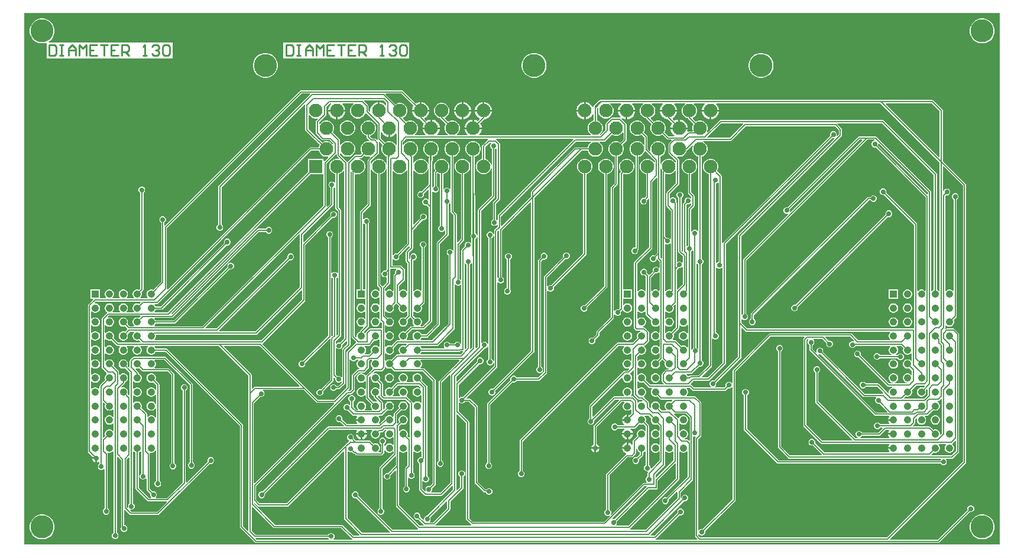
<source format=gbr>
G04*
G04 #@! TF.GenerationSoftware,Altium Limited,Altium Designer,23.0.1 (38)*
G04*
G04 Layer_Physical_Order=1*
G04 Layer_Color=255*
%FSLAX25Y25*%
%MOIN*%
G70*
G04*
G04 #@! TF.SameCoordinates,88CA1221-A5B3-45BB-8031-3B943D831941*
G04*
G04*
G04 #@! TF.FilePolarity,Positive*
G04*
G01*
G75*
%ADD12C,0.01000*%
%ADD21C,0.00780*%
%ADD22C,0.07677*%
%ADD23R,0.07677X0.07677*%
%ADD24C,0.12992*%
%ADD25C,0.13000*%
%ADD26C,0.04232*%
%ADD27R,0.04232X0.04232*%
%ADD28C,0.05000*%
%ADD29C,0.02756*%
G36*
X550000D02*
X0D01*
Y300000D01*
X550000D01*
Y0D01*
D02*
G37*
%LPC*%
G36*
X540689Y297000D02*
X539311D01*
X537958Y296731D01*
X536684Y296203D01*
X535538Y295437D01*
X534563Y294462D01*
X533797Y293316D01*
X533269Y292042D01*
X533000Y290689D01*
Y289311D01*
X533269Y287958D01*
X533797Y286684D01*
X534563Y285538D01*
X535538Y284563D01*
X536684Y283797D01*
X537958Y283269D01*
X539311Y283000D01*
X540689D01*
X542042Y283269D01*
X543316Y283797D01*
X544462Y284563D01*
X545437Y285538D01*
X546203Y286684D01*
X546731Y287958D01*
X547000Y289311D01*
Y290689D01*
X546731Y292042D01*
X546203Y293316D01*
X545437Y294462D01*
X544462Y295437D01*
X543316Y296203D01*
X542042Y296731D01*
X540689Y297000D01*
D02*
G37*
G36*
X216978Y283498D02*
X146000D01*
Y274500D01*
X216978D01*
Y283498D01*
D02*
G37*
G36*
X10689Y297000D02*
X9311D01*
X7958Y296731D01*
X6684Y296203D01*
X5538Y295437D01*
X4563Y294462D01*
X3797Y293316D01*
X3269Y292042D01*
X3000Y290689D01*
Y289311D01*
X3269Y287958D01*
X3797Y286684D01*
X4563Y285538D01*
X5538Y284563D01*
X6684Y283797D01*
X7958Y283269D01*
X9311Y283000D01*
X10689D01*
X12000Y283261D01*
X12148Y283244D01*
X12500Y283009D01*
Y274500D01*
X83478D01*
Y283498D01*
X13769D01*
X13617Y283998D01*
X14462Y284563D01*
X15437Y285538D01*
X16203Y286684D01*
X16731Y287958D01*
X17000Y289311D01*
Y290689D01*
X16731Y292042D01*
X16203Y293316D01*
X15437Y294462D01*
X14462Y295437D01*
X13316Y296203D01*
X12042Y296731D01*
X10689Y297000D01*
D02*
G37*
G36*
X416044Y277587D02*
X414665D01*
X413314Y277318D01*
X412041Y276790D01*
X410895Y276025D01*
X409920Y275050D01*
X409155Y273904D01*
X408627Y272631D01*
X408358Y271280D01*
Y269901D01*
X408627Y268550D01*
X409155Y267277D01*
X409920Y266131D01*
X410895Y265156D01*
X412041Y264391D01*
X413314Y263863D01*
X414665Y263595D01*
X416044D01*
X417395Y263863D01*
X418668Y264391D01*
X419814Y265156D01*
X420789Y266131D01*
X421554Y267277D01*
X422082Y268550D01*
X422351Y269901D01*
Y271280D01*
X422082Y272631D01*
X421554Y273904D01*
X420789Y275050D01*
X419814Y276025D01*
X418668Y276790D01*
X417395Y277318D01*
X416044Y277587D01*
D02*
G37*
G36*
X288091D02*
X286713D01*
X285361Y277318D01*
X284088Y276790D01*
X282942Y276025D01*
X281967Y275050D01*
X281202Y273904D01*
X280674Y272631D01*
X280405Y271280D01*
Y269901D01*
X280674Y268550D01*
X281202Y267277D01*
X281967Y266131D01*
X282942Y265156D01*
X284088Y264391D01*
X285361Y263863D01*
X286713Y263595D01*
X288091D01*
X289442Y263863D01*
X290716Y264391D01*
X291861Y265156D01*
X292836Y266131D01*
X293601Y267277D01*
X294129Y268550D01*
X294398Y269901D01*
Y271280D01*
X294129Y272631D01*
X293601Y273904D01*
X292836Y275050D01*
X291861Y276025D01*
X290716Y276790D01*
X289442Y277318D01*
X288091Y277587D01*
D02*
G37*
G36*
X136516D02*
X135138D01*
X133786Y277318D01*
X132513Y276790D01*
X131367Y276025D01*
X130393Y275050D01*
X129627Y273904D01*
X129100Y272631D01*
X128831Y271280D01*
Y269901D01*
X129100Y268550D01*
X129627Y267277D01*
X130393Y266131D01*
X131367Y265156D01*
X132513Y264391D01*
X133786Y263863D01*
X135138Y263595D01*
X136516D01*
X137867Y263863D01*
X139141Y264391D01*
X140287Y265156D01*
X141261Y266131D01*
X142027Y267277D01*
X142554Y268550D01*
X142823Y269901D01*
Y271280D01*
X142554Y272631D01*
X142027Y273904D01*
X141261Y275050D01*
X140287Y276025D01*
X139141Y276790D01*
X137867Y277318D01*
X136516Y277587D01*
D02*
G37*
G36*
X315445Y249839D02*
X315308D01*
X314077Y249509D01*
X312974Y248872D01*
X312073Y247971D01*
X311436Y246868D01*
X311106Y245637D01*
Y245500D01*
X315445D01*
Y249839D01*
D02*
G37*
G36*
X259495D02*
X259358D01*
Y245500D01*
X263697D01*
Y245637D01*
X263367Y246868D01*
X262730Y247971D01*
X261829Y248872D01*
X260726Y249509D01*
X259495Y249839D01*
D02*
G37*
G36*
X258358D02*
X258221D01*
X256991Y249509D01*
X255887Y248872D01*
X254986Y247971D01*
X254349Y246868D01*
X254020Y245637D01*
Y245500D01*
X258358D01*
Y249839D01*
D02*
G37*
G36*
X247684D02*
X247547D01*
Y245500D01*
X251886D01*
Y245637D01*
X251556Y246868D01*
X250919Y247971D01*
X250018Y248872D01*
X248915Y249509D01*
X247684Y249839D01*
D02*
G37*
G36*
X246547D02*
X246410D01*
X245180Y249509D01*
X244076Y248872D01*
X243175Y247971D01*
X242538Y246868D01*
X242209Y245637D01*
Y245500D01*
X246547D01*
Y249839D01*
D02*
G37*
G36*
X224062D02*
X223925D01*
Y245500D01*
X228264D01*
Y245637D01*
X227934Y246868D01*
X227297Y247971D01*
X226396Y248872D01*
X225293Y249509D01*
X224062Y249839D01*
D02*
G37*
G36*
X156000Y256507D02*
X155653Y256438D01*
X155358Y256242D01*
X79369Y180253D01*
X78907Y180444D01*
Y181943D01*
X79064Y182008D01*
X79592Y182536D01*
X79878Y183226D01*
Y183974D01*
X79592Y184664D01*
X79064Y185192D01*
X78374Y185478D01*
X77626D01*
X76936Y185192D01*
X76408Y184664D01*
X76122Y183974D01*
Y183226D01*
X76408Y182536D01*
X76936Y182008D01*
X77093Y181943D01*
Y148380D01*
X72598Y143885D01*
X72506Y143938D01*
X71840Y144116D01*
X71152D01*
X70486Y143938D01*
X69890Y143593D01*
X69403Y143106D01*
X69058Y142510D01*
X68880Y141844D01*
Y141156D01*
X69058Y140490D01*
X69403Y139894D01*
X69682Y139614D01*
X69475Y139114D01*
X65643D01*
X65436Y139614D01*
X65715Y139894D01*
X66060Y140490D01*
X66238Y141156D01*
Y141844D01*
X66060Y142510D01*
X66007Y142602D01*
X66842Y143436D01*
X67038Y143731D01*
X67107Y144078D01*
Y198654D01*
X67264Y198718D01*
X67792Y199247D01*
X68078Y199937D01*
Y200684D01*
X67792Y201374D01*
X67264Y201902D01*
X66574Y202188D01*
X65826D01*
X65136Y201902D01*
X64608Y201374D01*
X64322Y200684D01*
Y199937D01*
X64608Y199247D01*
X65136Y198718D01*
X65293Y198654D01*
Y144454D01*
X64724Y143885D01*
X64632Y143938D01*
X63966Y144116D01*
X63278D01*
X62612Y143938D01*
X62016Y143593D01*
X61529Y143106D01*
X61184Y142510D01*
X61006Y141844D01*
Y141156D01*
X61184Y140490D01*
X61529Y139894D01*
X61808Y139614D01*
X61601Y139114D01*
X57769D01*
X57562Y139614D01*
X57841Y139894D01*
X58186Y140490D01*
X58364Y141156D01*
Y141844D01*
X58186Y142510D01*
X57841Y143106D01*
X57354Y143593D01*
X56758Y143938D01*
X56092Y144116D01*
X55404D01*
X54738Y143938D01*
X54142Y143593D01*
X53655Y143106D01*
X53310Y142510D01*
X53132Y141844D01*
Y141156D01*
X53310Y140490D01*
X53655Y139894D01*
X53934Y139614D01*
X53727Y139114D01*
X49895D01*
X49688Y139614D01*
X49967Y139894D01*
X50312Y140490D01*
X50490Y141156D01*
Y141844D01*
X50312Y142510D01*
X49967Y143106D01*
X49480Y143593D01*
X48884Y143938D01*
X48218Y144116D01*
X47530D01*
X46864Y143938D01*
X46268Y143593D01*
X45781Y143106D01*
X45436Y142510D01*
X45258Y141844D01*
Y141156D01*
X45436Y140490D01*
X45781Y139894D01*
X46060Y139614D01*
X45853Y139114D01*
X42616D01*
Y144116D01*
X37384D01*
Y138884D01*
X38593D01*
X38800Y138384D01*
X36058Y135642D01*
X35862Y135347D01*
X35793Y135000D01*
Y52700D01*
X35862Y52353D01*
X36058Y52058D01*
X38304Y49813D01*
X38133Y49400D01*
X40500D01*
Y48900D01*
X41000D01*
Y46533D01*
X41847Y46884D01*
X41924Y46961D01*
X42386Y46770D01*
Y45757D01*
X42230Y45692D01*
X41701Y45164D01*
X41416Y44474D01*
Y43726D01*
X41701Y43036D01*
X42230Y42508D01*
X42920Y42222D01*
X43667D01*
X44357Y42508D01*
X44693Y42843D01*
X45193Y42636D01*
Y20457D01*
X45036Y20392D01*
X44508Y19864D01*
X44222Y19174D01*
Y18426D01*
X44508Y17736D01*
X45036Y17208D01*
X45726Y16922D01*
X46474D01*
X47164Y17208D01*
X47692Y17736D01*
X47978Y18426D01*
Y19174D01*
X47692Y19864D01*
X47164Y20392D01*
X47007Y20457D01*
Y51300D01*
X47008Y51300D01*
X46938Y51647D01*
X47269Y52052D01*
X47530Y51982D01*
X48218D01*
X48884Y52161D01*
X49480Y52505D01*
X49767Y52792D01*
X50267Y52584D01*
Y6646D01*
X50136Y6592D01*
X49608Y6064D01*
X49322Y5374D01*
Y4626D01*
X49608Y3936D01*
X50136Y3408D01*
X50826Y3122D01*
X51574D01*
X52264Y3408D01*
X52792Y3936D01*
X53078Y4626D01*
Y5374D01*
X52792Y6064D01*
X52264Y6592D01*
X52082Y6667D01*
Y49536D01*
X52544Y49727D01*
X54493Y47778D01*
Y10000D01*
X54495Y9990D01*
X54322Y9574D01*
Y8826D01*
X54608Y8136D01*
X55136Y7608D01*
X55826Y7322D01*
X56574D01*
X57264Y7608D01*
X57792Y8136D01*
X58078Y8826D01*
Y9574D01*
X57792Y10264D01*
X57264Y10792D01*
X56574Y11078D01*
X56307D01*
Y19456D01*
X56769Y19647D01*
X59358Y17058D01*
X59358Y17058D01*
X59653Y16862D01*
X60000Y16793D01*
X75300D01*
X75647Y16862D01*
X75942Y17058D01*
X104570Y45687D01*
X104726Y45622D01*
X105474D01*
X106164Y45908D01*
X106692Y46436D01*
X106978Y47126D01*
Y47874D01*
X106692Y48564D01*
X106164Y49092D01*
X105474Y49378D01*
X104726D01*
X104036Y49092D01*
X103508Y48564D01*
X103222Y47874D01*
Y47126D01*
X103287Y46970D01*
X91507Y35191D01*
X91007Y35398D01*
Y87043D01*
X91164Y87108D01*
X91692Y87636D01*
X91978Y88326D01*
Y89074D01*
X91692Y89764D01*
X91164Y90292D01*
X90474Y90578D01*
X89726D01*
X89036Y90292D01*
X88508Y89764D01*
X88222Y89074D01*
Y88326D01*
X88508Y87636D01*
X89036Y87108D01*
X89193Y87043D01*
Y35276D01*
X80224Y26307D01*
X74270D01*
X74063Y26807D01*
X74392Y27136D01*
X74678Y27826D01*
Y28574D01*
X74392Y29264D01*
X73864Y29792D01*
X73174Y30078D01*
X72426D01*
X72270Y30013D01*
X70707Y31576D01*
Y51300D01*
X70707Y51300D01*
X70648Y51600D01*
X70771Y51791D01*
X70986Y52026D01*
X71152Y51982D01*
X71840D01*
X72506Y52161D01*
X73102Y52505D01*
X73589Y52992D01*
X73793Y53344D01*
X74293Y53210D01*
Y36057D01*
X74136Y35992D01*
X73608Y35464D01*
X73322Y34774D01*
Y34026D01*
X73608Y33336D01*
X74136Y32808D01*
X74826Y32522D01*
X75574D01*
X76264Y32808D01*
X76792Y33336D01*
X77078Y34026D01*
Y34774D01*
X76792Y35464D01*
X76264Y35992D01*
X76107Y36057D01*
Y90394D01*
X76107Y90394D01*
X76038Y90742D01*
X75842Y91036D01*
X75842Y91036D01*
X73881Y92997D01*
X73934Y93089D01*
X74112Y93754D01*
Y94443D01*
X73934Y95108D01*
X73589Y95705D01*
X73102Y96192D01*
X72506Y96536D01*
X71840Y96715D01*
X71152D01*
X70486Y96536D01*
X69890Y96192D01*
X69403Y95705D01*
X69058Y95108D01*
X68880Y94443D01*
Y93754D01*
X69058Y93089D01*
X69403Y92492D01*
X69890Y92005D01*
X70486Y91661D01*
X71152Y91482D01*
X71840D01*
X72506Y91661D01*
X72598Y91714D01*
X74293Y90018D01*
Y87589D01*
X73793Y87455D01*
X73589Y87807D01*
X73102Y88294D01*
X72506Y88639D01*
X71840Y88817D01*
X71152D01*
X70486Y88639D01*
X69890Y88294D01*
X69403Y87807D01*
X69058Y87211D01*
X68880Y86545D01*
Y85856D01*
X69058Y85191D01*
X69403Y84595D01*
X69890Y84107D01*
X70486Y83763D01*
X71152Y83585D01*
X71840D01*
X72506Y83763D01*
X73102Y84107D01*
X73589Y84595D01*
X73793Y84946D01*
X74293Y84812D01*
Y79688D01*
X73793Y79554D01*
X73589Y79905D01*
X73102Y80393D01*
X72506Y80737D01*
X71840Y80915D01*
X71152D01*
X70486Y80737D01*
X69890Y80393D01*
X69403Y79905D01*
X69058Y79309D01*
X68880Y78644D01*
Y77955D01*
X69058Y77289D01*
X69403Y76693D01*
X69890Y76206D01*
X70486Y75861D01*
X71152Y75683D01*
X71840D01*
X72506Y75861D01*
X73102Y76206D01*
X73589Y76693D01*
X73793Y77045D01*
X74293Y76911D01*
Y71790D01*
X73793Y71656D01*
X73589Y72008D01*
X73102Y72495D01*
X72506Y72839D01*
X71840Y73018D01*
X71152D01*
X70486Y72839D01*
X69890Y72495D01*
X69610Y72215D01*
X69110Y72422D01*
Y73719D01*
X69041Y74066D01*
X68844Y74361D01*
X68844Y74361D01*
X66007Y77198D01*
X66060Y77289D01*
X66238Y77955D01*
Y78644D01*
X66060Y79309D01*
X65715Y79905D01*
X65228Y80393D01*
X64632Y80737D01*
X63966Y80915D01*
X63278D01*
X62612Y80737D01*
X62016Y80393D01*
X61729Y80106D01*
X61229Y80313D01*
Y84187D01*
X61729Y84394D01*
X62016Y84107D01*
X62612Y83763D01*
X63278Y83585D01*
X63966D01*
X64632Y83763D01*
X65228Y84107D01*
X65715Y84595D01*
X66060Y85191D01*
X66238Y85856D01*
Y86545D01*
X66060Y87211D01*
X65715Y87807D01*
X65228Y88294D01*
X64632Y88639D01*
X63966Y88817D01*
X63278D01*
X62612Y88639D01*
X62016Y88294D01*
X61729Y88008D01*
X61229Y88215D01*
Y92084D01*
X61729Y92292D01*
X62016Y92005D01*
X62612Y91661D01*
X63278Y91482D01*
X63966D01*
X64632Y91661D01*
X65228Y92005D01*
X65715Y92492D01*
X66060Y93089D01*
X66238Y93754D01*
Y94443D01*
X66060Y95108D01*
X65715Y95705D01*
X65228Y96192D01*
X64632Y96536D01*
X64529Y96564D01*
Y96678D01*
X64529Y96678D01*
X64460Y97025D01*
X64264Y97320D01*
X62512Y99071D01*
X62771Y99520D01*
X63278Y99384D01*
X63966D01*
X64632Y99562D01*
X64724Y99615D01*
X66308Y98030D01*
X66603Y97834D01*
X66950Y97765D01*
X80852D01*
X82793Y95824D01*
Y46057D01*
X82636Y45992D01*
X82108Y45464D01*
X81822Y44774D01*
Y44026D01*
X82108Y43336D01*
X82636Y42808D01*
X83326Y42522D01*
X84074D01*
X84764Y42808D01*
X85292Y43336D01*
X85578Y44026D01*
Y44774D01*
X85292Y45464D01*
X84764Y45992D01*
X84607Y46057D01*
Y96200D01*
X84607Y96200D01*
X84538Y96547D01*
X84342Y96842D01*
X84342Y96842D01*
X81870Y99314D01*
X81575Y99510D01*
X81228Y99579D01*
X73482D01*
X73275Y100079D01*
X73589Y100394D01*
X73934Y100990D01*
X74112Y101656D01*
Y102344D01*
X73934Y103010D01*
X73589Y103606D01*
X73303Y103893D01*
X73510Y104393D01*
X78924D01*
X93193Y90124D01*
Y46521D01*
X93036Y46456D01*
X92508Y45928D01*
X92222Y45237D01*
Y44490D01*
X92508Y43800D01*
X93036Y43272D01*
X93726Y42986D01*
X94474D01*
X95164Y43272D01*
X95692Y43800D01*
X95978Y44490D01*
Y45237D01*
X95692Y45928D01*
X95164Y46456D01*
X95007Y46521D01*
Y90500D01*
X94938Y90847D01*
X94742Y91142D01*
X79942Y105942D01*
X79647Y106138D01*
X79300Y106207D01*
X61850D01*
X61503Y106138D01*
X61208Y105942D01*
X59658Y104392D01*
X59462Y104097D01*
X59393Y103750D01*
Y100346D01*
X58893Y100139D01*
X58133Y100899D01*
X58186Y100990D01*
X58364Y101656D01*
Y102344D01*
X58186Y103010D01*
X57841Y103606D01*
X57354Y104093D01*
X56758Y104438D01*
X56092Y104616D01*
X55404D01*
X54738Y104438D01*
X54142Y104093D01*
X53655Y103606D01*
X53310Y103010D01*
X53132Y102344D01*
Y101656D01*
X53310Y100990D01*
X53655Y100394D01*
X54142Y99907D01*
X54738Y99562D01*
X55404Y99384D01*
X56092D01*
X56758Y99562D01*
X56849Y99615D01*
X59414Y97050D01*
Y84471D01*
X58952Y84280D01*
X58133Y85099D01*
X58186Y85191D01*
X58364Y85856D01*
Y86545D01*
X58186Y87211D01*
X57841Y87807D01*
X57354Y88294D01*
X56758Y88639D01*
X56092Y88817D01*
X55404D01*
X54999Y88709D01*
X54740Y89157D01*
X56390Y90806D01*
X56390Y90806D01*
X56586Y91101D01*
X56655Y91448D01*
Y91633D01*
X56758Y91661D01*
X57354Y92005D01*
X57841Y92492D01*
X58186Y93089D01*
X58364Y93754D01*
Y94443D01*
X58186Y95108D01*
X57841Y95705D01*
X57354Y96192D01*
X56758Y96536D01*
X56092Y96715D01*
X55404D01*
X54738Y96536D01*
X54142Y96192D01*
X53855Y95905D01*
X53355Y96112D01*
Y97426D01*
X53355Y97426D01*
X53286Y97774D01*
X53089Y98068D01*
X53089Y98068D01*
X50259Y100899D01*
X50312Y100990D01*
X50490Y101656D01*
Y102344D01*
X50312Y103010D01*
X49967Y103606D01*
X49480Y104093D01*
X48884Y104438D01*
X48218Y104616D01*
X47530D01*
X46864Y104438D01*
X46268Y104093D01*
X45907Y103733D01*
X45407Y103913D01*
Y107989D01*
X45907Y108168D01*
X46268Y107808D01*
X46864Y107464D01*
X47530Y107285D01*
X48218D01*
X48884Y107464D01*
X49480Y107808D01*
X49967Y108295D01*
X50312Y108892D01*
X50490Y109557D01*
Y110246D01*
X50312Y110911D01*
X49967Y111508D01*
X49480Y111995D01*
X48884Y112339D01*
X48218Y112518D01*
X47530D01*
X46864Y112339D01*
X46268Y111995D01*
X45907Y111635D01*
X45407Y111814D01*
Y115887D01*
X45907Y116066D01*
X46268Y115706D01*
X46864Y115361D01*
X47530Y115183D01*
X48218D01*
X48884Y115361D01*
X48976Y115414D01*
X51832Y112558D01*
X52126Y112362D01*
X52473Y112293D01*
X53732D01*
X53939Y111793D01*
X53655Y111508D01*
X53310Y110911D01*
X53132Y110246D01*
Y109557D01*
X53310Y108892D01*
X53655Y108295D01*
X54142Y107808D01*
X54738Y107464D01*
X55404Y107285D01*
X56092D01*
X56758Y107464D01*
X57354Y107808D01*
X57841Y108295D01*
X58186Y108892D01*
X58364Y109557D01*
Y110246D01*
X58186Y110911D01*
X57841Y111508D01*
X57557Y111793D01*
X57764Y112293D01*
X61606D01*
X61813Y111793D01*
X61529Y111508D01*
X61184Y110911D01*
X61006Y110246D01*
Y109557D01*
X61184Y108892D01*
X61529Y108295D01*
X62016Y107808D01*
X62612Y107464D01*
X63278Y107285D01*
X63966D01*
X64632Y107464D01*
X65228Y107808D01*
X65715Y108295D01*
X66060Y108892D01*
X66238Y109557D01*
Y110246D01*
X66060Y110911D01*
X65715Y111508D01*
X65431Y111793D01*
X65638Y112293D01*
X69480D01*
X69687Y111793D01*
X69403Y111508D01*
X69058Y110911D01*
X68880Y110246D01*
Y109557D01*
X69058Y108892D01*
X69403Y108295D01*
X69890Y107808D01*
X70486Y107464D01*
X71152Y107285D01*
X71840D01*
X72506Y107464D01*
X73102Y107808D01*
X73589Y108295D01*
X73934Y108892D01*
X73961Y108994D01*
X79622D01*
X121493Y67124D01*
Y10000D01*
X121562Y9653D01*
X121758Y9358D01*
X129826Y1290D01*
X129826Y1290D01*
X130121Y1094D01*
X130468Y1025D01*
X130468Y1025D01*
X515232D01*
X515579Y1094D01*
X515874Y1290D01*
X533070Y18487D01*
X533226Y18422D01*
X533974D01*
X534664Y18708D01*
X535192Y19236D01*
X535478Y19926D01*
Y20674D01*
X535192Y21364D01*
X534664Y21892D01*
X533974Y22178D01*
X533226D01*
X532536Y21892D01*
X532008Y21364D01*
X531722Y20674D01*
Y19926D01*
X531787Y19770D01*
X514856Y2839D01*
X488176D01*
X487985Y3301D01*
X530642Y45958D01*
X530838Y46253D01*
X530907Y46600D01*
X530907Y46600D01*
Y203100D01*
X530838Y203447D01*
X530642Y203742D01*
X517830Y216553D01*
Y245078D01*
X517830Y245078D01*
X517761Y245425D01*
X517564Y245719D01*
X517564Y245719D01*
X512542Y250742D01*
X512247Y250938D01*
X511900Y251007D01*
X324450D01*
X324450Y251008D01*
X324103Y250938D01*
X323809Y250742D01*
X323809Y250742D01*
X321209Y248142D01*
X321012Y247847D01*
X320943Y247500D01*
Y246973D01*
X320454Y246868D01*
X319817Y247971D01*
X318916Y248872D01*
X317812Y249509D01*
X316582Y249839D01*
X316445D01*
Y245000D01*
Y240161D01*
X316582D01*
X317812Y240491D01*
X318916Y241128D01*
X319817Y242029D01*
X320454Y243132D01*
X320943Y243027D01*
Y239406D01*
X320176Y239200D01*
X319186Y238629D01*
X318379Y237821D01*
X317808Y236832D01*
X317512Y235729D01*
Y234586D01*
X317808Y233483D01*
X318379Y232493D01*
X319186Y231686D01*
X319495Y231507D01*
X319361Y231007D01*
X256353D01*
X256146Y231507D01*
X256825Y232186D01*
X257462Y233290D01*
X257791Y234520D01*
Y234657D01*
X248114D01*
Y234520D01*
X248444Y233290D01*
X249081Y232186D01*
X249760Y231507D01*
X249553Y231007D01*
X243631D01*
X243497Y231507D01*
X243806Y231686D01*
X244614Y232493D01*
X245185Y233483D01*
X245480Y234586D01*
Y235729D01*
X245185Y236832D01*
X244614Y237821D01*
X243806Y238629D01*
X242816Y239200D01*
X241713Y239496D01*
X240571D01*
X239467Y239200D01*
X238779Y238803D01*
X237070Y240512D01*
X237178Y241111D01*
X237900Y241528D01*
X238708Y242336D01*
X239279Y243325D01*
X239575Y244429D01*
Y245571D01*
X239279Y246675D01*
X238708Y247664D01*
X237900Y248472D01*
X236911Y249043D01*
X235807Y249339D01*
X234665D01*
X233562Y249043D01*
X232572Y248472D01*
X231765Y247664D01*
X231193Y246675D01*
X230898Y245571D01*
Y244429D01*
X231193Y243325D01*
X231765Y242336D01*
X232572Y241528D01*
X233562Y240957D01*
X234394Y240734D01*
X234398Y240716D01*
X234594Y240421D01*
X237496Y237520D01*
X237099Y236832D01*
X236803Y235729D01*
Y234586D01*
X237099Y233483D01*
X237670Y232493D01*
X238478Y231686D01*
X238787Y231507D01*
X238653Y231007D01*
X232731D01*
X232524Y231507D01*
X233203Y232186D01*
X233840Y233290D01*
X234169Y234520D01*
Y234657D01*
X224492D01*
Y234520D01*
X224822Y233290D01*
X225459Y232186D01*
X226138Y231507D01*
X225931Y231007D01*
X220009D01*
X219875Y231507D01*
X220184Y231686D01*
X220991Y232493D01*
X221563Y233483D01*
X221858Y234586D01*
Y235729D01*
X221563Y236832D01*
X220991Y237821D01*
X220184Y238629D01*
X219194Y239200D01*
X218091Y239496D01*
X216948D01*
X215845Y239200D01*
X215157Y238803D01*
X213448Y240512D01*
X213556Y241111D01*
X214278Y241528D01*
X215086Y242336D01*
X215657Y243325D01*
X215953Y244429D01*
Y245571D01*
X215657Y246675D01*
X215086Y247664D01*
X214278Y248472D01*
X213289Y249043D01*
X212185Y249339D01*
X211043D01*
X209940Y249043D01*
X209252Y248646D01*
X203705Y254193D01*
X203912Y254693D01*
X212449D01*
X219413Y247728D01*
X218916Y246868D01*
X218587Y245637D01*
Y245500D01*
X222925D01*
Y249839D01*
X222788D01*
X221558Y249509D01*
X220697Y249012D01*
X213467Y256242D01*
X213173Y256438D01*
X212825Y256507D01*
X156000D01*
X156000Y256507D01*
D02*
G37*
G36*
X315445Y244500D02*
X311106D01*
Y244363D01*
X311436Y243132D01*
X312073Y242029D01*
X312974Y241128D01*
X314077Y240491D01*
X315308Y240161D01*
X315445D01*
Y244500D01*
D02*
G37*
G36*
X251886D02*
X247547D01*
Y240161D01*
X247684D01*
X248915Y240491D01*
X250018Y241128D01*
X250919Y242029D01*
X251556Y243132D01*
X251886Y244363D01*
Y244500D01*
D02*
G37*
G36*
X246547D02*
X242209D01*
Y244363D01*
X242538Y243132D01*
X243175Y242029D01*
X244076Y241128D01*
X245180Y240491D01*
X246410Y240161D01*
X246547D01*
Y244500D01*
D02*
G37*
G36*
X263697D02*
X254020D01*
Y244363D01*
X254349Y243132D01*
X254986Y242029D01*
X255887Y241128D01*
X256550Y240745D01*
X256633Y240121D01*
X255681Y239169D01*
X254820Y239666D01*
X253590Y239996D01*
X253453D01*
Y235657D01*
X257791D01*
Y235794D01*
X257462Y237025D01*
X256965Y237886D01*
X259240Y240161D01*
X259495D01*
X260726Y240491D01*
X261829Y241128D01*
X262730Y242029D01*
X263367Y243132D01*
X263697Y244363D01*
Y244500D01*
D02*
G37*
G36*
X252453Y239996D02*
X252316D01*
X251085Y239666D01*
X249982Y239029D01*
X249081Y238128D01*
X248444Y237025D01*
X248114Y235794D01*
Y235657D01*
X252453D01*
Y239996D01*
D02*
G37*
G36*
X229968D02*
X229831D01*
Y235657D01*
X234169D01*
Y235794D01*
X233840Y237025D01*
X233203Y238128D01*
X232302Y239029D01*
X231198Y239666D01*
X229968Y239996D01*
D02*
G37*
G36*
X228264Y244500D02*
X218587D01*
Y244363D01*
X218916Y243132D01*
X219553Y242029D01*
X220454Y241128D01*
X221558Y240491D01*
X222788Y240161D01*
X223043D01*
X225319Y237886D01*
X224822Y237025D01*
X224492Y235794D01*
Y235657D01*
X228831D01*
Y239996D01*
X228694D01*
X227463Y239666D01*
X226602Y239169D01*
X225651Y240121D01*
X225733Y240745D01*
X226396Y241128D01*
X227297Y242029D01*
X227934Y243132D01*
X228264Y244363D01*
Y244500D01*
D02*
G37*
G36*
X40000Y48400D02*
X38133D01*
X38484Y47553D01*
X39153Y46884D01*
X40000Y46533D01*
Y48400D01*
D02*
G37*
G36*
X540689Y17000D02*
X539311D01*
X537958Y16731D01*
X536684Y16203D01*
X535538Y15437D01*
X534563Y14462D01*
X533797Y13316D01*
X533269Y12042D01*
X533000Y10689D01*
Y9311D01*
X533269Y7958D01*
X533797Y6684D01*
X534563Y5538D01*
X535538Y4563D01*
X536684Y3797D01*
X537958Y3269D01*
X539311Y3000D01*
X540689D01*
X542042Y3269D01*
X543316Y3797D01*
X544462Y4563D01*
X545437Y5538D01*
X546203Y6684D01*
X546731Y7958D01*
X547000Y9311D01*
Y10689D01*
X546731Y12042D01*
X546203Y13316D01*
X545437Y14462D01*
X544462Y15437D01*
X543316Y16203D01*
X542042Y16731D01*
X540689Y17000D01*
D02*
G37*
G36*
X10689D02*
X9311D01*
X7958Y16731D01*
X6684Y16203D01*
X5538Y15437D01*
X4563Y14462D01*
X3797Y13316D01*
X3269Y12042D01*
X3000Y10689D01*
Y9311D01*
X3269Y7958D01*
X3797Y6684D01*
X4563Y5538D01*
X5538Y4563D01*
X6684Y3797D01*
X7958Y3269D01*
X9311Y3000D01*
X10689D01*
X12042Y3269D01*
X13316Y3797D01*
X14462Y4563D01*
X15437Y5538D01*
X16203Y6684D01*
X16731Y7958D01*
X17000Y9311D01*
Y10689D01*
X16731Y12042D01*
X16203Y13316D01*
X15437Y14462D01*
X14462Y15437D01*
X13316Y16203D01*
X12042Y16731D01*
X10689Y17000D01*
D02*
G37*
%LPD*%
G36*
X203993Y249324D02*
Y248360D01*
X203493Y248153D01*
X202774Y248872D01*
X201671Y249509D01*
X200440Y249839D01*
X200303D01*
Y245000D01*
X199303D01*
Y249839D01*
X199166D01*
X197936Y249509D01*
X196832Y248872D01*
X195931Y247971D01*
X195294Y246868D01*
X194965Y245637D01*
Y244735D01*
X194465Y244528D01*
X194007Y244985D01*
Y247500D01*
X194007Y247500D01*
X193938Y247847D01*
X193742Y248142D01*
X193742Y248142D01*
X191491Y250393D01*
X191698Y250893D01*
X202424D01*
X203993Y249324D01*
D02*
G37*
G36*
X516015Y215802D02*
Y143514D01*
X515515Y143307D01*
X515228Y143593D01*
X514632Y143938D01*
X514529Y143965D01*
Y209078D01*
X514529Y209078D01*
X514460Y209425D01*
X514264Y209720D01*
X514264Y209720D01*
X484442Y239542D01*
X484147Y239738D01*
X483800Y239807D01*
X392500D01*
X392153Y239738D01*
X391858Y239542D01*
X385152Y232836D01*
X384752Y233142D01*
X384948Y233483D01*
X385244Y234586D01*
Y235729D01*
X384948Y236832D01*
X384377Y237821D01*
X383570Y238629D01*
X382580Y239200D01*
X381477Y239496D01*
X380334D01*
X379231Y239200D01*
X378543Y238803D01*
X376834Y240512D01*
X376942Y241111D01*
X377664Y241528D01*
X378472Y242336D01*
X379043Y243325D01*
X379339Y244429D01*
Y245571D01*
X379043Y246675D01*
X378472Y247664D01*
X377664Y248472D01*
X377281Y248693D01*
X377415Y249193D01*
X383454D01*
X383661Y248693D01*
X382939Y247971D01*
X382302Y246868D01*
X381972Y245637D01*
Y245500D01*
X391650D01*
Y245637D01*
X391320Y246868D01*
X390683Y247971D01*
X389961Y248693D01*
X390168Y249193D01*
X482624D01*
X516015Y215802D01*
D02*
G37*
G36*
X372719Y248693D02*
X372336Y248472D01*
X371528Y247664D01*
X370957Y246675D01*
X370661Y245571D01*
Y244429D01*
X370957Y243325D01*
X371528Y242336D01*
X372336Y241528D01*
X373325Y240957D01*
X374158Y240734D01*
X374162Y240716D01*
X374358Y240421D01*
X377260Y237520D01*
X376863Y236832D01*
X376567Y235729D01*
Y234586D01*
X376794Y233741D01*
X376466Y233241D01*
X374435D01*
X374435Y233241D01*
X374088Y233172D01*
X373655Y233484D01*
X373933Y234520D01*
Y234657D01*
X364256D01*
Y234520D01*
X364586Y233290D01*
X365223Y232186D01*
X366123Y231286D01*
X366532Y231050D01*
X366398Y230550D01*
X363174D01*
X360929Y232795D01*
X361326Y233483D01*
X361622Y234586D01*
Y235729D01*
X361326Y236832D01*
X360755Y237821D01*
X359947Y238629D01*
X358958Y239200D01*
X357855Y239496D01*
X356712D01*
X355609Y239200D01*
X354921Y238803D01*
X353212Y240512D01*
X353320Y241111D01*
X354042Y241528D01*
X354850Y242336D01*
X355421Y243325D01*
X355717Y244429D01*
Y245571D01*
X355421Y246675D01*
X354850Y247664D01*
X354042Y248472D01*
X353660Y248693D01*
X353793Y249193D01*
X359832D01*
X360039Y248693D01*
X359317Y247971D01*
X358680Y246868D01*
X358350Y245637D01*
Y245500D01*
X368028D01*
Y245637D01*
X367698Y246868D01*
X367061Y247971D01*
X366339Y248693D01*
X366546Y249193D01*
X372585D01*
X372719Y248693D01*
D02*
G37*
G36*
X349096D02*
X348714Y248472D01*
X347906Y247664D01*
X347335Y246675D01*
X347039Y245571D01*
Y244429D01*
X347335Y243325D01*
X347906Y242336D01*
X348714Y241528D01*
X349703Y240957D01*
X350536Y240734D01*
X350540Y240716D01*
X350736Y240421D01*
X353638Y237520D01*
X353240Y236832D01*
X352945Y235729D01*
Y234586D01*
X353240Y233483D01*
X353812Y232493D01*
X354620Y231686D01*
X355609Y231115D01*
X356712Y230819D01*
X357855D01*
X358958Y231115D01*
X359646Y231512D01*
X362157Y229001D01*
X362451Y228804D01*
X362798Y228735D01*
X362799Y228735D01*
X364627D01*
X364818Y228273D01*
X363437Y226892D01*
X363240Y226597D01*
X363171Y226250D01*
Y221269D01*
X363240Y220921D01*
X363437Y220627D01*
X367393Y216671D01*
Y215900D01*
X366893Y215766D01*
X366661Y216168D01*
X365853Y216976D01*
X364864Y217547D01*
X363760Y217843D01*
X362618D01*
X361514Y217547D01*
X360525Y216976D01*
X359717Y216168D01*
X359146Y215179D01*
X359081Y214937D01*
X358581Y215003D01*
Y219203D01*
X358958Y219303D01*
X359947Y219875D01*
X360755Y220683D01*
X361326Y221672D01*
X361622Y222775D01*
Y223918D01*
X361326Y225021D01*
X360755Y226010D01*
X359947Y226818D01*
X358958Y227389D01*
X357855Y227685D01*
X356712D01*
X355609Y227389D01*
X354620Y226818D01*
X353812Y226010D01*
X353240Y225021D01*
X352945Y223918D01*
Y222775D01*
X353016Y222511D01*
X352567Y222252D01*
X351407Y223412D01*
Y230130D01*
X351338Y230477D01*
X351142Y230771D01*
X349118Y232795D01*
X349515Y233483D01*
X349811Y234586D01*
Y235729D01*
X349515Y236832D01*
X348944Y237821D01*
X348136Y238629D01*
X347147Y239200D01*
X346044Y239496D01*
X344901D01*
X343798Y239200D01*
X342808Y238629D01*
X342001Y237821D01*
X341429Y236832D01*
X341134Y235729D01*
Y234586D01*
X341429Y233483D01*
X342001Y232493D01*
X342808Y231686D01*
X343798Y231115D01*
X344901Y230819D01*
X346044D01*
X347147Y231115D01*
X347835Y231512D01*
X349593Y229754D01*
Y225887D01*
X349093Y225753D01*
X348944Y226010D01*
X348136Y226818D01*
X347147Y227389D01*
X346044Y227685D01*
X344901D01*
X343798Y227389D01*
X342808Y226818D01*
X342001Y226010D01*
X341429Y225021D01*
X341134Y223918D01*
Y222775D01*
X341429Y221672D01*
X342001Y220683D01*
X342808Y219875D01*
X343798Y219303D01*
X344565Y219098D01*
Y167839D01*
X344474Y167778D01*
X343726D01*
X343036Y167492D01*
X342508Y166964D01*
X342222Y166274D01*
Y165526D01*
X342508Y164836D01*
X343036Y164308D01*
X343726Y164022D01*
X344474D01*
X345164Y164308D01*
X345692Y164836D01*
X345978Y165526D01*
Y166274D01*
X345913Y166430D01*
X346114Y166631D01*
X346114Y166631D01*
X346311Y166925D01*
X346380Y167272D01*
X346380Y167272D01*
Y219098D01*
X347147Y219303D01*
X348136Y219875D01*
X348944Y220683D01*
X349515Y221672D01*
X349591Y221954D01*
X350149Y222104D01*
X355487Y216766D01*
Y216065D01*
X354987Y215931D01*
X354850Y216168D01*
X354042Y216976D01*
X353053Y217547D01*
X351949Y217843D01*
X350807D01*
X349703Y217547D01*
X348714Y216976D01*
X347906Y216168D01*
X347335Y215179D01*
X347039Y214075D01*
Y212933D01*
X347335Y211829D01*
X347906Y210840D01*
X348714Y210032D01*
X349703Y209461D01*
X350471Y209256D01*
Y196554D01*
X349630Y195713D01*
X349474Y195778D01*
X348727D01*
X348036Y195492D01*
X347508Y194964D01*
X347222Y194274D01*
Y193526D01*
X347508Y192836D01*
X348036Y192308D01*
X348727Y192022D01*
X349474D01*
X350164Y192308D01*
X350692Y192836D01*
X350978Y193526D01*
Y194274D01*
X350913Y194430D01*
X351693Y195209D01*
X352193Y195002D01*
Y167976D01*
X343939Y159722D01*
X343742Y159428D01*
X343673Y159080D01*
Y122400D01*
X343742Y122053D01*
X343939Y121758D01*
X344539Y121158D01*
X344833Y120962D01*
X345180Y120893D01*
X345181Y120893D01*
X347379D01*
X347445Y120393D01*
X346864Y120237D01*
X346268Y119893D01*
X345781Y119405D01*
X345436Y118809D01*
X345258Y118144D01*
Y117455D01*
X345436Y116789D01*
X345489Y116698D01*
X342899Y114107D01*
X334600D01*
X334253Y114038D01*
X333958Y113842D01*
X279458Y59342D01*
X279262Y59047D01*
X279193Y58700D01*
Y41657D01*
X279036Y41592D01*
X278508Y41064D01*
X278222Y40374D01*
Y39626D01*
X278508Y38936D01*
X279036Y38408D01*
X279727Y38122D01*
X280473D01*
X281164Y38408D01*
X281692Y38936D01*
X281978Y39626D01*
Y40374D01*
X281692Y41064D01*
X281164Y41592D01*
X281007Y41657D01*
Y58324D01*
X334976Y112293D01*
X337984D01*
X338191Y111793D01*
X337907Y111508D01*
X337562Y110911D01*
X337384Y110246D01*
Y109557D01*
X337562Y108892D01*
X337907Y108295D01*
X338394Y107808D01*
X338990Y107464D01*
X339656Y107285D01*
X340344D01*
X341010Y107464D01*
X341606Y107808D01*
X341893Y108094D01*
X342393Y107887D01*
Y104014D01*
X341893Y103807D01*
X341606Y104093D01*
X341010Y104438D01*
X340344Y104616D01*
X339656D01*
X338990Y104438D01*
X338394Y104093D01*
X337907Y103606D01*
X337562Y103010D01*
X337384Y102344D01*
Y101656D01*
X337562Y100990D01*
X337907Y100394D01*
X338394Y99907D01*
X338990Y99562D01*
X339656Y99384D01*
X340344D01*
X340821Y99512D01*
X341080Y99063D01*
X340316Y98299D01*
X338636D01*
X338636Y98299D01*
X338288Y98230D01*
X337994Y98034D01*
X337994Y98034D01*
X318758Y78798D01*
X318562Y78504D01*
X318493Y78156D01*
Y71257D01*
X318336Y71192D01*
X317808Y70664D01*
X317522Y69974D01*
Y69226D01*
X317808Y68536D01*
X318336Y68008D01*
X319026Y67722D01*
X319774D01*
X320464Y68008D01*
X320992Y68536D01*
X321278Y69226D01*
Y69974D01*
X321213Y70130D01*
X333049Y81965D01*
X335136D01*
X335327Y81503D01*
X321158Y67335D01*
X320962Y67040D01*
X320893Y66693D01*
Y56798D01*
X320453Y56616D01*
X319784Y55947D01*
X319433Y55100D01*
X324167D01*
X323816Y55947D01*
X323147Y56616D01*
X322707Y56798D01*
Y66317D01*
X337076Y80685D01*
X337979D01*
X338186Y80185D01*
X337907Y79905D01*
X337562Y79309D01*
X337384Y78644D01*
Y77955D01*
X337562Y77289D01*
X337907Y76693D01*
X338394Y76206D01*
X338990Y75861D01*
X339656Y75683D01*
X340344D01*
X341010Y75861D01*
X341606Y76206D01*
X341893Y76492D01*
X342393Y76285D01*
Y74077D01*
X341468Y73153D01*
X341203Y73305D01*
X340500Y73494D01*
Y70402D01*
X340000D01*
Y69902D01*
X336908D01*
X337096Y69199D01*
X337507Y68488D01*
X338087Y67908D01*
X338088Y67907D01*
X337954Y67407D01*
X334457D01*
X334392Y67564D01*
X333864Y68092D01*
X333173Y68378D01*
X332427D01*
X331736Y68092D01*
X331208Y67564D01*
X330922Y66874D01*
Y66126D01*
X331208Y65436D01*
X331736Y64908D01*
X332427Y64622D01*
X333173D01*
X333864Y64908D01*
X334392Y65436D01*
X334457Y65593D01*
X338124D01*
X338258Y65093D01*
X338087Y64994D01*
X337507Y64413D01*
X337096Y63703D01*
X336908Y63000D01*
X340000D01*
X343092D01*
X342904Y63703D01*
X342494Y64413D01*
X341913Y64994D01*
X341742Y65093D01*
X341876Y65593D01*
X343972D01*
X344320Y65662D01*
X344614Y65858D01*
X346772Y68017D01*
X346864Y67964D01*
X347530Y67786D01*
X348218D01*
X348884Y67964D01*
X348976Y68017D01*
X350267Y66725D01*
Y64514D01*
X349767Y64307D01*
X349480Y64593D01*
X348884Y64938D01*
X348218Y65116D01*
X347530D01*
X346864Y64938D01*
X346268Y64593D01*
X345781Y64106D01*
X345436Y63510D01*
X345258Y62844D01*
Y62156D01*
X345436Y61490D01*
X345489Y61399D01*
X343258Y59168D01*
X343062Y58873D01*
X342993Y58526D01*
Y56647D01*
X342497Y56513D01*
X342493Y56513D01*
X341913Y57092D01*
X341203Y57502D01*
X340500Y57691D01*
Y54598D01*
X340000D01*
Y54098D01*
X336908D01*
X337096Y53396D01*
X337507Y52685D01*
X338087Y52105D01*
X338797Y51695D01*
X339193Y51589D01*
X339250Y51338D01*
X339233Y51060D01*
X339008Y50910D01*
X339008Y50910D01*
X328258Y40160D01*
X328062Y39865D01*
X327993Y39518D01*
Y19857D01*
X327836Y19792D01*
X327308Y19264D01*
X327022Y18574D01*
Y17826D01*
X327308Y17136D01*
X327836Y16608D01*
X328526Y16322D01*
X329274D01*
X329964Y16608D01*
X330238Y16222D01*
X326924Y12907D01*
X252876D01*
X250807Y14976D01*
Y69200D01*
X250738Y69547D01*
X250542Y69842D01*
X244807Y75576D01*
Y80130D01*
X245307Y80337D01*
X245636Y80008D01*
X246326Y79722D01*
X247074D01*
X247764Y80008D01*
X248292Y80536D01*
X248357Y80693D01*
X250624D01*
X253893Y77424D01*
Y35200D01*
X253962Y34853D01*
X254158Y34558D01*
X258980Y29736D01*
X259275Y29540D01*
X259622Y29471D01*
X259622Y29471D01*
X260187D01*
X260408Y28936D01*
X260936Y28408D01*
X261627Y28122D01*
X262373D01*
X263064Y28408D01*
X263592Y28936D01*
X263878Y29626D01*
Y30374D01*
X263592Y31064D01*
X263064Y31592D01*
X262373Y31878D01*
X261627D01*
X260936Y31592D01*
X260630Y31286D01*
X259998D01*
X255707Y35576D01*
Y77800D01*
X255638Y78147D01*
X255442Y78442D01*
X251642Y82242D01*
X251347Y82438D01*
X251000Y82507D01*
X249544D01*
X249353Y82969D01*
X266342Y99958D01*
X266538Y100253D01*
X266607Y100600D01*
X266607Y100600D01*
Y147930D01*
X267107Y148137D01*
X267436Y147808D01*
X268127Y147522D01*
X268874D01*
X269564Y147808D01*
X270092Y148336D01*
X270378Y149026D01*
Y149774D01*
X270092Y150464D01*
X269564Y150992D01*
X269407Y151057D01*
Y177524D01*
X285231Y193347D01*
X285693Y193156D01*
Y109576D01*
X264131Y88014D01*
X263974Y88079D01*
X263227D01*
X262537Y87793D01*
X262009Y87265D01*
X261723Y86574D01*
Y85827D01*
X262009Y85137D01*
X262537Y84609D01*
X263227Y84323D01*
X263974D01*
X264665Y84609D01*
X265193Y85137D01*
X265479Y85827D01*
Y86574D01*
X265414Y86731D01*
X287242Y108558D01*
X287438Y108853D01*
X287507Y109200D01*
Y195624D01*
X314322Y222439D01*
X317602D01*
X317808Y221672D01*
X318379Y220683D01*
X319186Y219875D01*
X320176Y219303D01*
X321279Y219008D01*
X322422D01*
X323525Y219303D01*
X324514Y219875D01*
X325322Y220683D01*
X325893Y221672D01*
X326189Y222775D01*
Y223918D01*
X325893Y225021D01*
X325322Y226010D01*
X324514Y226818D01*
X324212Y226993D01*
X324346Y227493D01*
X326904D01*
X327251Y227562D01*
X327546Y227758D01*
X331299Y231512D01*
X331987Y231115D01*
X333090Y230819D01*
X334233D01*
X335336Y231115D01*
X336325Y231686D01*
X337133Y232493D01*
X337270Y232730D01*
X337770Y232596D01*
Y228738D01*
X336024Y226992D01*
X335336Y227389D01*
X334233Y227685D01*
X333090D01*
X331987Y227389D01*
X330997Y226818D01*
X330190Y226010D01*
X329619Y225021D01*
X329323Y223918D01*
Y222775D01*
X329619Y221672D01*
X330190Y220683D01*
X330997Y219875D01*
X331987Y219303D01*
X332754Y219098D01*
Y204137D01*
X330858Y202242D01*
X330662Y201947D01*
X330593Y201600D01*
Y128576D01*
X322758Y120742D01*
X322562Y120447D01*
X322493Y120100D01*
Y118776D01*
X320530Y116813D01*
X320374Y116878D01*
X319626D01*
X318936Y116592D01*
X318408Y116064D01*
X318122Y115374D01*
Y114626D01*
X318408Y113936D01*
X318936Y113408D01*
X319626Y113122D01*
X320374D01*
X321064Y113408D01*
X321592Y113936D01*
X321878Y114626D01*
Y115374D01*
X321813Y115530D01*
X324042Y117758D01*
X324042Y117758D01*
X324238Y118053D01*
X324307Y118400D01*
X324307Y118400D01*
Y119724D01*
X332142Y127558D01*
X332338Y127853D01*
X332407Y128200D01*
Y129838D01*
X332907Y129938D01*
X332908Y129936D01*
X333436Y129408D01*
X334126Y129122D01*
X334874D01*
X335564Y129408D01*
X336092Y129936D01*
X336378Y130626D01*
Y131374D01*
X336313Y131530D01*
X337128Y132345D01*
X337461Y132363D01*
X337727Y132303D01*
X337907Y131992D01*
X338394Y131505D01*
X338990Y131160D01*
X339656Y130982D01*
X340344D01*
X341010Y131160D01*
X341606Y131505D01*
X342093Y131992D01*
X342438Y132589D01*
X342616Y133254D01*
Y133943D01*
X342438Y134608D01*
X342093Y135205D01*
X341606Y135692D01*
X341010Y136036D01*
X340344Y136214D01*
X339656D01*
X338990Y136036D01*
X338394Y135692D01*
X337970Y135268D01*
X337709Y135315D01*
X337470Y135449D01*
Y138884D01*
X342616D01*
Y144116D01*
X337470D01*
Y209049D01*
X337886Y209465D01*
X337892Y209461D01*
X338996Y209165D01*
X340138D01*
X341242Y209461D01*
X342231Y210032D01*
X343039Y210840D01*
X343610Y211829D01*
X343906Y212933D01*
Y214075D01*
X343610Y215179D01*
X343039Y216168D01*
X342231Y216976D01*
X341242Y217547D01*
X340138Y217843D01*
X338996D01*
X337892Y217547D01*
X336903Y216976D01*
X336095Y216168D01*
X335524Y215179D01*
X335228Y214075D01*
Y212933D01*
X335524Y211829D01*
X336095Y210840D01*
X336395Y210541D01*
X335921Y210067D01*
X335724Y209772D01*
X335655Y209425D01*
Y133439D01*
X335030Y132813D01*
X334874Y132878D01*
X334126D01*
X333436Y132592D01*
X332908Y132064D01*
X332907Y132062D01*
X332407Y132162D01*
Y201224D01*
X334303Y203120D01*
X334500Y203414D01*
X334569Y203761D01*
Y219098D01*
X335336Y219303D01*
X336325Y219875D01*
X337133Y220683D01*
X337704Y221672D01*
X338000Y222775D01*
Y223918D01*
X337704Y225021D01*
X337307Y225709D01*
X339319Y227721D01*
X339319Y227721D01*
X339516Y228015D01*
X339585Y228362D01*
X339585Y228362D01*
Y237235D01*
X339516Y237582D01*
X339319Y237877D01*
X336712Y240484D01*
X337019Y240884D01*
X337699Y240491D01*
X338930Y240161D01*
X339067D01*
Y244500D01*
X334728D01*
Y244363D01*
X335058Y243132D01*
X335695Y242029D01*
X336280Y241444D01*
X336237Y241348D01*
X335985Y241032D01*
X335739Y241081D01*
X331274D01*
X331273Y241081D01*
X330926Y241012D01*
X330632Y240815D01*
X327958Y238142D01*
X327762Y237847D01*
X327693Y237500D01*
Y234076D01*
X324808Y231191D01*
X324702Y231217D01*
X324613Y231438D01*
X324587Y231758D01*
X325322Y232493D01*
X325893Y233483D01*
X326189Y234586D01*
Y235729D01*
X325893Y236832D01*
X325322Y237821D01*
X324514Y238629D01*
X323525Y239200D01*
X322758Y239406D01*
Y246274D01*
X323209Y246726D01*
X323657Y246467D01*
X323417Y245571D01*
Y244429D01*
X323713Y243325D01*
X324284Y242336D01*
X325092Y241528D01*
X326081Y240957D01*
X327185Y240661D01*
X328327D01*
X329431Y240957D01*
X330420Y241528D01*
X331228Y242336D01*
X331799Y243325D01*
X332095Y244429D01*
Y245571D01*
X331799Y246675D01*
X331228Y247664D01*
X330420Y248472D01*
X330037Y248693D01*
X330171Y249193D01*
X336210D01*
X336417Y248693D01*
X335695Y247971D01*
X335058Y246868D01*
X334728Y245637D01*
Y245500D01*
X344406D01*
Y245637D01*
X344076Y246868D01*
X343439Y247971D01*
X342717Y248693D01*
X342924Y249193D01*
X348963D01*
X349096Y248693D01*
D02*
G37*
G36*
X185711D02*
X185328Y248472D01*
X184520Y247664D01*
X183949Y246675D01*
X183654Y245571D01*
Y244429D01*
X183949Y243325D01*
X184520Y242336D01*
X185328Y241528D01*
X186318Y240957D01*
X187421Y240661D01*
X188563D01*
X189667Y240957D01*
X190656Y241528D01*
X191464Y242336D01*
X192035Y243325D01*
X192111Y243608D01*
X192669Y243758D01*
X199132Y237294D01*
Y229015D01*
X199196Y228694D01*
X199175Y228663D01*
X198733Y228451D01*
X198142Y229042D01*
X197847Y229238D01*
X197500Y229307D01*
X195873D01*
X194805Y230376D01*
Y230909D01*
X195572Y231115D01*
X196562Y231686D01*
X197369Y232493D01*
X197941Y233483D01*
X198236Y234586D01*
Y235729D01*
X197941Y236832D01*
X197369Y237821D01*
X196562Y238629D01*
X195572Y239200D01*
X194469Y239496D01*
X193326D01*
X192223Y239200D01*
X191234Y238629D01*
X190426Y237821D01*
X189855Y236832D01*
X189559Y235729D01*
Y234586D01*
X189855Y233483D01*
X190426Y232493D01*
X191234Y231686D01*
X192223Y231115D01*
X192990Y230909D01*
Y230000D01*
X193059Y229653D01*
X193256Y229358D01*
X194429Y228185D01*
X194222Y227685D01*
X193326D01*
X192223Y227389D01*
X191234Y226818D01*
X190426Y226010D01*
X189855Y225021D01*
X189559Y223918D01*
Y222775D01*
X189855Y221672D01*
X190252Y220984D01*
X189375Y220107D01*
X186594D01*
X186594Y220108D01*
X186247Y220038D01*
X185953Y219842D01*
X182398Y216287D01*
X182093Y216251D01*
X181775Y216287D01*
X177978Y220084D01*
Y220785D01*
X178478Y220919D01*
X178615Y220683D01*
X179423Y219875D01*
X180412Y219303D01*
X181515Y219008D01*
X182658D01*
X183761Y219303D01*
X184750Y219875D01*
X185558Y220683D01*
X186129Y221672D01*
X186425Y222775D01*
Y223918D01*
X186129Y225021D01*
X185558Y226010D01*
X184750Y226818D01*
X183761Y227389D01*
X182658Y227685D01*
X181515D01*
X180412Y227389D01*
X179423Y226818D01*
X178615Y226010D01*
X178478Y225773D01*
X177978Y225907D01*
Y228362D01*
X177909Y228710D01*
X177712Y229004D01*
X173921Y232795D01*
X174319Y233483D01*
X174614Y234586D01*
Y235729D01*
X174319Y236832D01*
X173747Y237821D01*
X172940Y238629D01*
X171950Y239200D01*
X170847Y239496D01*
X169704D01*
X168601Y239200D01*
X167612Y238629D01*
X166804Y237821D01*
X166607Y237481D01*
X166107Y237615D01*
Y238360D01*
X170028Y242281D01*
X170224Y242575D01*
X170293Y242922D01*
X170293Y242922D01*
Y247124D01*
X172362Y249193D01*
X172824D01*
X173031Y248693D01*
X172309Y247971D01*
X171672Y246868D01*
X171343Y245637D01*
Y245500D01*
X181020D01*
Y245637D01*
X180690Y246868D01*
X180053Y247971D01*
X179331Y248693D01*
X179539Y249193D01*
X185577D01*
X185711Y248693D01*
D02*
G37*
G36*
X459093Y234124D02*
Y231476D01*
X458361Y230744D01*
X457937Y231027D01*
X457978Y231126D01*
Y231873D01*
X457692Y232564D01*
X457164Y233092D01*
X456473Y233378D01*
X455726D01*
X455036Y233092D01*
X454508Y232564D01*
X454222Y231873D01*
Y231126D01*
X454287Y230970D01*
X393958Y170642D01*
X393775Y170368D01*
X393738Y170361D01*
X393275Y170501D01*
Y207947D01*
X393206Y208294D01*
X393010Y208589D01*
X393010Y208589D01*
X390457Y211141D01*
X390854Y211829D01*
X391150Y212933D01*
Y214075D01*
X390854Y215179D01*
X390283Y216168D01*
X389475Y216976D01*
X388486Y217547D01*
X387382Y217843D01*
X386240D01*
X385136Y217547D01*
X384147Y216976D01*
X383339Y216168D01*
X382768Y215179D01*
X382472Y214075D01*
Y212933D01*
X382768Y211829D01*
X383339Y210840D01*
X384147Y210032D01*
X385136Y209461D01*
X385904Y209256D01*
Y101541D01*
X380019Y95656D01*
X375519D01*
X375519Y95656D01*
X375172Y95587D01*
X374878Y95390D01*
X374494Y95006D01*
X373961D01*
X373934Y95108D01*
X373589Y95705D01*
X373275Y96019D01*
X373482Y96519D01*
X376070D01*
X376417Y96588D01*
X376711Y96785D01*
X380471Y100545D01*
X380526Y100522D01*
X381274D01*
X381964Y100808D01*
X382492Y101336D01*
X382778Y102026D01*
Y102774D01*
X382492Y103464D01*
X381964Y103992D01*
X381813Y104054D01*
Y158246D01*
X381964Y158308D01*
X382492Y158836D01*
X382778Y159526D01*
Y160274D01*
X382492Y160964D01*
X381964Y161492D01*
X381813Y161555D01*
Y219098D01*
X382580Y219303D01*
X383570Y219875D01*
X384377Y220683D01*
X384948Y221672D01*
X385244Y222775D01*
Y223918D01*
X384948Y225021D01*
X384377Y226010D01*
X383570Y226818D01*
X382580Y227389D01*
X382568Y227393D01*
X382634Y227893D01*
X398100D01*
X398447Y227962D01*
X398742Y228158D01*
X406676Y236093D01*
X457124D01*
X459093Y234124D01*
D02*
G37*
G36*
X206209Y230319D02*
X206346D01*
X207576Y230649D01*
X208680Y231286D01*
X209393Y231999D01*
X209893Y231791D01*
Y225777D01*
X209393Y225643D01*
X209180Y226010D01*
X208373Y226818D01*
X207383Y227389D01*
X206280Y227685D01*
X205137D01*
X204034Y227389D01*
X203346Y226992D01*
X200947Y229391D01*
Y232727D01*
X201447Y232861D01*
X201837Y232186D01*
X202738Y231286D01*
X203841Y230649D01*
X205072Y230319D01*
X205209D01*
Y235157D01*
X206209D01*
Y230319D01*
D02*
G37*
G36*
X405509Y237493D02*
X397724Y229707D01*
X385244D01*
X385053Y230169D01*
X392876Y237993D01*
X405302D01*
X405509Y237493D01*
D02*
G37*
G36*
X160898Y242336D02*
X161706Y241528D01*
X162695Y240957D01*
X163799Y240661D01*
X164941D01*
X165206Y240732D01*
X165464Y240284D01*
X164558Y239378D01*
X164362Y239084D01*
X164293Y238736D01*
Y232500D01*
X164362Y232153D01*
X164558Y231858D01*
X167758Y228658D01*
X167758Y228658D01*
X168053Y228462D01*
X168400Y228393D01*
X172124D01*
X174153Y226363D01*
X174135Y226295D01*
X174120Y226284D01*
X173585Y226173D01*
X172940Y226818D01*
X171950Y227389D01*
X170847Y227685D01*
X169704D01*
X168601Y227389D01*
X167913Y226992D01*
X160207Y234698D01*
Y242533D01*
X160707Y242667D01*
X160898Y242336D01*
D02*
G37*
G36*
X319489Y226993D02*
X319186Y226818D01*
X318379Y226010D01*
X317808Y225021D01*
X317602Y224254D01*
X310647D01*
X310646Y224254D01*
X310299Y224185D01*
X310005Y223988D01*
X310005Y223988D01*
X285958Y199942D01*
X285762Y199647D01*
X285693Y199300D01*
Y196376D01*
X269137Y179821D01*
X268675Y180012D01*
Y185292D01*
X310876Y227493D01*
X319355D01*
X319489Y226993D01*
D02*
G37*
G36*
X161009Y254193D02*
X109558Y202742D01*
X109362Y202447D01*
X109293Y202100D01*
Y180657D01*
X109136Y180592D01*
X108608Y180064D01*
X108322Y179374D01*
Y178626D01*
X108608Y177936D01*
X109136Y177408D01*
X109826Y177122D01*
X110574D01*
X111264Y177408D01*
X111792Y177936D01*
X112078Y178626D01*
Y179374D01*
X111792Y180064D01*
X111264Y180592D01*
X111107Y180657D01*
Y201724D01*
X157957Y248574D01*
X158418Y248327D01*
X158393Y248200D01*
Y234322D01*
X158462Y233975D01*
X158658Y233680D01*
X166630Y225709D01*
X166233Y225021D01*
X166027Y224254D01*
X161247D01*
X161246Y224254D01*
X160899Y224185D01*
X160605Y223988D01*
X160605Y223988D01*
X80868Y144251D01*
X80407Y144497D01*
X80407Y144500D01*
Y178724D01*
X156376Y254693D01*
X160802D01*
X161009Y254193D01*
D02*
G37*
G36*
X376933Y225142D02*
X376863Y225021D01*
X376567Y223918D01*
Y222775D01*
X376863Y221672D01*
X377434Y220683D01*
X378242Y219875D01*
X379231Y219303D01*
X379998Y219098D01*
Y177211D01*
X379938Y177175D01*
X379498Y177058D01*
X379064Y177492D01*
X378374Y177778D01*
X377626D01*
X376936Y177492D01*
X376408Y176964D01*
X376407Y176962D01*
X375907Y177062D01*
Y189114D01*
X377510Y190717D01*
X377706Y191011D01*
X377775Y191358D01*
Y196868D01*
X377706Y197215D01*
X377510Y197510D01*
X375907Y199112D01*
Y209256D01*
X376675Y209461D01*
X377664Y210032D01*
X378472Y210840D01*
X379043Y211829D01*
X379339Y212933D01*
Y214075D01*
X379043Y215179D01*
X378472Y216168D01*
X377664Y216976D01*
X376675Y217547D01*
X375571Y217843D01*
X374429D01*
X373325Y217547D01*
X372336Y216976D01*
X371528Y216168D01*
X370957Y215179D01*
X370661Y214075D01*
Y212933D01*
X370957Y211829D01*
X371528Y210840D01*
X372336Y210032D01*
X373325Y209461D01*
X374093Y209256D01*
Y198736D01*
X374162Y198389D01*
X374358Y198094D01*
X375961Y196492D01*
Y195602D01*
X375461Y195395D01*
X375164Y195692D01*
X374474Y195978D01*
X373727D01*
X373036Y195692D01*
X372508Y195164D01*
X372222Y194474D01*
Y193726D01*
X372287Y193570D01*
X371590Y192874D01*
X371394Y192579D01*
X371325Y192232D01*
Y165818D01*
X370887Y165637D01*
X370507Y165947D01*
Y195743D01*
X370664Y195808D01*
X371192Y196336D01*
X371478Y197026D01*
Y197774D01*
X371192Y198464D01*
X370664Y198992D01*
X369973Y199278D01*
X369227D01*
X368536Y198992D01*
X368008Y198464D01*
X367722Y197774D01*
Y197026D01*
X368008Y196336D01*
X368536Y195808D01*
X368693Y195743D01*
Y165552D01*
X368762Y165205D01*
X368958Y164910D01*
X371193Y162676D01*
Y159470D01*
X370693Y159263D01*
X370364Y159592D01*
X369673Y159878D01*
X368927D01*
X368330Y159631D01*
X367830Y159839D01*
Y192978D01*
X367761Y193325D01*
X367564Y193619D01*
X367564Y193619D01*
X367513Y193670D01*
X367578Y193826D01*
Y194574D01*
X367292Y195264D01*
X366764Y195792D01*
X366073Y196078D01*
X365326D01*
X364636Y195792D01*
X364339Y195495D01*
X363839Y195702D01*
Y198156D01*
X368942Y203258D01*
X369138Y203553D01*
X369208Y203900D01*
X369207Y203900D01*
Y217047D01*
X369138Y217394D01*
X368942Y217689D01*
X368942Y217689D01*
X368000Y218630D01*
X368259Y219079D01*
X368523Y219008D01*
X369666D01*
X370769Y219303D01*
X371758Y219875D01*
X372566Y220683D01*
X373137Y221672D01*
X373354Y222480D01*
X373494Y222508D01*
X373788Y222705D01*
X376533Y225449D01*
X376933Y225142D01*
D02*
G37*
G36*
X516015Y244702D02*
Y219022D01*
X515553Y218830D01*
X485653Y248731D01*
X485844Y249193D01*
X511524D01*
X516015Y244702D01*
D02*
G37*
G36*
X176163Y220150D02*
Y219708D01*
X176232Y219361D01*
X176429Y219067D01*
X177276Y218220D01*
X177017Y217772D01*
X176752Y217843D01*
X175610D01*
X174507Y217547D01*
X173517Y216976D01*
X172710Y216168D01*
X172138Y215179D01*
X171843Y214075D01*
Y212933D01*
X172138Y211829D01*
X172710Y210840D01*
X173517Y210032D01*
X174507Y209461D01*
X175274Y209256D01*
Y204589D01*
X174774Y204382D01*
X174464Y204692D01*
X173774Y204978D01*
X173026D01*
X172336Y204692D01*
X171808Y204164D01*
X171522Y203474D01*
Y202726D01*
X171808Y202036D01*
X172336Y201508D01*
X172493Y201443D01*
Y192576D01*
X170868Y190951D01*
X170407Y191197D01*
X170407Y191200D01*
Y215101D01*
X175663Y220357D01*
X176163Y220150D01*
D02*
G37*
G36*
X166233Y221672D02*
X166804Y220683D01*
X167612Y219875D01*
X168601Y219303D01*
X169704Y219008D01*
X170847D01*
X171111Y219079D01*
X171370Y218630D01*
X169209Y216469D01*
X168709Y216676D01*
Y217843D01*
X160031D01*
Y210449D01*
X80765Y131182D01*
X73486D01*
X73279Y131682D01*
X73589Y131992D01*
X73934Y132589D01*
X73961Y132691D01*
X77198D01*
X77546Y132760D01*
X77840Y132957D01*
X113870Y168987D01*
X114026Y168922D01*
X114774D01*
X115464Y169208D01*
X115992Y169736D01*
X116278Y170426D01*
Y171174D01*
X115992Y171864D01*
X115464Y172392D01*
X114774Y172678D01*
X114026D01*
X113336Y172392D01*
X112808Y171864D01*
X112522Y171174D01*
Y170426D01*
X112587Y170270D01*
X76823Y134506D01*
X73961D01*
X73934Y134608D01*
X73589Y135205D01*
X73310Y135485D01*
X73517Y135985D01*
X74792D01*
X75139Y136054D01*
X75434Y136250D01*
X161622Y222439D01*
X166027D01*
X166233Y221672D01*
D02*
G37*
G36*
X202063Y225709D02*
X201666Y225021D01*
X201370Y223918D01*
Y222775D01*
X201666Y221672D01*
X202237Y220683D01*
X203045Y219875D01*
X204034Y219303D01*
X204440Y219195D01*
X204414Y218898D01*
X204418Y218859D01*
X204411Y218820D01*
Y215003D01*
X203911Y214937D01*
X203846Y215179D01*
X203275Y216168D01*
X202467Y216976D01*
X201478Y217547D01*
X200374Y217843D01*
X199232D01*
X198129Y217547D01*
X197139Y216976D01*
X196332Y216168D01*
X195807Y215260D01*
X195513Y215271D01*
X195307Y215347D01*
Y216379D01*
X199555Y220627D01*
X199555Y220627D01*
X199752Y220921D01*
X199821Y221269D01*
Y226986D01*
X199757Y227307D01*
X199779Y227339D01*
X200221Y227551D01*
X202063Y225709D01*
D02*
G37*
G36*
X263237Y226493D02*
X262908Y226164D01*
X262622Y225473D01*
Y224727D01*
X262908Y224036D01*
X263436Y223508D01*
X263593Y223443D01*
Y214530D01*
X263093Y214464D01*
X262901Y215179D01*
X262330Y216168D01*
X261522Y216976D01*
X260533Y217547D01*
X259766Y217753D01*
Y224624D01*
X262134Y226993D01*
X263030D01*
X263237Y226493D01*
D02*
G37*
G36*
X367393Y211108D02*
Y204276D01*
X362290Y199174D01*
X362094Y198879D01*
X362025Y198532D01*
Y191432D01*
X362094Y191085D01*
X362290Y190790D01*
X364493Y188588D01*
Y172870D01*
X363993Y172663D01*
X363664Y172992D01*
X362973Y173278D01*
X362227D01*
X362070Y173213D01*
X361236Y174048D01*
Y209092D01*
X361736Y209402D01*
X362618Y209165D01*
X363760D01*
X364864Y209461D01*
X365853Y210032D01*
X366661Y210840D01*
X366893Y211242D01*
X367393Y211108D01*
D02*
G37*
G36*
X228033Y212005D02*
Y203516D01*
X223930Y199413D01*
X223774Y199478D01*
X223026D01*
X222336Y199192D01*
X221808Y198664D01*
X221522Y197974D01*
Y197226D01*
X221808Y196536D01*
X222336Y196008D01*
X223026Y195722D01*
X223774D01*
X224464Y196008D01*
X224992Y196536D01*
X225278Y197226D01*
Y197974D01*
X225213Y198130D01*
X227571Y200487D01*
X228033Y200296D01*
Y195050D01*
X227533Y194843D01*
X227264Y195112D01*
X226573Y195398D01*
X225827D01*
X225136Y195112D01*
X224608Y194583D01*
X224322Y193893D01*
Y193146D01*
X224608Y192456D01*
X225136Y191928D01*
X225827Y191642D01*
X226573D01*
X226730Y191706D01*
X228033Y190403D01*
Y126693D01*
X224624Y123285D01*
X223487D01*
X223280Y123785D01*
X223589Y124094D01*
X223934Y124691D01*
X224112Y125356D01*
Y126045D01*
X223934Y126711D01*
X223589Y127307D01*
X223102Y127794D01*
X222506Y128139D01*
X221840Y128317D01*
X221152D01*
X220486Y128139D01*
X220394Y128086D01*
X219110Y129370D01*
Y131578D01*
X219610Y131785D01*
X219890Y131505D01*
X220486Y131160D01*
X221152Y130982D01*
X221840D01*
X222506Y131160D01*
X223102Y131505D01*
X223589Y131992D01*
X223934Y132589D01*
X224112Y133254D01*
Y133943D01*
X223934Y134608D01*
X223881Y134700D01*
X225442Y136261D01*
X225638Y136555D01*
X225707Y136902D01*
Y167743D01*
X225864Y167808D01*
X226392Y168336D01*
X226678Y169026D01*
Y169774D01*
X226392Y170464D01*
X225864Y170992D01*
X225173Y171278D01*
X224427D01*
X223736Y170992D01*
X223208Y170464D01*
X222922Y169774D01*
Y169026D01*
X223208Y168336D01*
X223736Y167808D01*
X223893Y167743D01*
Y143510D01*
X223393Y143303D01*
X223102Y143593D01*
X222506Y143938D01*
X221840Y144116D01*
X221152D01*
X220486Y143938D01*
X219890Y143593D01*
X219610Y143314D01*
X219110Y143521D01*
Y160622D01*
X219774D01*
X220464Y160908D01*
X220992Y161436D01*
X221278Y162126D01*
Y162874D01*
X220992Y163564D01*
X220464Y164092D01*
X219774Y164378D01*
X219026D01*
X218336Y164092D01*
X217808Y163564D01*
X217522Y162874D01*
Y162126D01*
X217587Y161970D01*
X217561Y161944D01*
X217364Y161650D01*
X217339Y161526D01*
X216839Y161575D01*
Y164892D01*
X218837Y166890D01*
X218837Y166890D01*
X219034Y167184D01*
X219103Y167532D01*
Y177359D01*
X220935Y179190D01*
X221131Y179485D01*
X221200Y179832D01*
X221200Y179832D01*
Y179917D01*
X224470Y183187D01*
X224626Y183122D01*
X225374D01*
X226064Y183408D01*
X226592Y183936D01*
X226878Y184626D01*
Y185374D01*
X226592Y186064D01*
X226064Y186592D01*
X225374Y186878D01*
X224626D01*
X223936Y186592D01*
X223408Y186064D01*
X223122Y185374D01*
Y184626D01*
X223187Y184470D01*
X219651Y180935D01*
X219603Y180862D01*
X219103Y181014D01*
Y211313D01*
X219603Y211447D01*
X219953Y210840D01*
X220761Y210032D01*
X221751Y209461D01*
X222854Y209165D01*
X223996D01*
X225100Y209461D01*
X226089Y210032D01*
X226897Y210840D01*
X227468Y211829D01*
X227533Y212071D01*
X228033Y212005D01*
D02*
G37*
G36*
X215793Y211064D02*
Y170076D01*
X210030Y164313D01*
X209874Y164378D01*
X209126D01*
X208436Y164092D01*
X208006Y163662D01*
X207549Y163788D01*
X207506Y163815D01*
Y210943D01*
X208006Y211077D01*
X208142Y210840D01*
X208950Y210032D01*
X209940Y209461D01*
X211043Y209165D01*
X212185D01*
X213289Y209461D01*
X214278Y210032D01*
X215086Y210840D01*
X215293Y211198D01*
X215793Y211064D01*
D02*
G37*
G36*
X192223Y219303D02*
X193326Y219008D01*
X194469D01*
X194733Y219079D01*
X194992Y218630D01*
X193758Y217397D01*
X193562Y217102D01*
X193493Y216755D01*
Y192327D01*
X189358Y188193D01*
X189162Y187899D01*
X189093Y187552D01*
Y144116D01*
X187384D01*
Y138884D01*
X192393D01*
Y135613D01*
X191893Y135406D01*
X191606Y135692D01*
X191010Y136036D01*
X190344Y136214D01*
X189656D01*
X188990Y136036D01*
X188394Y135692D01*
X187907Y135205D01*
X187562Y134608D01*
X187384Y133943D01*
Y133254D01*
X187562Y132589D01*
X187907Y131992D01*
X188394Y131505D01*
X188990Y131160D01*
X189656Y130982D01*
X190344D01*
X191010Y131160D01*
X191606Y131505D01*
X191893Y131791D01*
X192393Y131584D01*
Y127715D01*
X191893Y127508D01*
X191606Y127794D01*
X191010Y128139D01*
X190344Y128317D01*
X189656D01*
X188990Y128139D01*
X188394Y127794D01*
X187907Y127307D01*
X187562Y126711D01*
X187384Y126045D01*
Y125356D01*
X187562Y124691D01*
X187907Y124094D01*
X188394Y123607D01*
X188990Y123263D01*
X189656Y123085D01*
X190344D01*
X190514Y123130D01*
X191105Y122779D01*
X191123Y122706D01*
X189358Y120942D01*
X189162Y120647D01*
X189093Y120300D01*
Y120264D01*
X188990Y120237D01*
X188394Y119893D01*
X187907Y119405D01*
X187562Y118809D01*
X187384Y118144D01*
Y117507D01*
X187258Y117404D01*
X186917Y117267D01*
X186307Y117876D01*
Y208946D01*
X186807Y209330D01*
X187421Y209165D01*
X188563D01*
X189667Y209461D01*
X190656Y210032D01*
X191464Y210840D01*
X192035Y211829D01*
X192331Y212933D01*
Y214075D01*
X192035Y215179D01*
X191464Y216168D01*
X190656Y216976D01*
X189667Y217547D01*
X188750Y217793D01*
X188816Y218293D01*
X189751D01*
X190099Y218362D01*
X190393Y218558D01*
X191535Y219701D01*
X192223Y219303D01*
D02*
G37*
G36*
X233562Y209461D02*
X234293Y209265D01*
Y180057D01*
X234136Y179992D01*
X233608Y179464D01*
X233322Y178774D01*
Y178026D01*
X233608Y177336D01*
X234136Y176808D01*
X234826Y176522D01*
X235574D01*
X236264Y176808D01*
X236792Y177336D01*
X236893Y177579D01*
X237393Y177479D01*
Y175476D01*
X232758Y170842D01*
X232562Y170547D01*
X232493Y170200D01*
Y124776D01*
X226423Y118707D01*
X223961D01*
X223934Y118809D01*
X223589Y119405D01*
X223102Y119893D01*
X222506Y120237D01*
X221840Y120415D01*
X221152D01*
X220486Y120237D01*
X219890Y119893D01*
X219403Y119405D01*
X219058Y118809D01*
X218880Y118144D01*
Y117455D01*
X219058Y116789D01*
X219403Y116193D01*
X219682Y115913D01*
X219475Y115413D01*
X215643D01*
X215436Y115913D01*
X215715Y116193D01*
X216060Y116789D01*
X216238Y117455D01*
Y118144D01*
X216060Y118809D01*
X216007Y118901D01*
X218576Y121470D01*
X225000D01*
X225347Y121539D01*
X225642Y121736D01*
X229582Y125676D01*
X229582Y125676D01*
X229779Y125970D01*
X229848Y126317D01*
Y190779D01*
X229848Y190779D01*
X229848Y190779D01*
Y199299D01*
X230348Y199496D01*
X230736Y199108D01*
X231427Y198822D01*
X232173D01*
X232864Y199108D01*
X233392Y199636D01*
X233678Y200326D01*
Y201074D01*
X233392Y201764D01*
X232864Y202292D01*
X232707Y202357D01*
Y209377D01*
X233207Y209665D01*
X233562Y209461D01*
D02*
G37*
G36*
X509421Y198896D02*
Y198116D01*
X508959Y197924D01*
X481241Y225642D01*
X481306Y225799D01*
Y226304D01*
X481806Y226511D01*
X509421Y198896D01*
D02*
G37*
G36*
X375961Y192598D02*
Y191734D01*
X374358Y190132D01*
X374162Y189838D01*
X374093Y189490D01*
Y168757D01*
X373936Y168692D01*
X373639Y168395D01*
X373139Y168602D01*
Y191856D01*
X373570Y192287D01*
X373727Y192222D01*
X374474D01*
X375164Y192508D01*
X375461Y192805D01*
X375961Y192598D01*
D02*
G37*
G36*
X472347Y228231D02*
X432061Y187944D01*
X431637Y188227D01*
X431678Y188326D01*
Y189074D01*
X431613Y189230D01*
X471076Y228693D01*
X472156D01*
X472347Y228231D01*
D02*
G37*
G36*
X309509Y228693D02*
X267126Y186310D01*
X266930Y186015D01*
X266861Y185668D01*
Y183402D01*
X266361Y183195D01*
X266064Y183492D01*
X265907Y183557D01*
Y192324D01*
X267942Y194358D01*
X268138Y194653D01*
X268207Y195000D01*
Y226250D01*
X268138Y226597D01*
X267942Y226892D01*
X266292Y228542D01*
X266066Y228693D01*
X266075Y228970D01*
X266149Y229193D01*
X309302D01*
X309509Y228693D01*
D02*
G37*
G36*
X168593Y191576D02*
X100324Y123307D01*
X73510D01*
X73302Y123807D01*
X73589Y124094D01*
X73934Y124691D01*
X73961Y124793D01*
X84701D01*
X85048Y124862D01*
X85343Y125059D01*
X115770Y155487D01*
X115926Y155422D01*
X116674D01*
X117364Y155708D01*
X117892Y156236D01*
X118178Y156926D01*
Y157674D01*
X117892Y158364D01*
X117364Y158892D01*
X116674Y159178D01*
X115926D01*
X115236Y158892D01*
X114708Y158364D01*
X114422Y157674D01*
Y156926D01*
X114487Y156770D01*
X84325Y126608D01*
X73961D01*
X73934Y126711D01*
X73589Y127307D01*
X73310Y127587D01*
X73517Y128087D01*
X83316D01*
X83663Y128156D01*
X83957Y128353D01*
X132197Y176593D01*
X136143D01*
X136208Y176436D01*
X136736Y175908D01*
X137426Y175622D01*
X138174D01*
X138864Y175908D01*
X139392Y176436D01*
X139678Y177126D01*
Y177874D01*
X139392Y178564D01*
X138864Y179092D01*
X138174Y179378D01*
X137426D01*
X136736Y179092D01*
X136208Y178564D01*
X136143Y178407D01*
X131821D01*
X131821Y178407D01*
X131474Y178338D01*
X131179Y178142D01*
X83156Y130118D01*
X83002Y130145D01*
X82832Y130683D01*
X161315Y209165D01*
X168593D01*
Y191576D01*
D02*
G37*
G36*
X266393Y223630D02*
Y195376D01*
X264358Y193342D01*
X264162Y193047D01*
X264093Y192700D01*
Y183557D01*
X263936Y183492D01*
X263408Y182964D01*
X263122Y182274D01*
Y181526D01*
X263408Y180836D01*
X263936Y180308D01*
X264627Y180022D01*
X265373D01*
X266064Y180308D01*
X266361Y180605D01*
X266861Y180398D01*
Y179508D01*
X265058Y177706D01*
X264862Y177411D01*
X264793Y177064D01*
Y175479D01*
X264293Y175380D01*
X264092Y175864D01*
X263564Y176392D01*
X262874Y176678D01*
X262126D01*
X261436Y176392D01*
X260908Y175864D01*
X260622Y175174D01*
Y174426D01*
X260908Y173736D01*
X261436Y173208D01*
X261593Y173143D01*
Y113621D01*
X261093Y113521D01*
X260992Y113764D01*
X260464Y114292D01*
X259773Y114578D01*
X259027D01*
X258336Y114292D01*
X258002Y113958D01*
X257502Y114165D01*
Y188519D01*
X265142Y196158D01*
X265338Y196453D01*
X265407Y196800D01*
Y223443D01*
X265564Y223508D01*
X265893Y223837D01*
X266393Y223630D01*
D02*
G37*
G36*
X261333Y228970D02*
X261342Y228693D01*
X261117Y228542D01*
X258217Y225642D01*
X258020Y225347D01*
X257951Y225000D01*
Y217753D01*
X257184Y217547D01*
X256194Y216976D01*
X255386Y216168D01*
X254815Y215179D01*
X254520Y214075D01*
Y212933D01*
X254815Y211829D01*
X255386Y210840D01*
X256194Y210032D01*
X257184Y209461D01*
X258287Y209165D01*
X259429D01*
X260533Y209461D01*
X261522Y210032D01*
X262330Y210840D01*
X262901Y211829D01*
X263093Y212544D01*
X263593Y212478D01*
Y197176D01*
X255953Y189536D01*
X255756Y189242D01*
X255687Y188895D01*
Y174814D01*
X255187Y174715D01*
X254960Y175264D01*
X254432Y175792D01*
X254188Y175893D01*
X253890Y219106D01*
X254627Y219303D01*
X255617Y219875D01*
X256424Y220683D01*
X256996Y221672D01*
X257291Y222775D01*
Y223918D01*
X256996Y225021D01*
X256424Y226010D01*
X255617Y226818D01*
X254627Y227389D01*
X253524Y227685D01*
X252382D01*
X251278Y227389D01*
X250289Y226818D01*
X249481Y226010D01*
X248910Y225021D01*
X248614Y223918D01*
Y222775D01*
X248910Y221672D01*
X249481Y220683D01*
X250289Y219875D01*
X251278Y219303D01*
X252045Y219098D01*
Y175533D01*
X251776Y175264D01*
X251490Y174574D01*
Y173826D01*
X251776Y173136D01*
X252045Y172867D01*
Y170518D01*
X251545Y170310D01*
X251164Y170692D01*
X250473Y170978D01*
X249727D01*
X249036Y170692D01*
X248508Y170164D01*
X248222Y169474D01*
Y168726D01*
X248287Y168570D01*
X246626Y166910D01*
X246430Y166615D01*
X246361Y166268D01*
Y149702D01*
X245861Y149495D01*
X245564Y149792D01*
X245407Y149857D01*
Y169224D01*
X247689Y171505D01*
X247689Y171505D01*
X247886Y171800D01*
X247955Y172147D01*
Y209256D01*
X248722Y209461D01*
X249711Y210032D01*
X250519Y210840D01*
X251090Y211829D01*
X251386Y212933D01*
Y214075D01*
X251090Y215179D01*
X250519Y216168D01*
X249711Y216976D01*
X248722Y217547D01*
X247618Y217843D01*
X246476D01*
X245373Y217547D01*
X244383Y216976D01*
X243576Y216168D01*
X243004Y215179D01*
X242709Y214075D01*
Y212933D01*
X243004Y211829D01*
X243576Y210840D01*
X244383Y210032D01*
X245373Y209461D01*
X246140Y209256D01*
Y172523D01*
X244337Y170721D01*
X243875Y170912D01*
Y186264D01*
X243876Y186264D01*
X243806Y186611D01*
X243610Y186906D01*
X243610Y186906D01*
X242049Y188466D01*
Y219098D01*
X242816Y219303D01*
X243806Y219875D01*
X244614Y220683D01*
X245185Y221672D01*
X245480Y222775D01*
Y223918D01*
X245185Y225021D01*
X244614Y226010D01*
X243806Y226818D01*
X242816Y227389D01*
X241713Y227685D01*
X240571D01*
X239467Y227389D01*
X238478Y226818D01*
X237670Y226010D01*
X237099Y225021D01*
X236803Y223918D01*
Y222775D01*
X237099Y221672D01*
X237670Y220683D01*
X238478Y219875D01*
X239467Y219303D01*
X240234Y219098D01*
Y201165D01*
X239734Y200957D01*
X239364Y201328D01*
X238673Y201614D01*
X237927D01*
X237236Y201328D01*
X236708Y200800D01*
X236644Y200644D01*
X236144Y200744D01*
Y209256D01*
X236911Y209461D01*
X237900Y210032D01*
X238708Y210840D01*
X239279Y211829D01*
X239575Y212933D01*
Y214075D01*
X239279Y215179D01*
X238708Y216168D01*
X237900Y216976D01*
X236911Y217547D01*
X235807Y217843D01*
X234665D01*
X233562Y217547D01*
X232572Y216976D01*
X231765Y216168D01*
X231193Y215179D01*
X230898Y214075D01*
Y212933D01*
X231193Y211829D01*
X231590Y211141D01*
X231158Y210710D01*
X230962Y210415D01*
X230893Y210068D01*
Y202357D01*
X230736Y202292D01*
X230348Y201904D01*
X229848Y202101D01*
Y203140D01*
X229848Y203140D01*
X229848Y203140D01*
Y216527D01*
X229973Y216611D01*
X230169Y216905D01*
X230238Y217252D01*
Y219098D01*
X231005Y219303D01*
X231995Y219875D01*
X232803Y220683D01*
X233374Y221672D01*
X233669Y222775D01*
Y223918D01*
X233374Y225021D01*
X232803Y226010D01*
X231995Y226818D01*
X231005Y227389D01*
X229902Y227685D01*
X228760D01*
X227656Y227389D01*
X226667Y226818D01*
X225859Y226010D01*
X225288Y225021D01*
X224992Y223918D01*
Y222775D01*
X225288Y221672D01*
X225859Y220683D01*
X226667Y219875D01*
X227656Y219303D01*
X228154Y219170D01*
X228035Y217310D01*
X228039Y217281D01*
X228033Y217252D01*
Y215003D01*
X227533Y214937D01*
X227468Y215179D01*
X226897Y216168D01*
X226089Y216976D01*
X225100Y217547D01*
X223996Y217843D01*
X222854D01*
X221751Y217547D01*
X220761Y216976D01*
X219953Y216168D01*
X219603Y215561D01*
X219103Y215695D01*
Y219279D01*
X219194Y219303D01*
X220184Y219875D01*
X220991Y220683D01*
X221563Y221672D01*
X221858Y222775D01*
Y223918D01*
X221563Y225021D01*
X220991Y226010D01*
X220184Y226818D01*
X219194Y227389D01*
X218091Y227685D01*
X216948D01*
X215845Y227389D01*
X214856Y226818D01*
X214048Y226010D01*
X213907Y225767D01*
X213407Y225901D01*
Y227224D01*
X215376Y229193D01*
X261259D01*
X261333Y228970D01*
D02*
G37*
G36*
X364493Y169930D02*
Y144386D01*
X364096Y144081D01*
X363966Y144116D01*
X363278D01*
X362612Y143938D01*
X362016Y143593D01*
X361736Y143314D01*
X361236Y143521D01*
Y169455D01*
X361736Y169725D01*
X362227Y169522D01*
X362973D01*
X363664Y169808D01*
X363993Y170137D01*
X364493Y169930D01*
D02*
G37*
G36*
X240234Y192471D02*
Y188090D01*
X240303Y187743D01*
X240500Y187449D01*
X242061Y185888D01*
Y166239D01*
X241712Y166109D01*
X241561Y166095D01*
X241064Y166592D01*
X240373Y166878D01*
X239627D01*
X238936Y166592D01*
X238408Y166064D01*
X238122Y165374D01*
Y164626D01*
X238408Y163936D01*
X238936Y163408D01*
X239093Y163343D01*
Y124776D01*
X237607Y123291D01*
X237590Y123279D01*
X229724Y115413D01*
X223517D01*
X223310Y115913D01*
X223589Y116193D01*
X223934Y116789D01*
X223961Y116892D01*
X226799D01*
X227147Y116961D01*
X227441Y117157D01*
X234042Y123758D01*
X234238Y124053D01*
X234307Y124400D01*
Y169824D01*
X238942Y174458D01*
X238942Y174458D01*
X239138Y174753D01*
X239208Y175100D01*
X239207Y175100D01*
Y192243D01*
X239364Y192308D01*
X239734Y192678D01*
X240234Y192471D01*
D02*
G37*
G36*
X356767Y206936D02*
Y164950D01*
X355130Y163313D01*
X354974Y163378D01*
X354226D01*
X353536Y163092D01*
X353008Y162564D01*
X352722Y161874D01*
Y161126D01*
X353008Y160436D01*
X353536Y159908D01*
X354226Y159622D01*
X354974D01*
X355664Y159908D01*
X356192Y160436D01*
X356432Y161015D01*
X356796Y161115D01*
X356971Y161109D01*
X357032Y161016D01*
X358141Y159907D01*
Y156522D01*
X357641Y156315D01*
X357340Y156616D01*
X356650Y156902D01*
X355903D01*
X355212Y156616D01*
X354684Y156088D01*
X354398Y155397D01*
Y154650D01*
X354463Y154494D01*
X352439Y152470D01*
X351820Y152558D01*
X351809Y152574D01*
X351809Y152574D01*
X351013Y153370D01*
X351078Y153526D01*
Y154274D01*
X350792Y154964D01*
X350264Y155492D01*
X349573Y155778D01*
X348827D01*
X348136Y155492D01*
X347608Y154964D01*
X347322Y154274D01*
Y153526D01*
X347608Y152836D01*
X348136Y152308D01*
X348827Y152022D01*
X349573D01*
X349730Y152087D01*
X350260Y151557D01*
Y143521D01*
X349760Y143314D01*
X349480Y143593D01*
X348884Y143938D01*
X348218Y144116D01*
X347530D01*
X346864Y143938D01*
X346268Y143593D01*
X345988Y143314D01*
X345488Y143521D01*
Y158704D01*
X353742Y166958D01*
X353742Y166958D01*
X353938Y167253D01*
X354007Y167600D01*
Y204830D01*
X356305Y207127D01*
X356767Y206936D01*
D02*
G37*
G36*
X359146Y211829D02*
X359565Y211103D01*
X359490Y210991D01*
X359421Y210643D01*
Y173672D01*
Y161847D01*
X358959Y161656D01*
X358581Y162034D01*
Y164574D01*
Y212005D01*
X359081Y212071D01*
X359146Y211829D01*
D02*
G37*
G36*
X217228Y168306D02*
X217270Y167890D01*
X215290Y165910D01*
X215094Y165615D01*
X215025Y165268D01*
Y160050D01*
X215094Y159703D01*
X215290Y159408D01*
X216015Y158684D01*
Y143514D01*
X215515Y143307D01*
X215228Y143593D01*
X214632Y143938D01*
X213966Y144116D01*
X213278D01*
X212612Y143938D01*
X212016Y143593D01*
X211736Y143314D01*
X211236Y143521D01*
Y146038D01*
X214342Y149144D01*
X214538Y149439D01*
X214607Y149786D01*
Y155000D01*
X214538Y155347D01*
X214342Y155642D01*
X214342Y155642D01*
X212642Y157342D01*
X212347Y157538D01*
X212000Y157607D01*
X207506D01*
Y161185D01*
X207549Y161212D01*
X208006Y161338D01*
X208436Y160908D01*
X209126Y160622D01*
X209874D01*
X210564Y160908D01*
X211092Y161436D01*
X211378Y162126D01*
Y162874D01*
X211313Y163030D01*
X216771Y168487D01*
X217228Y168306D01*
D02*
G37*
G36*
X155303Y175013D02*
X155303Y175010D01*
Y145386D01*
X130324Y120407D01*
X109998D01*
X109791Y120907D01*
X149570Y160687D01*
X149726Y160622D01*
X150474D01*
X151164Y160908D01*
X151692Y161436D01*
X151978Y162126D01*
Y162874D01*
X151692Y163564D01*
X151164Y164092D01*
X150474Y164378D01*
X149726D01*
X149036Y164092D01*
X148508Y163564D01*
X148222Y162874D01*
Y162126D01*
X148287Y161970D01*
X108324Y122007D01*
X102244D01*
X102053Y122469D01*
X154842Y175259D01*
X155303Y175013D01*
D02*
G37*
G36*
X391461Y204198D02*
Y159678D01*
X391426D01*
X390736Y159392D01*
X390407Y159063D01*
X389907Y159270D01*
Y203822D01*
X389973D01*
X390664Y204108D01*
X390961Y204405D01*
X391461Y204198D01*
D02*
G37*
G36*
X371193Y156530D02*
Y147176D01*
X368292Y144275D01*
X367830Y144466D01*
Y155246D01*
X368770Y156187D01*
X368927Y156122D01*
X369673D01*
X370364Y156408D01*
X370693Y156737D01*
X371193Y156530D01*
D02*
G37*
G36*
X204411Y212005D02*
Y155385D01*
X203738Y154713D01*
X203582Y154778D01*
X202835D01*
X202145Y154492D01*
X201617Y153964D01*
X201331Y153274D01*
Y152526D01*
X201617Y151836D01*
X202145Y151308D01*
X202835Y151022D01*
X203582D01*
X203911Y151158D01*
X204411Y150824D01*
Y148094D01*
X202265Y145948D01*
X201630Y146021D01*
X200711Y146940D01*
Y209256D01*
X201478Y209461D01*
X202467Y210032D01*
X203275Y210840D01*
X203846Y211829D01*
X203911Y212071D01*
X204411Y212005D01*
D02*
G37*
G36*
X184493Y210589D02*
Y117500D01*
X184562Y117153D01*
X184758Y116858D01*
X187033Y114584D01*
X186868Y114041D01*
X186853Y114038D01*
X186558Y113842D01*
X186558Y113842D01*
X181858Y109142D01*
X181662Y108847D01*
X181593Y108500D01*
Y88876D01*
X174557Y81840D01*
X165643D01*
X158542Y88942D01*
X134330Y113153D01*
X134338Y113325D01*
X134455Y113735D01*
X134647Y113864D01*
X158142Y137358D01*
X158338Y137653D01*
X158407Y138000D01*
Y169224D01*
X173770Y184587D01*
X173926Y184522D01*
X174674D01*
X175364Y184808D01*
X175892Y185336D01*
X176178Y186026D01*
Y186774D01*
X175892Y187464D01*
X175364Y187992D01*
X174674Y188278D01*
X173926D01*
X173236Y187992D01*
X172708Y187464D01*
X172422Y186774D01*
Y186026D01*
X172487Y185870D01*
X157579Y170963D01*
X157117Y171154D01*
Y174634D01*
X174042Y191558D01*
X174238Y191853D01*
X174307Y192200D01*
Y201443D01*
X174464Y201508D01*
X174774Y201818D01*
X175274Y201611D01*
Y190055D01*
X175343Y189708D01*
X175540Y189413D01*
X176761Y188192D01*
Y153602D01*
X176261Y153395D01*
X175964Y153692D01*
X175274Y153978D01*
X174526D01*
X173836Y153692D01*
X173507Y153363D01*
X173007Y153570D01*
Y173443D01*
X173164Y173508D01*
X173692Y174036D01*
X173978Y174726D01*
Y175474D01*
X173692Y176164D01*
X173164Y176692D01*
X172474Y176978D01*
X171726D01*
X171036Y176692D01*
X170508Y176164D01*
X170222Y175474D01*
Y174726D01*
X170508Y174036D01*
X171036Y173508D01*
X171193Y173443D01*
Y118032D01*
X156974Y103813D01*
X156818Y103878D01*
X156070D01*
X155380Y103592D01*
X154852Y103064D01*
X154566Y102374D01*
Y101626D01*
X154852Y100936D01*
X155380Y100408D01*
X156070Y100122D01*
X156818D01*
X157508Y100408D01*
X158036Y100936D01*
X158322Y101626D01*
Y102374D01*
X158257Y102530D01*
X171945Y116217D01*
X172445Y116010D01*
Y93064D01*
X167126Y87745D01*
X166970Y87810D01*
X166223D01*
X165532Y87524D01*
X165004Y86996D01*
X164718Y86306D01*
Y85558D01*
X165004Y84868D01*
X165532Y84340D01*
X166223Y84054D01*
X166970D01*
X167660Y84340D01*
X168188Y84868D01*
X168474Y85558D01*
Y86306D01*
X168409Y86462D01*
X173994Y92046D01*
X173994Y92046D01*
X174190Y92341D01*
X174259Y92688D01*
X174259Y92688D01*
Y94304D01*
X174721Y94495D01*
X175287Y93930D01*
X175222Y93774D01*
Y93026D01*
X175508Y92336D01*
X176036Y91808D01*
X176726Y91522D01*
X177474D01*
X178164Y91808D01*
X178509Y92153D01*
X178998Y92007D01*
X179044Y91726D01*
X179040Y91624D01*
X177024Y89607D01*
X175957D01*
X175892Y89764D01*
X175364Y90292D01*
X174674Y90578D01*
X173926D01*
X173236Y90292D01*
X172708Y89764D01*
X172422Y89074D01*
Y88326D01*
X172708Y87636D01*
X173236Y87108D01*
X173926Y86822D01*
X174674D01*
X175364Y87108D01*
X175892Y87636D01*
X175957Y87793D01*
X177400D01*
X177747Y87862D01*
X178042Y88058D01*
X180642Y90658D01*
X180642Y90658D01*
X180838Y90953D01*
X180907Y91300D01*
X180907Y91300D01*
Y109624D01*
X183618Y112335D01*
X183815Y112629D01*
X183884Y112976D01*
Y210451D01*
X184384Y210682D01*
X184493Y210589D01*
D02*
G37*
G36*
X358141Y153526D02*
Y143514D01*
X357641Y143307D01*
X357354Y143593D01*
X356758Y143938D01*
X356092Y144116D01*
X355404D01*
X354738Y143938D01*
X354142Y143593D01*
X353855Y143307D01*
X353355Y143514D01*
Y150819D01*
X355746Y153211D01*
X355903Y153146D01*
X356650D01*
X357340Y153432D01*
X357641Y153733D01*
X358141Y153526D01*
D02*
G37*
G36*
X267593Y177020D02*
Y151057D01*
X267436Y150992D01*
X267107Y150663D01*
X266607Y150870D01*
Y176688D01*
X267131Y177211D01*
X267593Y177020D01*
D02*
G37*
G36*
X191736Y181008D02*
X192393Y180736D01*
Y144116D01*
X190907D01*
Y181130D01*
X191407Y181337D01*
X191736Y181008D01*
D02*
G37*
G36*
X512715Y208702D02*
Y143965D01*
X512612Y143938D01*
X512016Y143593D01*
X511736Y143314D01*
X511236Y143521D01*
Y199272D01*
X511167Y199619D01*
X510970Y199913D01*
X510970Y199913D01*
X480642Y230242D01*
X480347Y230438D01*
X480000Y230507D01*
X470700D01*
X470353Y230438D01*
X470058Y230242D01*
X470058Y230242D01*
X430330Y190513D01*
X430173Y190578D01*
X429426D01*
X428736Y190292D01*
X428208Y189764D01*
X427922Y189074D01*
Y188326D01*
X428208Y187636D01*
X428736Y187108D01*
X429426Y186822D01*
X430173D01*
X430273Y186863D01*
X430556Y186439D01*
X405458Y161342D01*
X405262Y161047D01*
X405193Y160700D01*
Y130357D01*
X405036Y130292D01*
X404707Y129963D01*
X404207Y130170D01*
Y174024D01*
X460642Y230458D01*
X460838Y230753D01*
X460907Y231100D01*
Y234500D01*
X460838Y234847D01*
X460642Y235142D01*
X460642Y235142D01*
X458291Y237493D01*
X458498Y237993D01*
X483424D01*
X512715Y208702D01*
D02*
G37*
G36*
X196332Y210840D02*
X197139Y210032D01*
X198129Y209461D01*
X198896Y209256D01*
Y146564D01*
X198965Y146217D01*
X199162Y145923D01*
X200260Y144824D01*
Y143521D01*
X199760Y143314D01*
X199480Y143593D01*
X198884Y143938D01*
X198218Y144116D01*
X197530D01*
X196864Y143938D01*
X196268Y143593D01*
X195781Y143106D01*
X195436Y142510D01*
X195258Y141844D01*
Y141156D01*
X195436Y140490D01*
X195781Y139894D01*
X196268Y139407D01*
X196864Y139062D01*
X197530Y138884D01*
X198218D01*
X198884Y139062D01*
X199480Y139407D01*
X199760Y139686D01*
X200260Y139479D01*
Y135619D01*
X199760Y135412D01*
X199480Y135692D01*
X198884Y136036D01*
X198218Y136214D01*
X197530D01*
X196864Y136036D01*
X196268Y135692D01*
X195781Y135205D01*
X195436Y134608D01*
X195258Y133943D01*
Y133254D01*
X195436Y132589D01*
X195781Y131992D01*
X196268Y131505D01*
X196864Y131160D01*
X197530Y130982D01*
X198218D01*
X198884Y131160D01*
X199480Y131505D01*
X199760Y131785D01*
X200260Y131578D01*
Y127722D01*
X199760Y127514D01*
X199480Y127794D01*
X198884Y128139D01*
X198218Y128317D01*
X197530D01*
X196864Y128139D01*
X196268Y127794D01*
X195781Y127307D01*
X195436Y126711D01*
X195258Y126045D01*
Y125356D01*
X195436Y124691D01*
X195781Y124094D01*
X196268Y123607D01*
X196864Y123263D01*
X197530Y123085D01*
X198218D01*
X198884Y123263D01*
X199480Y123607D01*
X199967Y124094D01*
X200312Y124691D01*
X200490Y125356D01*
Y125367D01*
X200990Y125574D01*
X201540Y125024D01*
Y122443D01*
X201168Y122007D01*
X195000D01*
X194653Y121938D01*
X194358Y121742D01*
X194358Y121742D01*
X192658Y120042D01*
X192462Y119747D01*
X192458Y119731D01*
X191919Y119580D01*
X191606Y119893D01*
X191499Y119955D01*
X191434Y120450D01*
X193942Y122958D01*
X193942Y122958D01*
X194138Y123253D01*
X194207Y123600D01*
Y181352D01*
X194392Y181536D01*
X194678Y182226D01*
Y182974D01*
X194392Y183664D01*
X193864Y184192D01*
X193174Y184478D01*
X192426D01*
X191736Y184192D01*
X191407Y183863D01*
X190907Y184070D01*
Y187176D01*
X195042Y191310D01*
X195238Y191604D01*
X195307Y191952D01*
Y211661D01*
X195513Y211737D01*
X195807Y211748D01*
X196332Y210840D01*
D02*
G37*
G36*
X479380Y228550D02*
X479113Y228050D01*
X479054D01*
X478364Y227764D01*
X477836Y227236D01*
X477550Y226546D01*
Y225799D01*
X477836Y225108D01*
X478364Y224580D01*
X479054Y224294D01*
X479802D01*
X479958Y224359D01*
X508141Y196176D01*
Y143514D01*
X507641Y143307D01*
X507354Y143593D01*
X506758Y143938D01*
X506092Y144116D01*
X505404D01*
X504738Y143938D01*
X504142Y143593D01*
X503855Y143307D01*
X503355Y143514D01*
Y180952D01*
X503286Y181300D01*
X503089Y181594D01*
X503089Y181594D01*
X485913Y198770D01*
X485978Y198926D01*
Y199674D01*
X485692Y200364D01*
X485164Y200892D01*
X484474Y201178D01*
X483727D01*
X483036Y200892D01*
X482508Y200364D01*
X482222Y199674D01*
Y198926D01*
X482508Y198236D01*
X483036Y197708D01*
X483727Y197422D01*
X484474D01*
X484630Y197487D01*
X501540Y180577D01*
Y122443D01*
X501168Y122007D01*
X407576D01*
X404207Y125376D01*
Y127230D01*
X404707Y127437D01*
X405036Y127108D01*
X405726Y126822D01*
X406473D01*
X407164Y127108D01*
X407692Y127636D01*
X407978Y128326D01*
Y129074D01*
X407692Y129764D01*
X407164Y130292D01*
X407007Y130357D01*
Y160324D01*
X475376Y228693D01*
X479285D01*
X479380Y228550D01*
D02*
G37*
G36*
X209606Y155757D02*
X209737Y155293D01*
X209308Y154864D01*
X209022Y154174D01*
Y153426D01*
X209087Y153270D01*
X208407Y152590D01*
X208210Y152296D01*
X208141Y151948D01*
Y143514D01*
X207641Y143307D01*
X207354Y143593D01*
X206758Y143938D01*
X206092Y144116D01*
X205404D01*
X204738Y143938D01*
X204142Y143593D01*
X203855Y143307D01*
X203355Y143514D01*
Y144472D01*
X205960Y147076D01*
X206157Y147371D01*
X206226Y147718D01*
Y155391D01*
X206700Y155793D01*
X206700Y155793D01*
X209583D01*
X209606Y155757D01*
D02*
G37*
G36*
X65577Y136837D02*
X64724Y135983D01*
X64632Y136036D01*
X63966Y136214D01*
X63278D01*
X62612Y136036D01*
X62016Y135692D01*
X61529Y135205D01*
X61184Y134608D01*
X61006Y133943D01*
Y133254D01*
X61184Y132589D01*
X61529Y131992D01*
X61839Y131682D01*
X61632Y131182D01*
X57738D01*
X57531Y131682D01*
X57841Y131992D01*
X58186Y132589D01*
X58364Y133254D01*
Y133943D01*
X58186Y134608D01*
X57841Y135205D01*
X57354Y135692D01*
X56758Y136036D01*
X56092Y136214D01*
X55404D01*
X54738Y136036D01*
X54142Y135692D01*
X53655Y135205D01*
X53310Y134608D01*
X53132Y133943D01*
Y133254D01*
X53310Y132589D01*
X53655Y131992D01*
X53965Y131682D01*
X53758Y131182D01*
X49864D01*
X49657Y131682D01*
X49967Y131992D01*
X50312Y132589D01*
X50490Y133254D01*
Y133943D01*
X50312Y134608D01*
X49967Y135205D01*
X49480Y135692D01*
X48884Y136036D01*
X48218Y136214D01*
X47530D01*
X46864Y136036D01*
X46268Y135692D01*
X45781Y135205D01*
X45436Y134608D01*
X45258Y133943D01*
Y133254D01*
X45436Y132589D01*
X45781Y131992D01*
X46268Y131505D01*
X46453Y131398D01*
X46509Y131248D01*
X46506Y130790D01*
X43858Y128142D01*
X43662Y127847D01*
X43593Y127500D01*
Y100000D01*
X43662Y99653D01*
X43858Y99358D01*
X46382Y96835D01*
X46400Y96477D01*
X46340Y96233D01*
X46268Y96192D01*
X45781Y95705D01*
X45436Y95108D01*
X45258Y94443D01*
Y93754D01*
X45436Y93089D01*
X45489Y92997D01*
X42652Y90160D01*
X42455Y89865D01*
X42386Y89518D01*
Y88222D01*
X41886Y88014D01*
X41606Y88294D01*
X41010Y88639D01*
X40344Y88817D01*
X39656D01*
X38990Y88639D01*
X38394Y88294D01*
X38107Y88008D01*
X37607Y88215D01*
Y92084D01*
X38107Y92291D01*
X38394Y92005D01*
X38990Y91661D01*
X39656Y91482D01*
X40344D01*
X41010Y91661D01*
X41606Y92005D01*
X42093Y92492D01*
X42438Y93089D01*
X42616Y93754D01*
Y94443D01*
X42438Y95108D01*
X42093Y95705D01*
X41606Y96192D01*
X41010Y96536D01*
X40344Y96715D01*
X39656D01*
X38990Y96536D01*
X38394Y96192D01*
X38107Y95906D01*
X37607Y96113D01*
Y99986D01*
X38107Y100193D01*
X38394Y99907D01*
X38990Y99562D01*
X39656Y99384D01*
X40344D01*
X41010Y99562D01*
X41606Y99907D01*
X42093Y100394D01*
X42438Y100990D01*
X42616Y101656D01*
Y102344D01*
X42438Y103010D01*
X42093Y103606D01*
X41606Y104093D01*
X41010Y104438D01*
X40344Y104616D01*
X39656D01*
X38990Y104438D01*
X38394Y104093D01*
X38107Y103807D01*
X37607Y104014D01*
Y107887D01*
X38107Y108094D01*
X38394Y107808D01*
X38990Y107464D01*
X39656Y107285D01*
X40344D01*
X41010Y107464D01*
X41606Y107808D01*
X42093Y108295D01*
X42438Y108892D01*
X42616Y109557D01*
Y110246D01*
X42438Y110911D01*
X42093Y111508D01*
X41606Y111995D01*
X41010Y112339D01*
X40344Y112518D01*
X39656D01*
X38990Y112339D01*
X38394Y111995D01*
X38107Y111709D01*
X37607Y111916D01*
Y115785D01*
X38107Y115992D01*
X38394Y115706D01*
X38990Y115361D01*
X39656Y115183D01*
X40344D01*
X41010Y115361D01*
X41606Y115706D01*
X42093Y116193D01*
X42438Y116789D01*
X42616Y117455D01*
Y118144D01*
X42438Y118809D01*
X42093Y119405D01*
X41606Y119893D01*
X41010Y120237D01*
X40344Y120415D01*
X39656D01*
X38990Y120237D01*
X38394Y119893D01*
X38107Y119606D01*
X37607Y119814D01*
Y123687D01*
X38107Y123894D01*
X38394Y123607D01*
X38990Y123263D01*
X39656Y123085D01*
X40344D01*
X41010Y123263D01*
X41606Y123607D01*
X42093Y124094D01*
X42438Y124691D01*
X42616Y125356D01*
Y126045D01*
X42438Y126711D01*
X42093Y127307D01*
X41606Y127794D01*
X41010Y128139D01*
X40344Y128317D01*
X39656D01*
X38990Y128139D01*
X38394Y127794D01*
X38107Y127508D01*
X37607Y127715D01*
Y131584D01*
X38107Y131791D01*
X38394Y131505D01*
X38990Y131160D01*
X39656Y130982D01*
X40344D01*
X41010Y131160D01*
X41606Y131505D01*
X42093Y131992D01*
X42438Y132589D01*
X42616Y133254D01*
Y133943D01*
X42438Y134608D01*
X42093Y135205D01*
X41606Y135692D01*
X41010Y136036D01*
X40344Y136214D01*
X39905D01*
X39698Y136714D01*
X40282Y137299D01*
X65386D01*
X65577Y136837D01*
D02*
G37*
G36*
X367295Y135335D02*
Y122756D01*
X364723Y120184D01*
X364632Y120237D01*
X363966Y120415D01*
X363278D01*
X362612Y120237D01*
X362016Y119893D01*
X361736Y119613D01*
X361236Y119820D01*
Y123680D01*
X361736Y123887D01*
X362016Y123607D01*
X362612Y123263D01*
X363278Y123085D01*
X363966D01*
X364632Y123263D01*
X365228Y123607D01*
X365715Y124094D01*
X366060Y124691D01*
X366238Y125356D01*
Y126045D01*
X366060Y126711D01*
X365715Y127307D01*
X365228Y127794D01*
X364632Y128139D01*
X363966Y128317D01*
X363278D01*
X362612Y128139D01*
X362016Y127794D01*
X361736Y127514D01*
X361236Y127722D01*
Y131578D01*
X361736Y131785D01*
X362016Y131505D01*
X362612Y131160D01*
X363278Y130982D01*
X363966D01*
X364632Y131160D01*
X365228Y131505D01*
X365715Y131992D01*
X366060Y132589D01*
X366238Y133254D01*
Y133943D01*
X366060Y134608D01*
X366007Y134700D01*
X366833Y135526D01*
X367295Y135335D01*
D02*
G37*
G36*
X209687Y136250D02*
X211237Y134700D01*
X211184Y134608D01*
X211006Y133943D01*
Y133254D01*
X211184Y132589D01*
X211529Y131992D01*
X212016Y131505D01*
X212612Y131160D01*
X213278Y130982D01*
X213966D01*
X214632Y131160D01*
X215228Y131505D01*
X215515Y131792D01*
X216015Y131585D01*
Y129377D01*
X214723Y128086D01*
X214632Y128139D01*
X213966Y128317D01*
X213278D01*
X212612Y128139D01*
X212016Y127794D01*
X211529Y127307D01*
X211184Y126711D01*
X211006Y126045D01*
Y125356D01*
X211184Y124691D01*
X211529Y124094D01*
X212016Y123607D01*
X212612Y123263D01*
X213278Y123085D01*
X213966D01*
X214632Y123263D01*
X215228Y123607D01*
X215715Y124094D01*
X216060Y124691D01*
X216238Y125356D01*
Y126045D01*
X216060Y126711D01*
X216007Y126802D01*
X217558Y128353D01*
X217561Y128353D01*
X219111Y126802D01*
X219058Y126711D01*
X218880Y126045D01*
Y125356D01*
X219058Y124691D01*
X219403Y124094D01*
X219712Y123785D01*
X219505Y123285D01*
X218200D01*
X217853Y123216D01*
X217558Y123019D01*
X214723Y120184D01*
X214632Y120237D01*
X213966Y120415D01*
X213278D01*
X212612Y120237D01*
X212016Y119893D01*
X211529Y119405D01*
X211184Y118809D01*
X211006Y118144D01*
Y117455D01*
X211184Y116789D01*
X211529Y116193D01*
X211808Y115913D01*
X211601Y115413D01*
X210352D01*
X210005Y115344D01*
X209710Y115147D01*
X206850Y112286D01*
X206758Y112339D01*
X206092Y112518D01*
X205404D01*
X204738Y112339D01*
X204142Y111995D01*
X203855Y111708D01*
X203355Y111916D01*
Y115785D01*
X203855Y115992D01*
X204142Y115706D01*
X204738Y115361D01*
X205404Y115183D01*
X206092D01*
X206758Y115361D01*
X207354Y115706D01*
X207841Y116193D01*
X208186Y116789D01*
X208364Y117455D01*
Y118144D01*
X208186Y118809D01*
X207841Y119405D01*
X207354Y119893D01*
X206758Y120237D01*
X206092Y120415D01*
X205404D01*
X204738Y120237D01*
X204142Y119893D01*
X203855Y119606D01*
X203355Y119813D01*
Y123687D01*
X203855Y123894D01*
X204142Y123607D01*
X204738Y123263D01*
X205404Y123085D01*
X206092D01*
X206758Y123263D01*
X207354Y123607D01*
X207841Y124094D01*
X208186Y124691D01*
X208364Y125356D01*
Y126045D01*
X208186Y126711D01*
X207841Y127307D01*
X207354Y127794D01*
X206758Y128139D01*
X206092Y128317D01*
X205404D01*
X204738Y128139D01*
X204646Y128086D01*
X203355Y129377D01*
Y131585D01*
X203855Y131792D01*
X204142Y131505D01*
X204738Y131160D01*
X205404Y130982D01*
X206092D01*
X206758Y131160D01*
X207354Y131505D01*
X207841Y131992D01*
X208186Y132589D01*
X208364Y133254D01*
Y133943D01*
X208186Y134608D01*
X208133Y134700D01*
X209684Y136251D01*
X209687Y136250D01*
D02*
G37*
G36*
X65543Y128905D02*
X64724Y128086D01*
X64632Y128139D01*
X63966Y128317D01*
X63278D01*
X62612Y128139D01*
X62016Y127794D01*
X61529Y127307D01*
X61184Y126711D01*
X61006Y126045D01*
Y125356D01*
X61184Y124691D01*
X61529Y124094D01*
X61816Y123807D01*
X61608Y123307D01*
X59425D01*
X58133Y124599D01*
X58186Y124691D01*
X58364Y125356D01*
Y126045D01*
X58186Y126711D01*
X57841Y127307D01*
X57354Y127794D01*
X56758Y128139D01*
X56092Y128317D01*
X55404D01*
X54738Y128139D01*
X54142Y127794D01*
X53655Y127307D01*
X53310Y126711D01*
X53132Y126045D01*
Y125356D01*
X53310Y124691D01*
X53655Y124094D01*
X54142Y123607D01*
X54738Y123263D01*
X55404Y123085D01*
X56092D01*
X56758Y123263D01*
X56849Y123316D01*
X58065Y122100D01*
Y121400D01*
X56849Y120184D01*
X56758Y120237D01*
X56092Y120415D01*
X55404D01*
X54738Y120237D01*
X54142Y119893D01*
X53655Y119405D01*
X53310Y118809D01*
X53132Y118144D01*
Y117455D01*
X53310Y116789D01*
X53655Y116193D01*
X54142Y115706D01*
X54738Y115361D01*
X55404Y115183D01*
X56092D01*
X56758Y115361D01*
X57354Y115706D01*
X57841Y116193D01*
X58186Y116789D01*
X58364Y117455D01*
Y118144D01*
X58186Y118809D01*
X58133Y118901D01*
X59425Y120193D01*
X61608D01*
X61816Y119693D01*
X61529Y119405D01*
X61184Y118809D01*
X61006Y118144D01*
Y117455D01*
X61184Y116789D01*
X61529Y116193D01*
X62016Y115706D01*
X62612Y115361D01*
X63278Y115183D01*
X63966D01*
X64632Y115361D01*
X64724Y115414D01*
X65569Y114569D01*
X65377Y114107D01*
X52849D01*
X50259Y116698D01*
X50312Y116789D01*
X50490Y117455D01*
Y118144D01*
X50312Y118809D01*
X49967Y119405D01*
X49480Y119893D01*
X48884Y120237D01*
X48218Y120415D01*
X47530D01*
X46864Y120237D01*
X46268Y119893D01*
X45907Y119532D01*
X45407Y119712D01*
Y123788D01*
X45907Y123968D01*
X46268Y123607D01*
X46864Y123263D01*
X47530Y123085D01*
X48218D01*
X48884Y123263D01*
X49480Y123607D01*
X49967Y124094D01*
X50312Y124691D01*
X50490Y125356D01*
Y126045D01*
X50312Y126711D01*
X49967Y127307D01*
X49480Y127794D01*
X48884Y128139D01*
X48218Y128317D01*
X47530D01*
X47226Y128236D01*
X46967Y128684D01*
X47650Y129367D01*
X65352D01*
X65543Y128905D01*
D02*
G37*
G36*
X529093Y202724D02*
Y46976D01*
X486324Y4207D01*
X381076D01*
X379960Y5324D01*
X379956Y5426D01*
X380002Y5708D01*
X380491Y5853D01*
X380836Y5508D01*
X381526Y5222D01*
X382274D01*
X382964Y5508D01*
X383492Y6036D01*
X383778Y6726D01*
Y7474D01*
X383713Y7630D01*
X400760Y24677D01*
X400957Y24971D01*
X401026Y25318D01*
X401026Y25319D01*
Y97742D01*
X420776Y117493D01*
X439738D01*
X439929Y117031D01*
X439358Y116460D01*
X439162Y116165D01*
X439093Y115818D01*
Y67557D01*
X439162Y67210D01*
X439358Y66915D01*
X449015Y57258D01*
X449310Y57062D01*
X449657Y56993D01*
X487334D01*
X487431Y56758D01*
X487495Y56493D01*
X487096Y55801D01*
X486908Y55098D01*
X490000D01*
Y54098D01*
X486908D01*
X487096Y53396D01*
X487494Y52707D01*
X487428Y52442D01*
X487331Y52207D01*
X450976D01*
X445813Y57370D01*
X445878Y57526D01*
Y58274D01*
X445592Y58964D01*
X445064Y59492D01*
X444374Y59778D01*
X443626D01*
X442936Y59492D01*
X442408Y58964D01*
X442122Y58274D01*
Y57526D01*
X442408Y56836D01*
X442936Y56308D01*
X443626Y56022D01*
X444374D01*
X444530Y56087D01*
X449730Y50887D01*
X449522Y50387D01*
X431696D01*
X426707Y55376D01*
Y109143D01*
X426864Y109208D01*
X427392Y109736D01*
X427678Y110426D01*
Y111174D01*
X427392Y111864D01*
X426864Y112392D01*
X426173Y112678D01*
X425426D01*
X424736Y112392D01*
X424208Y111864D01*
X423922Y111174D01*
Y110426D01*
X424208Y109736D01*
X424736Y109208D01*
X424893Y109143D01*
Y55000D01*
X424962Y54653D01*
X425158Y54358D01*
X430679Y48838D01*
X430679Y48838D01*
X430973Y48641D01*
X431320Y48572D01*
X516712D01*
X516919Y48072D01*
X516610Y47764D01*
X516546Y47607D01*
X425376D01*
X407485Y65499D01*
Y84366D01*
X407641Y84431D01*
X408169Y84959D01*
X408455Y85649D01*
Y86396D01*
X408169Y87087D01*
X407641Y87615D01*
X406951Y87901D01*
X406204D01*
X405513Y87615D01*
X404985Y87087D01*
X404699Y86396D01*
Y85649D01*
X404985Y84959D01*
X405513Y84431D01*
X405670Y84366D01*
Y65123D01*
X405739Y64776D01*
X405935Y64481D01*
X424358Y46058D01*
X424358Y46058D01*
X424653Y45862D01*
X425000Y45793D01*
X516546D01*
X516610Y45636D01*
X517139Y45108D01*
X517829Y44822D01*
X518576D01*
X519266Y45108D01*
X519794Y45636D01*
X520080Y46326D01*
Y47074D01*
X519794Y47764D01*
X519486Y48072D01*
X519693Y48572D01*
X523080D01*
X523427Y48641D01*
X523721Y48838D01*
X526742Y51858D01*
X526938Y52153D01*
X527007Y52500D01*
Y118750D01*
X526938Y119097D01*
X526742Y119392D01*
X524392Y121742D01*
X524097Y121938D01*
X523750Y122007D01*
X520000D01*
X519653Y121938D01*
X519464Y121812D01*
X519244Y121937D01*
X519054Y122117D01*
X519110Y122400D01*
X519110Y122400D01*
Y123680D01*
X519610Y123887D01*
X519890Y123607D01*
X520486Y123263D01*
X521152Y123085D01*
X521840D01*
X522506Y123263D01*
X523102Y123607D01*
X523589Y124094D01*
X523934Y124691D01*
X524112Y125356D01*
Y126045D01*
X523934Y126711D01*
X523881Y126802D01*
X525442Y128363D01*
X525638Y128657D01*
X525707Y129005D01*
Y194843D01*
X525864Y194908D01*
X526392Y195436D01*
X526678Y196126D01*
Y196874D01*
X526392Y197564D01*
X525864Y198092D01*
X525174Y198378D01*
X524427D01*
X523736Y198092D01*
X523208Y197564D01*
X522922Y196874D01*
Y196126D01*
X523208Y195436D01*
X523736Y194908D01*
X523893Y194843D01*
Y143510D01*
X523393Y143303D01*
X523102Y143593D01*
X522506Y143938D01*
X521840Y144116D01*
X521152D01*
X520486Y143938D01*
X519890Y143593D01*
X519610Y143314D01*
X519110Y143521D01*
Y196827D01*
X519570Y197287D01*
X519727Y197222D01*
X520473D01*
X521164Y197508D01*
X521692Y198036D01*
X521978Y198726D01*
Y199474D01*
X521692Y200164D01*
X521164Y200692D01*
X520473Y200978D01*
X519727D01*
X519036Y200692D01*
X518508Y200164D01*
X518330Y199734D01*
X517830Y199833D01*
Y213334D01*
X518292Y213525D01*
X529093Y202724D01*
D02*
G37*
G36*
X374093Y123966D02*
Y119534D01*
X373593Y119400D01*
X373589Y119405D01*
X373102Y119893D01*
X372506Y120237D01*
X371840Y120415D01*
X371152D01*
X370486Y120237D01*
X369890Y119893D01*
X369403Y119405D01*
X369058Y118809D01*
X368880Y118144D01*
Y117455D01*
X369058Y116789D01*
X369403Y116193D01*
X369890Y115706D01*
X370486Y115361D01*
X371152Y115183D01*
X371840D01*
X372506Y115361D01*
X373102Y115706D01*
X373589Y116193D01*
X373593Y116198D01*
X374093Y116064D01*
Y111636D01*
X373593Y111503D01*
X373589Y111508D01*
X373102Y111995D01*
X372506Y112339D01*
X371840Y112518D01*
X371152D01*
X370486Y112339D01*
X370394Y112286D01*
X367539Y115142D01*
X367245Y115338D01*
X366898Y115407D01*
X365637D01*
X365430Y115907D01*
X365715Y116193D01*
X366060Y116789D01*
X366238Y117455D01*
Y118144D01*
X366060Y118809D01*
X366007Y118901D01*
X368844Y121738D01*
X368844Y121738D01*
X369041Y122032D01*
X369110Y122380D01*
Y123680D01*
X369610Y123887D01*
X369890Y123607D01*
X370486Y123263D01*
X371152Y123085D01*
X371840D01*
X372506Y123263D01*
X373102Y123607D01*
X373589Y124094D01*
X373593Y124100D01*
X374093Y123966D01*
D02*
G37*
G36*
X346268Y131505D02*
X346864Y131160D01*
X347530Y130982D01*
X348218D01*
X348884Y131160D01*
X349480Y131505D01*
X349760Y131785D01*
X350260Y131578D01*
Y130281D01*
X350329Y129934D01*
X350526Y129639D01*
X353363Y126802D01*
X353310Y126711D01*
X353132Y126045D01*
Y125356D01*
X353310Y124691D01*
X353655Y124094D01*
X354142Y123607D01*
X354738Y123263D01*
X355404Y123085D01*
X356092D01*
X356758Y123263D01*
X357354Y123607D01*
X357641Y123894D01*
X358141Y123687D01*
Y119813D01*
X357641Y119606D01*
X357354Y119893D01*
X356758Y120237D01*
X356092Y120415D01*
X355404D01*
X354738Y120237D01*
X354142Y119893D01*
X353655Y119405D01*
X353310Y118809D01*
X353132Y118144D01*
Y117455D01*
X353310Y116789D01*
X353655Y116193D01*
X354142Y115706D01*
X354738Y115361D01*
X355404Y115183D01*
X356092D01*
X356758Y115361D01*
X357354Y115706D01*
X357641Y115992D01*
X358141Y115785D01*
Y111916D01*
X357641Y111708D01*
X357354Y111995D01*
X356758Y112339D01*
X356092Y112518D01*
X355404D01*
X354738Y112339D01*
X354142Y111995D01*
X353655Y111508D01*
X353310Y110911D01*
X353132Y110246D01*
Y109557D01*
X353310Y108892D01*
X353655Y108295D01*
X354142Y107808D01*
X354738Y107464D01*
X355404Y107285D01*
X356092D01*
X356758Y107464D01*
X357354Y107808D01*
X357641Y108095D01*
X358141Y107888D01*
Y105676D01*
X356850Y104385D01*
X356758Y104438D01*
X356092Y104616D01*
X355404D01*
X354738Y104438D01*
X354142Y104093D01*
X353655Y103606D01*
X353310Y103010D01*
X353132Y102344D01*
Y101656D01*
X353310Y100990D01*
X353655Y100394D01*
X354142Y99907D01*
X354738Y99562D01*
X355404Y99384D01*
X356092D01*
X356758Y99562D01*
X357354Y99907D01*
X357841Y100394D01*
X358186Y100990D01*
X358364Y101656D01*
Y102344D01*
X358186Y103010D01*
X358133Y103102D01*
X359684Y104652D01*
X359687Y104652D01*
X361237Y103102D01*
X361184Y103010D01*
X361006Y102344D01*
Y101656D01*
X361184Y100990D01*
X361529Y100394D01*
X362016Y99907D01*
X362612Y99562D01*
X363190Y99407D01*
X363124Y98907D01*
X362050D01*
X362050Y98907D01*
X361703Y98838D01*
X361408Y98642D01*
X361408Y98642D01*
X359680Y96913D01*
X359483Y96619D01*
X359414Y96272D01*
Y92478D01*
X359483Y92131D01*
X359680Y91837D01*
X360647Y90869D01*
X360456Y90407D01*
X352848D01*
X350259Y92997D01*
X350312Y93089D01*
X350490Y93754D01*
Y94443D01*
X350312Y95108D01*
X349967Y95705D01*
X349480Y96192D01*
X348884Y96536D01*
X348218Y96715D01*
X347530D01*
X346864Y96536D01*
X346268Y96192D01*
X345988Y95912D01*
X345488Y96119D01*
Y99979D01*
X345988Y100186D01*
X346268Y99907D01*
X346864Y99562D01*
X347530Y99384D01*
X348218D01*
X348884Y99562D01*
X349480Y99907D01*
X349967Y100394D01*
X350312Y100990D01*
X350490Y101656D01*
Y102344D01*
X350312Y103010D01*
X349967Y103606D01*
X349480Y104093D01*
X348884Y104438D01*
X348218Y104616D01*
X347530D01*
X346864Y104438D01*
X346268Y104093D01*
X345988Y103814D01*
X345488Y104021D01*
Y106232D01*
X346772Y107517D01*
X346864Y107464D01*
X347530Y107285D01*
X348218D01*
X348884Y107464D01*
X349480Y107808D01*
X349967Y108295D01*
X350312Y108892D01*
X350490Y109557D01*
Y110246D01*
X350312Y110911D01*
X349967Y111508D01*
X349644Y111831D01*
X349742Y112333D01*
X349765Y112371D01*
X349770Y112377D01*
X350042Y112558D01*
X351842Y114358D01*
X351842Y114358D01*
X352038Y114653D01*
X352107Y115000D01*
Y120000D01*
X352038Y120347D01*
X351842Y120642D01*
X351842Y120642D01*
X350042Y122442D01*
X349747Y122638D01*
X349400Y122707D01*
X348743D01*
X348677Y123207D01*
X348884Y123263D01*
X349480Y123607D01*
X349967Y124094D01*
X350312Y124691D01*
X350490Y125356D01*
Y126045D01*
X350312Y126711D01*
X349967Y127307D01*
X349480Y127794D01*
X348884Y128139D01*
X348218Y128317D01*
X347530D01*
X346864Y128139D01*
X346268Y127794D01*
X345988Y127514D01*
X345488Y127722D01*
Y131578D01*
X345988Y131785D01*
X346268Y131505D01*
D02*
G37*
G36*
X176761Y150598D02*
Y118480D01*
X176307Y118027D01*
X175807Y118234D01*
Y150443D01*
X175964Y150508D01*
X176261Y150805D01*
X176761Y150598D01*
D02*
G37*
G36*
X173836Y150508D02*
X173993Y150443D01*
Y118272D01*
X173507Y117787D01*
X173007Y117994D01*
Y150630D01*
X173507Y150837D01*
X173836Y150508D01*
D02*
G37*
G36*
X390736Y156208D02*
X391426Y155922D01*
X392174D01*
X392864Y156208D01*
X393193Y156537D01*
X393693Y156330D01*
Y102798D01*
X385270Y94376D01*
X381959D01*
X381768Y94838D01*
X387453Y100523D01*
X387453Y100523D01*
X387649Y100817D01*
X387718Y101165D01*
X387718Y101165D01*
Y116319D01*
X388218Y116526D01*
X388536Y116208D01*
X389227Y115922D01*
X389973D01*
X390664Y116208D01*
X391192Y116736D01*
X391478Y117426D01*
Y118174D01*
X391192Y118864D01*
X390664Y119392D01*
X389973Y119678D01*
X389907D01*
Y156330D01*
X390407Y156537D01*
X390736Y156208D01*
D02*
G37*
G36*
X156593Y143456D02*
Y138376D01*
X133630Y115413D01*
X73517D01*
X73310Y115913D01*
X73589Y116193D01*
X73934Y116789D01*
X74112Y117455D01*
Y118144D01*
X74098Y118196D01*
X74402Y118593D01*
X130700D01*
X131047Y118662D01*
X131342Y118858D01*
X156131Y143647D01*
X156593Y143456D01*
D02*
G37*
G36*
X406558Y120458D02*
X406558Y120458D01*
X406853Y120262D01*
X407200Y120193D01*
X487987D01*
X488194Y119693D01*
X487907Y119405D01*
X487562Y118809D01*
X487384Y118144D01*
Y117455D01*
X487562Y116789D01*
X487907Y116193D01*
X488192Y115907D01*
X487985Y115407D01*
X470076D01*
X466442Y119042D01*
X466147Y119238D01*
X465800Y119307D01*
X420400D01*
X420053Y119238D01*
X419758Y119042D01*
X419758Y119042D01*
X399477Y98760D01*
X399280Y98466D01*
X399211Y98118D01*
Y91398D01*
X399094Y91333D01*
X398711Y91245D01*
X398264Y91692D01*
X397573Y91978D01*
X396827D01*
X396136Y91692D01*
X395608Y91164D01*
X395322Y90474D01*
Y89726D01*
X395387Y89570D01*
X394524Y88707D01*
X389362D01*
X389263Y89207D01*
X389264Y89208D01*
X389792Y89736D01*
X390078Y90426D01*
Y91174D01*
X390013Y91330D01*
X403942Y105258D01*
X403942Y105258D01*
X404138Y105553D01*
X404207Y105900D01*
Y122156D01*
X404669Y122347D01*
X406558Y120458D01*
D02*
G37*
G36*
X200260Y115779D02*
Y111922D01*
X199760Y111715D01*
X199480Y111995D01*
X198884Y112339D01*
X198218Y112518D01*
X197530D01*
X196864Y112339D01*
X196268Y111995D01*
X195781Y111508D01*
X195436Y110911D01*
X195258Y110246D01*
Y109557D01*
X195436Y108892D01*
X195489Y108800D01*
X194176Y107487D01*
X191993D01*
X191786Y107987D01*
X192093Y108295D01*
X192438Y108892D01*
X192616Y109557D01*
Y110246D01*
X192438Y110911D01*
X192093Y111508D01*
X191809Y111793D01*
X192016Y112293D01*
X194541D01*
X194612Y112307D01*
X194684Y112304D01*
X194784Y112341D01*
X194888Y112362D01*
X194948Y112402D01*
X195016Y112427D01*
X195094Y112499D01*
X195183Y112558D01*
X195223Y112618D01*
X195276Y112668D01*
X197169Y115280D01*
X197530Y115183D01*
X198218D01*
X198884Y115361D01*
X199480Y115706D01*
X199760Y115986D01*
X200260Y115779D01*
D02*
G37*
G36*
X180293Y210948D02*
Y116476D01*
X177930Y114113D01*
X177774Y114178D01*
X177026D01*
X176336Y113892D01*
X176039Y113595D01*
X175539Y113802D01*
Y114692D01*
X178310Y117462D01*
X178506Y117757D01*
X178575Y118104D01*
Y188568D01*
X178506Y188915D01*
X178310Y189210D01*
X177089Y190431D01*
Y209256D01*
X177856Y209461D01*
X178845Y210032D01*
X179653Y210840D01*
X179793Y211082D01*
X180293Y210948D01*
D02*
G37*
G36*
X243436Y146608D02*
X244127Y146322D01*
X244873D01*
X245564Y146608D01*
X245861Y146905D01*
X246361Y146698D01*
Y113456D01*
X245861Y113357D01*
X245692Y113764D01*
X245164Y114292D01*
X244474Y114578D01*
X243726D01*
X243036Y114292D01*
X242508Y113764D01*
X242443Y113607D01*
X239957D01*
X239892Y113764D01*
X239364Y114292D01*
X238673Y114578D01*
X237927D01*
X237236Y114292D01*
X236708Y113764D01*
X236422Y113074D01*
Y112326D01*
X236708Y111636D01*
X237035Y111309D01*
X236828Y110809D01*
X223961D01*
X223934Y110911D01*
X223589Y111508D01*
X223279Y111818D01*
X223486Y112318D01*
X232890D01*
X233237Y112387D01*
X233531Y112584D01*
X242339Y121392D01*
X242536Y121686D01*
X242605Y122033D01*
Y146732D01*
X243105Y146939D01*
X243436Y146608D01*
D02*
G37*
G36*
X215573Y113136D02*
X214723Y112286D01*
X214632Y112339D01*
X213966Y112518D01*
X213278D01*
X212612Y112339D01*
X212016Y111995D01*
X211529Y111508D01*
X211184Y110911D01*
X211006Y110246D01*
Y109557D01*
X211184Y108892D01*
X211529Y108295D01*
X211808Y108015D01*
X211601Y107515D01*
X210356D01*
X210356Y107516D01*
X210009Y107446D01*
X209714Y107250D01*
X209714Y107250D01*
X206850Y104385D01*
X206758Y104438D01*
X206092Y104616D01*
X205404D01*
X204738Y104438D01*
X204142Y104093D01*
X203855Y103807D01*
X203355Y104014D01*
Y107888D01*
X203855Y108095D01*
X204142Y107808D01*
X204738Y107464D01*
X205404Y107285D01*
X206092D01*
X206758Y107464D01*
X207354Y107808D01*
X207841Y108295D01*
X208186Y108892D01*
X208364Y109557D01*
Y110246D01*
X208186Y110911D01*
X208133Y111003D01*
X210728Y113598D01*
X215382D01*
X215573Y113136D01*
D02*
G37*
G36*
X467688Y115229D02*
X467405Y114805D01*
X467306Y114846D01*
X466558D01*
X465868Y114560D01*
X465340Y114032D01*
X465054Y113342D01*
Y112594D01*
X465340Y111904D01*
X465868Y111376D01*
X466558Y111090D01*
X467306D01*
X467996Y111376D01*
X468524Y111904D01*
X468683Y112288D01*
X487979D01*
X488186Y111788D01*
X487907Y111508D01*
X487562Y110911D01*
X487384Y110246D01*
Y109557D01*
X487562Y108892D01*
X487907Y108295D01*
X488394Y107808D01*
X488828Y107557D01*
X488694Y107057D01*
X482419D01*
X482292Y107364D01*
X481764Y107892D01*
X481074Y108178D01*
X480327D01*
X479636Y107892D01*
X479108Y107364D01*
X478822Y106674D01*
Y105926D01*
X479108Y105236D01*
X479636Y104708D01*
X480327Y104422D01*
X481074D01*
X481764Y104708D01*
X482292Y105236D01*
X482295Y105243D01*
X492281D01*
X492408Y104936D01*
X492936Y104408D01*
X493626Y104122D01*
X494374D01*
X495064Y104408D01*
X495592Y104936D01*
X495878Y105626D01*
Y106374D01*
X495592Y107064D01*
X495064Y107592D01*
X494374Y107878D01*
X493626D01*
X492936Y107592D01*
X492408Y107064D01*
X492405Y107057D01*
X491306D01*
X491172Y107557D01*
X491606Y107808D01*
X492093Y108295D01*
X492438Y108892D01*
X492616Y109557D01*
Y110246D01*
X492438Y110911D01*
X492093Y111508D01*
X491814Y111788D01*
X492021Y112288D01*
X494205D01*
X495489Y111003D01*
X495436Y110911D01*
X495258Y110246D01*
Y109557D01*
X495436Y108892D01*
X495781Y108295D01*
X496268Y107808D01*
X496864Y107464D01*
X497530Y107285D01*
X498218D01*
X498884Y107464D01*
X499480Y107808D01*
X499760Y108088D01*
X500260Y107881D01*
Y104021D01*
X499760Y103814D01*
X499480Y104093D01*
X498884Y104438D01*
X498218Y104616D01*
X497530D01*
X496864Y104438D01*
X496268Y104093D01*
X495781Y103606D01*
X495436Y103010D01*
X495258Y102344D01*
Y101656D01*
X495436Y100990D01*
X495781Y100394D01*
X496268Y99907D01*
X496864Y99562D01*
X497530Y99384D01*
X498218D01*
X498884Y99562D01*
X498976Y99615D01*
X500267Y98324D01*
Y96112D01*
X499767Y95905D01*
X499480Y96192D01*
X498884Y96536D01*
X498218Y96715D01*
X497530D01*
X496864Y96536D01*
X496268Y96192D01*
X495781Y95705D01*
X495436Y95108D01*
X495258Y94443D01*
Y93754D01*
X495436Y93089D01*
X495781Y92492D01*
X496268Y92005D01*
X496864Y91661D01*
X497436Y91507D01*
X497370Y91007D01*
X490504D01*
X490438Y91507D01*
X491010Y91661D01*
X491606Y92005D01*
X492093Y92492D01*
X492438Y93089D01*
X492616Y93754D01*
Y94443D01*
X492438Y95108D01*
X492093Y95705D01*
X491606Y96192D01*
X491010Y96536D01*
X490344Y96715D01*
X489656D01*
X488990Y96536D01*
X488394Y96192D01*
X487907Y95705D01*
X487562Y95108D01*
X487384Y94443D01*
Y93754D01*
X487562Y93089D01*
X487907Y92492D01*
X488394Y92005D01*
X488990Y91661D01*
X489562Y91507D01*
X489496Y91007D01*
X487676D01*
X471513Y107170D01*
X471578Y107326D01*
Y108074D01*
X471292Y108764D01*
X470764Y109292D01*
X470074Y109578D01*
X469326D01*
X468636Y109292D01*
X468108Y108764D01*
X467822Y108074D01*
Y107326D01*
X468108Y106636D01*
X468636Y106108D01*
X469326Y105822D01*
X470074D01*
X470230Y105887D01*
X486658Y89458D01*
X486953Y89262D01*
X487300Y89193D01*
X487300Y89193D01*
X489126D01*
X489191Y88693D01*
X488990Y88639D01*
X488394Y88294D01*
X487907Y87807D01*
X487562Y87211D01*
X487384Y86545D01*
Y85856D01*
X487398Y85802D01*
X486950Y85543D01*
X481752Y90742D01*
X481457Y90938D01*
X481110Y91007D01*
X474457D01*
X474392Y91164D01*
X473864Y91692D01*
X473174Y91978D01*
X472427D01*
X471736Y91692D01*
X471208Y91164D01*
X470922Y90474D01*
Y89726D01*
X471208Y89036D01*
X471736Y88508D01*
X472427Y88222D01*
X473174D01*
X473864Y88508D01*
X474392Y89036D01*
X474457Y89193D01*
X480734D01*
X484251Y85675D01*
X484044Y85175D01*
X474008D01*
X450313Y108870D01*
X450378Y109026D01*
Y109774D01*
X450092Y110464D01*
X449564Y110992D01*
X448874Y111278D01*
X448127D01*
X447436Y110992D01*
X446908Y110464D01*
X446622Y109774D01*
Y109026D01*
X446734Y108757D01*
X446310Y108473D01*
X444407Y110376D01*
Y112643D01*
X444564Y112708D01*
X445092Y113236D01*
X445378Y113926D01*
Y114674D01*
X445092Y115364D01*
X444795Y115661D01*
X445002Y116161D01*
X449856D01*
X452187Y113830D01*
X452122Y113674D01*
Y112926D01*
X452408Y112236D01*
X452936Y111708D01*
X453626Y111422D01*
X454374D01*
X455064Y111708D01*
X455592Y112236D01*
X455878Y112926D01*
Y113674D01*
X455592Y114364D01*
X455064Y114892D01*
X454374Y115178D01*
X453626D01*
X453470Y115113D01*
X451553Y117031D01*
X451744Y117493D01*
X465424D01*
X467688Y115229D01*
D02*
G37*
G36*
X255687Y173585D02*
Y111925D01*
X254775Y111014D01*
X254275Y111221D01*
Y163283D01*
X254275Y163286D01*
X254275Y163289D01*
X254212Y172517D01*
X254432Y172608D01*
X254960Y173136D01*
X255187Y173685D01*
X255687Y173585D01*
D02*
G37*
G36*
X379836Y158308D02*
X379998Y158241D01*
Y110865D01*
X379498Y110658D01*
X379164Y110992D01*
X378907Y111098D01*
Y158583D01*
X378943Y158606D01*
X379407Y158737D01*
X379836Y158308D01*
D02*
G37*
G36*
X252461Y158802D02*
Y111274D01*
X251682Y110496D01*
X251339Y110623D01*
X251207Y110728D01*
Y158143D01*
X251364Y158208D01*
X251892Y158736D01*
X251961Y158902D01*
X252461Y158802D01*
D02*
G37*
G36*
X182069Y114978D02*
Y113352D01*
X179358Y110642D01*
X179162Y110347D01*
X179093Y110000D01*
Y94717D01*
X179057Y94694D01*
X178593Y94563D01*
X178164Y94992D01*
X177474Y95278D01*
X176726D01*
X176570Y95213D01*
X175539Y96244D01*
Y110798D01*
X176039Y111005D01*
X176336Y110708D01*
X177026Y110422D01*
X177774D01*
X178464Y110708D01*
X178992Y111236D01*
X179278Y111926D01*
Y112674D01*
X179213Y112830D01*
X181569Y115185D01*
X182069Y114978D01*
D02*
G37*
G36*
X248708Y158736D02*
X249236Y158208D01*
X249393Y158143D01*
Y111048D01*
X248675Y110331D01*
X248175Y110538D01*
Y158715D01*
X248675Y158815D01*
X248708Y158736D01*
D02*
G37*
G36*
X377093Y165938D02*
Y111015D01*
X377036Y110992D01*
X376508Y110464D01*
X376407Y110221D01*
X375907Y110321D01*
Y165443D01*
X376064Y165508D01*
X376592Y166036D01*
X376593Y166037D01*
X377093Y165938D01*
D02*
G37*
G36*
X247216Y108872D02*
X245860Y107515D01*
X223517D01*
X223310Y108015D01*
X223589Y108295D01*
X223934Y108892D01*
X223961Y108994D01*
X245137D01*
X245484Y109063D01*
X245778Y109260D01*
X245890Y109372D01*
X247009D01*
X247216Y108872D01*
D02*
G37*
G36*
X264793Y174121D02*
Y103831D01*
X264293Y103732D01*
X264092Y104216D01*
X263564Y104744D01*
X263407Y104809D01*
Y173143D01*
X263564Y173208D01*
X264092Y173736D01*
X264293Y174220D01*
X264793Y174121D01*
D02*
G37*
G36*
X188393Y104097D02*
X188393Y104093D01*
X187907Y103606D01*
X187562Y103010D01*
X187384Y102344D01*
Y101656D01*
X187562Y100990D01*
X187907Y100394D01*
X188394Y99907D01*
X188912Y99607D01*
X188908Y99338D01*
X188824Y99107D01*
X188350D01*
X188350Y99107D01*
X188003Y99038D01*
X187708Y98842D01*
X187708Y98842D01*
X184849Y95982D01*
X184652Y95688D01*
X184583Y95340D01*
Y87937D01*
X183430Y86784D01*
X182774D01*
X182567Y87284D01*
X183142Y87858D01*
X183142Y87858D01*
X183338Y88153D01*
X183407Y88500D01*
X183407Y88500D01*
Y104338D01*
X183907Y104437D01*
X183908Y104436D01*
X184436Y103908D01*
X185126Y103622D01*
X185874D01*
X186564Y103908D01*
X187092Y104436D01*
X187157Y104593D01*
X188258D01*
X188393Y104097D01*
D02*
G37*
G36*
X261593Y111779D02*
Y104809D01*
X261436Y104744D01*
X260908Y104216D01*
X260622Y103525D01*
Y102778D01*
X260908Y102088D01*
X261436Y101560D01*
X262126Y101274D01*
X262874D01*
X263564Y101560D01*
X264092Y102088D01*
X264293Y102572D01*
X264793Y102473D01*
Y100976D01*
X247230Y83413D01*
X247074Y83478D01*
X246326D01*
X245636Y83192D01*
X245307Y82863D01*
X244807Y83070D01*
Y90324D01*
X256470Y101987D01*
X256627Y101922D01*
X257373D01*
X258064Y102208D01*
X258592Y102736D01*
X258878Y103426D01*
Y104174D01*
X258592Y104864D01*
X258064Y105392D01*
X257373Y105678D01*
X256627D01*
X255936Y105392D01*
X255408Y104864D01*
X255122Y104174D01*
Y103426D01*
X255187Y103270D01*
X243969Y92053D01*
X243507Y92244D01*
Y94624D01*
X259705Y110822D01*
X259773D01*
X260464Y111108D01*
X260992Y111636D01*
X261093Y111879D01*
X261593Y111779D01*
D02*
G37*
G36*
X196067Y103893D02*
X195781Y103606D01*
X195436Y103010D01*
X195258Y102344D01*
Y101656D01*
X195436Y100990D01*
X195781Y100394D01*
X196268Y99907D01*
X196341Y99864D01*
X196400Y99601D01*
X196381Y99264D01*
X192758Y95642D01*
X192731Y95601D01*
X192144Y95617D01*
X192093Y95705D01*
X191606Y96192D01*
X191010Y96536D01*
X190344Y96715D01*
X189656D01*
X188990Y96536D01*
X188394Y96192D01*
X187907Y95705D01*
X187562Y95108D01*
X187384Y94443D01*
Y93754D01*
X187562Y93089D01*
X187907Y92492D01*
X188394Y92005D01*
X188990Y91661D01*
X189656Y91482D01*
X190344D01*
X191010Y91661D01*
X191606Y92005D01*
X191993Y92391D01*
X192413Y92271D01*
X192493Y92216D01*
Y88083D01*
X192413Y88028D01*
X191993Y87908D01*
X191606Y88294D01*
X191010Y88639D01*
X190344Y88817D01*
X189656D01*
X188990Y88639D01*
X188394Y88294D01*
X187907Y87807D01*
X187562Y87211D01*
X187384Y86545D01*
Y85856D01*
X187562Y85191D01*
X187907Y84595D01*
X188394Y84107D01*
X188990Y83763D01*
X189656Y83585D01*
X190344D01*
X191010Y83763D01*
X191606Y84107D01*
X191993Y84494D01*
X192413Y84374D01*
X192493Y84318D01*
Y82773D01*
X192562Y82426D01*
X192758Y82131D01*
X195489Y79401D01*
X195436Y79309D01*
X195258Y78644D01*
Y77955D01*
X195436Y77289D01*
X195781Y76693D01*
X196066Y76407D01*
X195859Y75907D01*
X192015D01*
X191808Y76407D01*
X192093Y76693D01*
X192438Y77289D01*
X192616Y77955D01*
Y78644D01*
X192438Y79309D01*
X192093Y79905D01*
X191606Y80393D01*
X191010Y80737D01*
X190344Y80915D01*
X189656D01*
X188990Y80737D01*
X188394Y80393D01*
X187907Y79905D01*
X187562Y79309D01*
X187384Y78644D01*
Y77955D01*
X187562Y77289D01*
X187907Y76693D01*
X188192Y76407D01*
X187985Y75907D01*
X187476D01*
X185507Y77876D01*
Y80842D01*
X185664Y80906D01*
X186192Y81435D01*
X186478Y82125D01*
Y82872D01*
X186192Y83562D01*
X185664Y84090D01*
X184974Y84376D01*
X184226D01*
X183536Y84090D01*
X183008Y83562D01*
X182722Y82872D01*
Y82125D01*
X183008Y81435D01*
X183536Y80906D01*
X183693Y80842D01*
Y79070D01*
X183193Y78863D01*
X182864Y79192D01*
X182174Y79478D01*
X181426D01*
X180736Y79192D01*
X180208Y78664D01*
X179922Y77974D01*
Y77226D01*
X180208Y76536D01*
X180736Y76008D01*
X181426Y75722D01*
X182174D01*
X182330Y75787D01*
X185058Y73058D01*
X185058Y73058D01*
X185353Y72862D01*
X185700Y72793D01*
X187331D01*
X187428Y72558D01*
X187494Y72293D01*
X187096Y71604D01*
X186908Y70902D01*
X190000D01*
Y69902D01*
X186908D01*
X187096Y69199D01*
X187495Y68507D01*
X187431Y68242D01*
X187334Y68007D01*
X181876D01*
X179213Y70670D01*
X179278Y70826D01*
Y71574D01*
X178992Y72264D01*
X178464Y72792D01*
X177774Y73078D01*
X177026D01*
X176336Y72792D01*
X175808Y72264D01*
X175522Y71574D01*
Y70826D01*
X175808Y70136D01*
X176336Y69608D01*
X177026Y69322D01*
X177774D01*
X177930Y69387D01*
X180127Y67189D01*
X179936Y66727D01*
X171420D01*
X171073Y66658D01*
X170778Y66462D01*
X170778Y66462D01*
X134330Y30013D01*
X134174Y30078D01*
X133426D01*
X132736Y29792D01*
X132208Y29264D01*
X131922Y28574D01*
Y27826D01*
X132208Y27136D01*
X132736Y26608D01*
X133426Y26322D01*
X134174D01*
X134864Y26608D01*
X135392Y27136D01*
X135678Y27826D01*
Y28574D01*
X135613Y28730D01*
X171796Y64913D01*
X187352D01*
X187544Y64451D01*
X187506Y64413D01*
X187096Y63703D01*
X186908Y63000D01*
X190000D01*
X193092D01*
X192904Y63703D01*
X192493Y64413D01*
X192456Y64451D01*
X192648Y64913D01*
X195880D01*
X196087Y64413D01*
X195781Y64106D01*
X195436Y63510D01*
X195258Y62844D01*
Y62156D01*
X195436Y61490D01*
X195781Y60894D01*
X196268Y60407D01*
X196864Y60062D01*
X197530Y59884D01*
X198218D01*
X198884Y60062D01*
X199480Y60407D01*
X199967Y60894D01*
X200312Y61490D01*
X200490Y62156D01*
Y62844D01*
X200445Y63014D01*
X200828Y63514D01*
X201533D01*
X201881Y63583D01*
X202175Y63779D01*
X203300Y64904D01*
X203789Y64855D01*
X203969Y64421D01*
X203655Y64106D01*
X203310Y63510D01*
X203132Y62844D01*
Y62156D01*
X203310Y61490D01*
X203655Y60894D01*
X204142Y60407D01*
X204738Y60062D01*
X205404Y59884D01*
X206092D01*
X206758Y60062D01*
X207354Y60407D01*
X207641Y60693D01*
X208141Y60486D01*
Y56612D01*
X207641Y56405D01*
X207354Y56692D01*
X206758Y57036D01*
X206092Y57214D01*
X205404D01*
X204738Y57036D01*
X204142Y56692D01*
X203655Y56205D01*
X203407Y55777D01*
X202907Y55911D01*
Y56843D01*
X203064Y56908D01*
X203592Y57436D01*
X203878Y58126D01*
Y58874D01*
X203592Y59564D01*
X203064Y60092D01*
X202374Y60378D01*
X201626D01*
X200936Y60092D01*
X200408Y59564D01*
X200122Y58874D01*
Y58126D01*
X200408Y57436D01*
X200936Y56908D01*
X201093Y56843D01*
Y52513D01*
X200792Y52212D01*
X199895D01*
X199688Y52712D01*
X199967Y52992D01*
X200312Y53589D01*
X200490Y54254D01*
Y54943D01*
X200312Y55608D01*
X199967Y56205D01*
X199480Y56692D01*
X198884Y57036D01*
X198218Y57214D01*
X197530D01*
X196864Y57036D01*
X196773Y56983D01*
X195214Y58542D01*
X194920Y58738D01*
X194572Y58807D01*
X186976D01*
X185613Y60170D01*
X185678Y60326D01*
Y61074D01*
X185392Y61764D01*
X184864Y62292D01*
X184174Y62578D01*
X183426D01*
X182736Y62292D01*
X182208Y61764D01*
X181922Y61074D01*
Y60326D01*
X182208Y59636D01*
X182736Y59108D01*
X182933Y59026D01*
X183007Y58822D01*
X183017Y58450D01*
X180558Y55992D01*
X180558Y55992D01*
X147974Y23407D01*
X132706D01*
X130737Y25376D01*
Y33054D01*
X182652Y84969D01*
X183805D01*
X184153Y85038D01*
X184447Y85235D01*
X186132Y86920D01*
X186329Y87214D01*
X186398Y87562D01*
Y94964D01*
X188726Y97293D01*
X191500D01*
X191847Y97362D01*
X192142Y97558D01*
X193942Y99358D01*
X193942Y99358D01*
X194138Y99653D01*
X194207Y100000D01*
Y103724D01*
X194876Y104393D01*
X195860D01*
X196067Y103893D01*
D02*
G37*
G36*
X455726Y229622D02*
X456473D01*
X456573Y229663D01*
X456856Y229239D01*
X402658Y175042D01*
X402462Y174747D01*
X402393Y174400D01*
Y125000D01*
Y106276D01*
X388730Y92613D01*
X388574Y92678D01*
X387826D01*
X387136Y92392D01*
X386608Y91864D01*
X386322Y91174D01*
Y90426D01*
X386608Y89736D01*
X387136Y89208D01*
X387138Y89207D01*
X387038Y88707D01*
X377576D01*
X376142Y90142D01*
X375847Y90338D01*
X375691Y90369D01*
X375491Y90877D01*
X377175Y92561D01*
X385646D01*
X385993Y92630D01*
X386288Y92827D01*
X395242Y101781D01*
X395438Y102075D01*
X395508Y102422D01*
X395507Y102422D01*
Y169624D01*
X455570Y229687D01*
X455726Y229622D01*
D02*
G37*
G36*
X343673Y98436D02*
Y84836D01*
X343742Y84489D01*
X343939Y84195D01*
X345875Y82258D01*
X345875Y82258D01*
X346169Y82062D01*
X346517Y81993D01*
X347924D01*
X348581Y81336D01*
X348322Y80888D01*
X348218Y80915D01*
X347530D01*
X346864Y80737D01*
X346268Y80393D01*
X345988Y80113D01*
X345488Y80320D01*
Y81250D01*
X345488Y81250D01*
X345419Y81597D01*
X345222Y81892D01*
X345222Y81892D01*
X343599Y83514D01*
X343305Y83711D01*
X342958Y83780D01*
X341986D01*
X341779Y84280D01*
X342093Y84595D01*
X342438Y85191D01*
X342616Y85856D01*
Y86545D01*
X342438Y87211D01*
X342093Y87807D01*
X341606Y88294D01*
X341010Y88639D01*
X340344Y88817D01*
X339656D01*
X338990Y88639D01*
X338394Y88294D01*
X337907Y87807D01*
X337562Y87211D01*
X337384Y86545D01*
Y85856D01*
X337562Y85191D01*
X337907Y84595D01*
X338221Y84280D01*
X338014Y83780D01*
X332673D01*
X332326Y83711D01*
X332031Y83514D01*
X332031Y83514D01*
X320769Y72253D01*
X320307Y72444D01*
Y77780D01*
X336884Y94357D01*
X337384Y94150D01*
Y93754D01*
X337562Y93089D01*
X337907Y92492D01*
X338394Y92005D01*
X338990Y91661D01*
X339656Y91482D01*
X340344D01*
X341010Y91661D01*
X341606Y92005D01*
X342093Y92492D01*
X342438Y93089D01*
X342616Y93754D01*
Y94443D01*
X342438Y95108D01*
X342093Y95705D01*
X341606Y96192D01*
X341494Y96256D01*
X341436Y96435D01*
X341445Y96862D01*
X343211Y98628D01*
X343673Y98436D01*
D02*
G37*
G36*
X155247Y89669D02*
X155056Y89207D01*
X130000D01*
X130000Y89207D01*
X129653Y89138D01*
X129358Y88942D01*
X128569Y88153D01*
X128107Y88344D01*
Y95800D01*
X128107Y95800D01*
X128038Y96147D01*
X127842Y96442D01*
X127842Y96442D01*
X112453Y111831D01*
X112644Y112293D01*
X132624D01*
X155247Y89669D01*
D02*
G37*
G36*
X507546Y89775D02*
X507683Y89419D01*
X506849Y88586D01*
X506758Y88639D01*
X506092Y88817D01*
X505404D01*
X504738Y88639D01*
X504142Y88294D01*
X503655Y87807D01*
X503310Y87211D01*
X503132Y86545D01*
Y85856D01*
X503310Y85191D01*
X503655Y84595D01*
X504142Y84107D01*
X504738Y83763D01*
X505404Y83585D01*
X506092D01*
X506758Y83763D01*
X507354Y84107D01*
X507841Y84595D01*
X508186Y85191D01*
X508364Y85856D01*
Y86545D01*
X508186Y87211D01*
X508133Y87302D01*
X508693Y87862D01*
X509193Y87655D01*
Y84576D01*
X507124Y82507D01*
X496117D01*
X495926Y82969D01*
X496772Y83816D01*
X496864Y83763D01*
X497530Y83585D01*
X498218D01*
X498884Y83763D01*
X499480Y84107D01*
X499967Y84595D01*
X500312Y85191D01*
X500490Y85856D01*
Y86545D01*
X500312Y87211D01*
X500259Y87302D01*
X502849Y89893D01*
X507449D01*
X507546Y89775D01*
D02*
G37*
G36*
X223625Y88642D02*
X223598Y88506D01*
X223271Y88366D01*
X223052Y88323D01*
X222506Y88639D01*
X221840Y88817D01*
X221152D01*
X220486Y88639D01*
X219890Y88294D01*
X219403Y87807D01*
X219058Y87211D01*
X218880Y86545D01*
Y85856D01*
X219058Y85191D01*
X219403Y84595D01*
X219890Y84107D01*
X220486Y83763D01*
X221152Y83585D01*
X221840D01*
X222506Y83763D01*
X223102Y84107D01*
X223393Y84398D01*
X223893Y84190D01*
Y80309D01*
X223393Y80102D01*
X223102Y80393D01*
X222506Y80737D01*
X221840Y80915D01*
X221152D01*
X220486Y80737D01*
X219890Y80393D01*
X219597Y80100D01*
X219055Y80265D01*
X219038Y80347D01*
X218842Y80642D01*
X215942Y83542D01*
X215647Y83738D01*
X215578Y83752D01*
X215415Y84294D01*
X215715Y84595D01*
X216060Y85191D01*
X216238Y85856D01*
Y86545D01*
X216060Y87211D01*
X215715Y87807D01*
X215228Y88294D01*
X214632Y88639D01*
X213966Y88817D01*
X213278D01*
X212612Y88639D01*
X212016Y88294D01*
X211529Y87807D01*
X211184Y87211D01*
X211006Y86545D01*
Y85856D01*
X211184Y85191D01*
X211529Y84595D01*
X211816Y84307D01*
X211609Y83807D01*
X207762D01*
X207554Y84307D01*
X207841Y84595D01*
X208186Y85191D01*
X208364Y85856D01*
Y86545D01*
X208186Y87211D01*
X208133Y87302D01*
X210723Y89893D01*
X222374D01*
X223625Y88642D01*
D02*
G37*
G36*
X399094Y88867D02*
X399211Y88802D01*
Y25694D01*
X382430Y8913D01*
X382274Y8978D01*
X381526D01*
X380836Y8692D01*
X380407Y8263D01*
X379943Y8394D01*
X379907Y8416D01*
Y59524D01*
X381442Y61058D01*
X381442Y61058D01*
X381638Y61353D01*
X381707Y61700D01*
Y80000D01*
X381638Y80347D01*
X381442Y80642D01*
X378542Y83542D01*
X378247Y83738D01*
X377900Y83807D01*
X373510D01*
X373302Y84307D01*
X373589Y84595D01*
X373934Y85191D01*
X374112Y85856D01*
Y86545D01*
X373934Y87211D01*
X373589Y87807D01*
X373304Y88093D01*
X373511Y88593D01*
X375124D01*
X376558Y87158D01*
X376558Y87158D01*
X376853Y86962D01*
X377200Y86893D01*
X394900D01*
X395247Y86962D01*
X395542Y87158D01*
X396670Y88287D01*
X396827Y88222D01*
X397573D01*
X398264Y88508D01*
X398711Y88955D01*
X399094Y88867D01*
D02*
G37*
G36*
X195232Y95204D02*
X195413Y95023D01*
X195258Y94443D01*
Y93754D01*
X195436Y93089D01*
X195781Y92492D01*
X196268Y92005D01*
X196864Y91661D01*
X197530Y91482D01*
X198218D01*
X198884Y91661D01*
X198976Y91714D01*
X200293Y90396D01*
Y88189D01*
X199793Y87982D01*
X199480Y88294D01*
X198884Y88639D01*
X198218Y88817D01*
X197530D01*
X196864Y88639D01*
X196268Y88294D01*
X195781Y87807D01*
X195436Y87211D01*
X195258Y86545D01*
Y85856D01*
X195436Y85191D01*
X195781Y84595D01*
X196268Y84107D01*
X196864Y83763D01*
X196967Y83736D01*
Y83500D01*
X197036Y83153D01*
X197232Y82858D01*
X198819Y81272D01*
X198560Y80824D01*
X198218Y80915D01*
X197530D01*
X196864Y80737D01*
X196773Y80684D01*
X194307Y83149D01*
Y94624D01*
X194997Y95314D01*
X195232Y95204D01*
D02*
G37*
G36*
X164626Y80291D02*
X164626Y80291D01*
X164920Y80094D01*
X165267Y80025D01*
X174435D01*
X174642Y79525D01*
X129869Y34753D01*
X129407Y34944D01*
Y79924D01*
X132970Y83487D01*
X133126Y83422D01*
X133874D01*
X134564Y83708D01*
X135092Y84236D01*
X135378Y84926D01*
Y85674D01*
X135092Y86364D01*
X134564Y86892D01*
X134563Y86893D01*
X134662Y87393D01*
X157524D01*
X164626Y80291D01*
D02*
G37*
G36*
X346268Y92005D02*
X346864Y91661D01*
X347530Y91482D01*
X348218D01*
X348884Y91661D01*
X348976Y91714D01*
X351831Y88858D01*
X352125Y88662D01*
X352472Y88593D01*
X353733D01*
X353940Y88093D01*
X353655Y87807D01*
X353310Y87211D01*
X353132Y86545D01*
Y85856D01*
X353310Y85191D01*
X353655Y84595D01*
X354142Y84107D01*
X354738Y83763D01*
X355404Y83585D01*
X356092D01*
X356758Y83763D01*
X356850Y83816D01*
X358407Y82258D01*
X358407Y82258D01*
X358701Y82062D01*
X359049Y81993D01*
X359049Y81993D01*
X365379D01*
X365570Y81531D01*
X364723Y80684D01*
X364632Y80737D01*
X363966Y80915D01*
X363278D01*
X362612Y80737D01*
X362016Y80393D01*
X361529Y79905D01*
X361184Y79309D01*
X361006Y78644D01*
Y77955D01*
X361184Y77289D01*
X361529Y76693D01*
X361839Y76383D01*
X361632Y75883D01*
X359448D01*
X358133Y77198D01*
X358186Y77289D01*
X358364Y77955D01*
Y78644D01*
X358186Y79309D01*
X357841Y79905D01*
X357354Y80393D01*
X356758Y80737D01*
X356092Y80915D01*
X355404D01*
X354738Y80737D01*
X354142Y80393D01*
X353655Y79905D01*
X353310Y79309D01*
X353132Y78644D01*
Y77955D01*
X353277Y77413D01*
X352840Y77143D01*
X352107Y77876D01*
Y80000D01*
X352038Y80347D01*
X351842Y80642D01*
X349146Y83337D01*
X349187Y83908D01*
X349220Y83957D01*
X349480Y84107D01*
X349967Y84595D01*
X350312Y85191D01*
X350490Y85856D01*
Y86545D01*
X350312Y87211D01*
X349967Y87807D01*
X349480Y88294D01*
X348884Y88639D01*
X348218Y88817D01*
X347530D01*
X346864Y88639D01*
X346268Y88294D01*
X345988Y88014D01*
X345488Y88222D01*
Y92078D01*
X345988Y92285D01*
X346268Y92005D01*
D02*
G37*
G36*
X517295Y82193D02*
Y62778D01*
X516738Y62221D01*
X516238Y62429D01*
Y62844D01*
X516060Y63510D01*
X515715Y64106D01*
X515228Y64593D01*
X514632Y64938D01*
X513966Y65116D01*
X513278D01*
X512612Y64938D01*
X512520Y64885D01*
X510964Y66442D01*
X510669Y66638D01*
X510322Y66707D01*
X501094D01*
X500903Y67169D01*
X501842Y68108D01*
X502038Y68403D01*
X502107Y68750D01*
Y70724D01*
X502792Y71408D01*
X503240Y71150D01*
X503132Y70746D01*
Y70057D01*
X503310Y69392D01*
X503655Y68795D01*
X504142Y68308D01*
X504738Y67964D01*
X505404Y67786D01*
X506092D01*
X506758Y67964D01*
X507354Y68308D01*
X507841Y68795D01*
X508186Y69392D01*
X508364Y70057D01*
Y70746D01*
X508186Y71411D01*
X507841Y72008D01*
X507562Y72288D01*
X507769Y72788D01*
X509018D01*
X509365Y72857D01*
X509660Y73053D01*
X512520Y75914D01*
X512612Y75861D01*
X513278Y75683D01*
X513966D01*
X514632Y75861D01*
X515228Y76206D01*
X515715Y76693D01*
X516060Y77289D01*
X516238Y77955D01*
Y78644D01*
X516060Y79309D01*
X515715Y79905D01*
X515228Y80393D01*
X514882Y80593D01*
X515016Y81093D01*
X515166D01*
X515513Y81162D01*
X515807Y81358D01*
X516833Y82384D01*
X517295Y82193D01*
D02*
G37*
G36*
X200293Y84212D02*
Y84200D01*
X200362Y83853D01*
X200558Y83558D01*
X201858Y82258D01*
X202153Y82062D01*
X202500Y81993D01*
X202500Y81993D01*
X214924D01*
X217293Y79624D01*
Y60766D01*
X216831Y60575D01*
X216007Y61399D01*
X216060Y61490D01*
X216238Y62156D01*
Y62844D01*
X216060Y63510D01*
X215715Y64106D01*
X215228Y64593D01*
X214632Y64938D01*
X213966Y65116D01*
X213278D01*
X212612Y64938D01*
X212016Y64593D01*
X211736Y64314D01*
X211236Y64521D01*
Y66732D01*
X212520Y68017D01*
X212612Y67964D01*
X213278Y67786D01*
X213966D01*
X214632Y67964D01*
X215228Y68308D01*
X215715Y68795D01*
X216060Y69392D01*
X216238Y70057D01*
Y70746D01*
X216060Y71411D01*
X215715Y72008D01*
X215228Y72495D01*
X214632Y72839D01*
X213966Y73018D01*
X213278D01*
X212612Y72839D01*
X212016Y72495D01*
X211529Y72008D01*
X211184Y71411D01*
X211006Y70746D01*
Y70057D01*
X211184Y69392D01*
X211237Y69300D01*
X210486Y68548D01*
X210172Y68653D01*
X210007Y68778D01*
Y73401D01*
X212520Y75914D01*
X212612Y75861D01*
X213278Y75683D01*
X213966D01*
X214632Y75861D01*
X215228Y76206D01*
X215715Y76693D01*
X216060Y77289D01*
X216238Y77955D01*
Y78644D01*
X216060Y79309D01*
X215715Y79905D01*
X215228Y80393D01*
X214632Y80737D01*
X213966Y80915D01*
X213278D01*
X212612Y80737D01*
X212016Y80393D01*
X211529Y79905D01*
X211184Y79309D01*
X211006Y78644D01*
Y77955D01*
X211184Y77289D01*
X211237Y77198D01*
X208458Y74419D01*
X208262Y74124D01*
X208193Y73777D01*
Y72364D01*
X207693Y72157D01*
X207354Y72495D01*
X206758Y72839D01*
X206092Y73018D01*
X205404D01*
X204738Y72839D01*
X204142Y72495D01*
X203655Y72008D01*
X203310Y71411D01*
X203240Y71149D01*
X202956Y70959D01*
X200304Y68307D01*
X200206Y68326D01*
X200082Y68569D01*
X200013Y68875D01*
X200312Y69392D01*
X200490Y70057D01*
Y70746D01*
X200312Y71411D01*
X199967Y72008D01*
X199683Y72293D01*
X199890Y72793D01*
X201149D01*
X201496Y72862D01*
X201790Y73058D01*
X204646Y75914D01*
X204738Y75861D01*
X205404Y75683D01*
X206092D01*
X206758Y75861D01*
X207354Y76206D01*
X207841Y76693D01*
X208186Y77289D01*
X208364Y77955D01*
Y78644D01*
X208186Y79309D01*
X207841Y79905D01*
X207354Y80393D01*
X206758Y80737D01*
X206092Y80915D01*
X205404D01*
X204738Y80737D01*
X204142Y80393D01*
X203655Y79905D01*
X203310Y79309D01*
X203132Y78644D01*
Y77955D01*
X203310Y77289D01*
X203363Y77198D01*
X202607Y76442D01*
X202107Y76649D01*
Y80174D01*
X202038Y80521D01*
X201842Y80816D01*
X201842Y80816D01*
X199181Y83476D01*
X199246Y83972D01*
X199480Y84107D01*
X199793Y84420D01*
X200293Y84212D01*
D02*
G37*
G36*
X448127Y107522D02*
X448874D01*
X449030Y107587D01*
X472990Y83626D01*
X472990Y83626D01*
X473285Y83430D01*
X473632Y83361D01*
X473632Y83361D01*
X479998D01*
X480205Y82861D01*
X479908Y82564D01*
X479622Y81874D01*
Y81126D01*
X479908Y80436D01*
X480436Y79908D01*
X481126Y79622D01*
X481874D01*
X482030Y79687D01*
X486652Y75065D01*
X486461Y74603D01*
X480181D01*
X447573Y107210D01*
X447857Y107634D01*
X448127Y107522D01*
D02*
G37*
G36*
X45489Y79401D02*
X45436Y79309D01*
X45258Y78644D01*
Y77955D01*
X45436Y77289D01*
X45781Y76693D01*
X46268Y76206D01*
X46864Y75861D01*
X47530Y75683D01*
X48218D01*
X48884Y75861D01*
X49480Y76206D01*
X49767Y76492D01*
X50267Y76285D01*
Y72416D01*
X49767Y72208D01*
X49480Y72495D01*
X48884Y72839D01*
X48218Y73018D01*
X47530D01*
X46864Y72839D01*
X46268Y72495D01*
X45781Y72008D01*
X45436Y71411D01*
X45258Y70746D01*
Y70057D01*
X45436Y69392D01*
X45781Y68795D01*
X46268Y68308D01*
X46864Y67964D01*
X47530Y67786D01*
X48218D01*
X48884Y67964D01*
X49480Y68308D01*
X49767Y68595D01*
X50267Y68388D01*
Y64514D01*
X49767Y64307D01*
X49480Y64593D01*
X48884Y64938D01*
X48218Y65116D01*
X47530D01*
X46864Y64938D01*
X46268Y64593D01*
X45781Y64106D01*
X45436Y63510D01*
X45258Y62844D01*
Y62156D01*
X45436Y61490D01*
X45489Y61399D01*
X44663Y60572D01*
X44201Y60764D01*
Y80036D01*
X44663Y80227D01*
X45489Y79401D01*
D02*
G37*
G36*
X441884Y116028D02*
X442074Y115530D01*
X441908Y115364D01*
X441622Y114674D01*
Y113926D01*
X441908Y113236D01*
X442436Y112708D01*
X442593Y112643D01*
Y110000D01*
X442662Y109653D01*
X442858Y109358D01*
X479163Y73053D01*
X479458Y72857D01*
X479805Y72788D01*
X487326D01*
X487424Y72552D01*
X487491Y72288D01*
X487096Y71604D01*
X486908Y70902D01*
X490000D01*
Y69902D01*
X486908D01*
X487096Y69199D01*
X487495Y68507D01*
X487431Y68242D01*
X487334Y68007D01*
X482557D01*
X482492Y68164D01*
X481964Y68692D01*
X481274Y68978D01*
X480526D01*
X479836Y68692D01*
X479308Y68164D01*
X479022Y67474D01*
Y66726D01*
X479308Y66036D01*
X479836Y65508D01*
X480526Y65222D01*
X481274D01*
X481964Y65508D01*
X482492Y66036D01*
X482557Y66193D01*
X483658D01*
X483849Y65731D01*
X481426Y63307D01*
X472257D01*
X472192Y63464D01*
X471664Y63992D01*
X470973Y64278D01*
X470226D01*
X469536Y63992D01*
X469008Y63464D01*
X468722Y62774D01*
Y62026D01*
X469008Y61336D01*
X469536Y60808D01*
X470020Y60607D01*
X469921Y60107D01*
X468534D01*
X447707Y80934D01*
Y97143D01*
X447864Y97208D01*
X448392Y97736D01*
X448678Y98426D01*
Y99174D01*
X448392Y99864D01*
X447864Y100392D01*
X447174Y100678D01*
X446426D01*
X445736Y100392D01*
X445208Y99864D01*
X444922Y99174D01*
Y98426D01*
X445208Y97736D01*
X445736Y97208D01*
X445893Y97143D01*
Y80558D01*
X445962Y80211D01*
X446158Y79916D01*
X466805Y59269D01*
X466614Y58807D01*
X450033D01*
X440907Y67933D01*
Y115442D01*
X441536Y116070D01*
X441884Y116028D01*
D02*
G37*
G36*
X366599Y74137D02*
X366946Y74068D01*
X366946Y74068D01*
X372849D01*
X375162Y71754D01*
Y63000D01*
Y58874D01*
X374700Y58683D01*
X374142Y59242D01*
X373847Y59438D01*
X373500Y59507D01*
X372368D01*
X372302Y60007D01*
X372506Y60062D01*
X373102Y60407D01*
X373589Y60894D01*
X373934Y61490D01*
X374112Y62156D01*
Y62844D01*
X373934Y63510D01*
X373589Y64106D01*
X373102Y64593D01*
X372506Y64938D01*
X371840Y65116D01*
X371152D01*
X370486Y64938D01*
X369890Y64593D01*
X369610Y64314D01*
X369110Y64521D01*
Y68381D01*
X369610Y68588D01*
X369890Y68308D01*
X370486Y67964D01*
X371152Y67786D01*
X371840D01*
X372506Y67964D01*
X373102Y68308D01*
X373589Y68795D01*
X373934Y69392D01*
X374112Y70057D01*
Y70746D01*
X373934Y71411D01*
X373589Y72008D01*
X373102Y72495D01*
X372506Y72839D01*
X371840Y73018D01*
X371152D01*
X370486Y72839D01*
X369890Y72495D01*
X369403Y72008D01*
X369137Y71548D01*
X368714Y71425D01*
X368546Y71432D01*
X366129Y73849D01*
X366448Y74237D01*
X366599Y74137D01*
D02*
G37*
G36*
X353363Y71503D02*
X353310Y71411D01*
X353132Y70746D01*
Y70057D01*
X353310Y69392D01*
X353655Y68795D01*
X354142Y68308D01*
X354738Y67964D01*
X355404Y67786D01*
X356092D01*
X356758Y67964D01*
X356850Y68017D01*
X358134Y66732D01*
Y64521D01*
X357634Y64314D01*
X357354Y64593D01*
X356758Y64938D01*
X356092Y65116D01*
X355404D01*
X354738Y64938D01*
X354142Y64593D01*
X353655Y64106D01*
X353310Y63510D01*
X353132Y62844D01*
Y62156D01*
X353310Y61490D01*
X353655Y60894D01*
X354142Y60407D01*
X354738Y60062D01*
X355404Y59884D01*
X356092D01*
X356758Y60062D01*
X357354Y60407D01*
X357634Y60686D01*
X358134Y60479D01*
Y56619D01*
X357634Y56412D01*
X357354Y56692D01*
X356758Y57036D01*
X356092Y57214D01*
X355404D01*
X354738Y57036D01*
X354142Y56692D01*
X353655Y56205D01*
X353310Y55608D01*
X353132Y54943D01*
Y54254D01*
X353310Y53589D01*
X353655Y52992D01*
X354142Y52505D01*
X354738Y52161D01*
X355404Y51982D01*
X356092D01*
X356758Y52161D01*
X357354Y52505D01*
X357634Y52785D01*
X358134Y52578D01*
Y47600D01*
X353552Y43018D01*
X353052Y43225D01*
Y43704D01*
X352766Y44394D01*
X352238Y44922D01*
X352082Y44987D01*
Y67101D01*
X352013Y67449D01*
X351816Y67743D01*
X350259Y69300D01*
X350312Y69392D01*
X350490Y70057D01*
Y70746D01*
X350312Y71411D01*
X349967Y72008D01*
X349683Y72293D01*
X349890Y72793D01*
X352074D01*
X353363Y71503D01*
D02*
G37*
G36*
X378556Y60739D02*
X378358Y60542D01*
X378162Y60247D01*
X378093Y59900D01*
Y5000D01*
X378162Y4653D01*
X378358Y4358D01*
X379415Y3301D01*
X379224Y2839D01*
X355985D01*
X355936Y3339D01*
X356047Y3362D01*
X356342Y3558D01*
X369470Y16687D01*
X369626Y16622D01*
X370374D01*
X371064Y16908D01*
X371592Y17436D01*
X371878Y18126D01*
Y18874D01*
X371592Y19564D01*
X371064Y20092D01*
X370374Y20378D01*
X369626D01*
X368936Y20092D01*
X368408Y19564D01*
X368122Y18874D01*
Y18126D01*
X368187Y17970D01*
X355324Y5107D01*
X353098D01*
X352891Y5607D01*
X371870Y24587D01*
X372026Y24522D01*
X372774D01*
X373464Y24808D01*
X373992Y25336D01*
X374278Y26026D01*
Y26774D01*
X373992Y27464D01*
X373464Y27992D01*
X372774Y28278D01*
X372026D01*
X371336Y27992D01*
X370808Y27464D01*
X370522Y26774D01*
Y26251D01*
X370507Y26241D01*
X370007Y26501D01*
Y29324D01*
X376711Y36028D01*
X376711Y36028D01*
X376908Y36322D01*
X376977Y36670D01*
Y60858D01*
X377393Y61136D01*
X377427Y61122D01*
X378173D01*
X378273Y61163D01*
X378556Y60739D01*
D02*
G37*
G36*
X487430Y64658D02*
X487495Y64393D01*
X487096Y63703D01*
X486908Y63000D01*
X490000D01*
Y62000D01*
X486908D01*
X487096Y61297D01*
X487495Y60607D01*
X487430Y60342D01*
X487332Y60107D01*
X471279D01*
X471180Y60607D01*
X471664Y60808D01*
X472192Y61336D01*
X472257Y61493D01*
X481802D01*
X482149Y61562D01*
X482443Y61758D01*
X485577Y64893D01*
X487332D01*
X487430Y64658D01*
D02*
G37*
G36*
X525193Y58456D02*
Y52876D01*
X522704Y50387D01*
X511401D01*
X511194Y50887D01*
X512520Y52214D01*
X512612Y52161D01*
X513278Y51982D01*
X513966D01*
X514632Y52161D01*
X515228Y52505D01*
X515715Y52992D01*
X516060Y53589D01*
X516238Y54254D01*
Y54943D01*
X516060Y55608D01*
X515715Y56205D01*
X515428Y56493D01*
X515635Y56993D01*
X519483D01*
X519690Y56493D01*
X519403Y56205D01*
X519058Y55608D01*
X518880Y54943D01*
Y54254D01*
X519058Y53589D01*
X519403Y52992D01*
X519890Y52505D01*
X520486Y52161D01*
X521152Y51982D01*
X521840D01*
X522506Y52161D01*
X523102Y52505D01*
X523589Y52992D01*
X523934Y53589D01*
X524112Y54254D01*
Y54943D01*
X523934Y55608D01*
X523589Y56205D01*
X523192Y56603D01*
X523178Y56645D01*
X523185Y56993D01*
X523239Y57190D01*
X523342Y57258D01*
X524731Y58647D01*
X525193Y58456D01*
D02*
G37*
G36*
X223893Y52588D02*
Y49391D01*
X223873Y49378D01*
X223127D01*
X222436Y49092D01*
X221908Y48564D01*
X221622Y47874D01*
Y47126D01*
X221908Y46436D01*
X222436Y45908D01*
X222593Y45843D01*
Y31282D01*
X222662Y30935D01*
X222858Y30640D01*
X225608Y27890D01*
X225903Y27694D01*
X226250Y27624D01*
X226250Y27625D01*
X235000D01*
X235347Y27694D01*
X235642Y27890D01*
X241193Y33441D01*
X241693Y33234D01*
Y31087D01*
X226984Y16378D01*
X226827D01*
X226136Y16092D01*
X225608Y15564D01*
X225322Y14874D01*
Y14268D01*
X224898Y14032D01*
X224860Y14023D01*
X223213Y15670D01*
X223278Y15826D01*
Y16574D01*
X222992Y17264D01*
X222464Y17792D01*
X221774Y18078D01*
X221026D01*
X220336Y17792D01*
X219808Y17264D01*
X219522Y16574D01*
Y15826D01*
X219808Y15136D01*
X220336Y14608D01*
X221026Y14322D01*
X221774D01*
X221930Y14387D01*
X225093Y11223D01*
X224886Y10723D01*
X223014D01*
X211236Y22502D01*
Y44428D01*
Y52578D01*
X211736Y52785D01*
X212016Y52505D01*
X212612Y52161D01*
X213278Y51982D01*
X213966D01*
X214632Y52161D01*
X215228Y52505D01*
X215508Y52785D01*
X216008Y52578D01*
Y44791D01*
X214758Y43542D01*
X214562Y43247D01*
X214493Y42900D01*
Y33057D01*
X214336Y32992D01*
X213808Y32464D01*
X213522Y31774D01*
Y31026D01*
X213808Y30336D01*
X214336Y29808D01*
X215026Y29522D01*
X215774D01*
X216464Y29808D01*
X216992Y30336D01*
X217278Y31026D01*
Y31774D01*
X216992Y32464D01*
X216464Y32992D01*
X216307Y33057D01*
Y37630D01*
X216807Y37837D01*
X217136Y37508D01*
X217827Y37222D01*
X218573D01*
X219264Y37508D01*
X219792Y38036D01*
X220078Y38726D01*
Y39474D01*
X219792Y40164D01*
X219264Y40692D01*
X219107Y40757D01*
Y52580D01*
X219607Y52787D01*
X219890Y52505D01*
X220486Y52161D01*
X221152Y51982D01*
X221840D01*
X222506Y52161D01*
X223102Y52505D01*
X223393Y52795D01*
X223893Y52588D01*
D02*
G37*
G36*
X203655Y52992D02*
X204142Y52505D01*
X204738Y52161D01*
X205404Y51982D01*
X206092D01*
X206758Y52161D01*
X207354Y52505D01*
X207641Y52792D01*
X208141Y52584D01*
Y51676D01*
X200358Y43893D01*
X200162Y43599D01*
X200093Y43252D01*
Y20457D01*
X199936Y20392D01*
X199408Y19864D01*
X199122Y19174D01*
Y18426D01*
X199408Y17736D01*
X199936Y17208D01*
X200626Y16922D01*
X201374D01*
X202064Y17208D01*
X202592Y17736D01*
X202878Y18426D01*
Y19174D01*
X202592Y19864D01*
X202064Y20392D01*
X201907Y20457D01*
Y42876D01*
X208959Y49927D01*
X209421Y49736D01*
Y44804D01*
X205030Y40413D01*
X204873Y40478D01*
X204126D01*
X203436Y40192D01*
X202908Y39664D01*
X202622Y38974D01*
Y38226D01*
X202908Y37536D01*
X203436Y37008D01*
X204126Y36722D01*
X204873D01*
X205564Y37008D01*
X206092Y37536D01*
X206378Y38226D01*
Y38974D01*
X206313Y39130D01*
X208959Y41776D01*
X209421Y41584D01*
Y22126D01*
X209490Y21779D01*
X209687Y21484D01*
X221997Y9174D01*
X221977Y8590D01*
X221918Y8507D01*
X207476D01*
X188313Y27670D01*
X188378Y27826D01*
Y28574D01*
X188092Y29264D01*
X187564Y29792D01*
X186874Y30078D01*
X186126D01*
X185436Y29792D01*
X184908Y29264D01*
X184622Y28574D01*
Y27826D01*
X184908Y27136D01*
X185436Y26608D01*
X186126Y26322D01*
X186874D01*
X187030Y26387D01*
X206109Y7307D01*
X205902Y6807D01*
X190376D01*
X182107Y15076D01*
Y52530D01*
X182607Y52737D01*
X182936Y52408D01*
X183626Y52122D01*
X184374D01*
X184709Y52261D01*
X185287Y51683D01*
X185581Y51487D01*
X185928Y51417D01*
X186104D01*
X186858Y50663D01*
X186858Y50663D01*
X187153Y50466D01*
X187500Y50397D01*
X187500Y50397D01*
X201168D01*
X201515Y50466D01*
X201809Y50663D01*
X202642Y51495D01*
X202838Y51790D01*
X202907Y52137D01*
Y53286D01*
X203407Y53420D01*
X203655Y52992D01*
D02*
G37*
G36*
X362016Y52505D02*
X362612Y52161D01*
X363278Y51982D01*
X363966D01*
X364632Y52161D01*
X365228Y52505D01*
X365508Y52785D01*
X366008Y52578D01*
Y47692D01*
X356237Y37921D01*
X355775Y38112D01*
Y39424D01*
X360963Y44612D01*
X360963Y44612D01*
X361160Y44906D01*
X361229Y45254D01*
X361229Y45254D01*
Y52584D01*
X361729Y52792D01*
X362016Y52505D01*
D02*
G37*
G36*
X204142Y99907D02*
X204738Y99562D01*
X205404Y99384D01*
X206092D01*
X206758Y99562D01*
X206850Y99615D01*
X208406Y98058D01*
X208406Y98058D01*
X208701Y97862D01*
X209048Y97793D01*
X224624D01*
X230093Y92324D01*
Y34676D01*
X228530Y33113D01*
X228374Y33178D01*
X227626D01*
X226936Y32892D01*
X226408Y32364D01*
X226122Y31674D01*
Y30926D01*
X226317Y30455D01*
X225893Y30172D01*
X224407Y31658D01*
Y35666D01*
X224907Y35873D01*
X225204Y35576D01*
X225894Y35290D01*
X226642D01*
X227332Y35576D01*
X227860Y36104D01*
X228146Y36794D01*
Y37542D01*
X227860Y38232D01*
X227332Y38760D01*
X227175Y38825D01*
Y89326D01*
X227175Y89326D01*
X227106Y89674D01*
X226910Y89968D01*
X226910Y89968D01*
X223881Y92997D01*
X223934Y93089D01*
X224112Y93754D01*
Y94443D01*
X223934Y95108D01*
X223589Y95705D01*
X223102Y96192D01*
X222506Y96536D01*
X221840Y96715D01*
X221152D01*
X220486Y96536D01*
X219890Y96192D01*
X219403Y95705D01*
X219058Y95108D01*
X218880Y94443D01*
Y93754D01*
X219058Y93089D01*
X219403Y92492D01*
X219687Y92207D01*
X219480Y91707D01*
X215638D01*
X215431Y92207D01*
X215715Y92492D01*
X216060Y93089D01*
X216238Y93754D01*
Y94443D01*
X216060Y95108D01*
X215715Y95705D01*
X215228Y96192D01*
X214632Y96536D01*
X213966Y96715D01*
X213278D01*
X212612Y96536D01*
X212016Y96192D01*
X211529Y95705D01*
X211184Y95108D01*
X211006Y94443D01*
Y93754D01*
X211184Y93089D01*
X211529Y92492D01*
X211813Y92207D01*
X211606Y91707D01*
X210347D01*
X210000Y91638D01*
X209705Y91442D01*
X206850Y88586D01*
X206758Y88639D01*
X206092Y88817D01*
X205404D01*
X204738Y88639D01*
X204142Y88294D01*
X203655Y87807D01*
X203310Y87211D01*
X203132Y86545D01*
Y85856D01*
X203310Y85191D01*
X203655Y84595D01*
X203942Y84307D01*
X203734Y83807D01*
X202876D01*
X202107Y84576D01*
Y90772D01*
X202038Y91120D01*
X201842Y91414D01*
X201842Y91414D01*
X200259Y92997D01*
X200312Y93089D01*
X200490Y93754D01*
Y94443D01*
X200312Y95108D01*
X199967Y95705D01*
X199480Y96192D01*
X198884Y96536D01*
X198218Y96715D01*
X197530D01*
X196950Y96559D01*
X196768Y96740D01*
X196658Y96975D01*
X197476Y97793D01*
X201148D01*
X201495Y97862D01*
X201789Y98058D01*
X203089Y99358D01*
X203286Y99653D01*
X203353Y99988D01*
X203388Y100013D01*
X203855Y100193D01*
X204142Y99907D01*
D02*
G37*
G36*
X345436Y53589D02*
X345781Y52992D01*
X346268Y52505D01*
X346864Y52161D01*
X346967Y52133D01*
Y51042D01*
X345134Y49366D01*
X345106Y49378D01*
X344358D01*
X343668Y49092D01*
X343140Y48564D01*
X342854Y47874D01*
Y47126D01*
X343140Y46436D01*
X343668Y45908D01*
X344358Y45622D01*
X345106D01*
X345796Y45908D01*
X346324Y46436D01*
X346610Y47126D01*
Y47874D01*
X346495Y48151D01*
X348486Y49972D01*
X348499Y49989D01*
X348516Y50000D01*
X348603Y50131D01*
X348696Y50258D01*
X348701Y50278D01*
X348712Y50295D01*
X348743Y50449D01*
X348780Y50602D01*
X348777Y50622D01*
X348781Y50642D01*
Y52133D01*
X348884Y52161D01*
X349480Y52505D01*
X349767Y52792D01*
X350267Y52584D01*
Y44987D01*
X350111Y44922D01*
X349582Y44394D01*
X349296Y43704D01*
Y42957D01*
X349582Y42266D01*
X350111Y41738D01*
X350801Y41452D01*
X351280D01*
X351487Y40952D01*
X351458Y40924D01*
X351262Y40629D01*
X351193Y40282D01*
Y38457D01*
X351036Y38392D01*
X350508Y37864D01*
X350222Y37174D01*
Y36426D01*
X350508Y35736D01*
X350837Y35407D01*
X350630Y34907D01*
X349300D01*
X349300Y34907D01*
X348953Y34838D01*
X348658Y34642D01*
X330878Y16862D01*
X330492Y17136D01*
X330778Y17826D01*
Y18574D01*
X330492Y19264D01*
X329964Y19792D01*
X329807Y19857D01*
Y39142D01*
X340026Y49361D01*
X342500D01*
X342847Y49430D01*
X343142Y49626D01*
X344542Y51026D01*
X344738Y51321D01*
X344807Y51668D01*
Y54003D01*
X345307Y54069D01*
X345436Y53589D01*
D02*
G37*
G36*
X245145Y103959D02*
X233837Y92650D01*
X233640Y92356D01*
X233571Y92009D01*
Y47435D01*
X233415Y47370D01*
X232886Y46842D01*
X232600Y46152D01*
Y45405D01*
X232886Y44715D01*
X233415Y44186D01*
X234105Y43900D01*
X234852D01*
X235542Y44186D01*
X236070Y44715D01*
X236356Y45405D01*
Y46152D01*
X236070Y46842D01*
X235542Y47370D01*
X235386Y47435D01*
Y91633D01*
X239593Y95839D01*
X240093Y95632D01*
Y34908D01*
X234624Y29439D01*
X229502D01*
X229295Y29939D01*
X229592Y30236D01*
X229878Y30926D01*
Y31674D01*
X229813Y31830D01*
X231642Y33658D01*
X231838Y33953D01*
X231907Y34300D01*
Y92700D01*
X231838Y93047D01*
X231642Y93342D01*
X225642Y99342D01*
X225347Y99538D01*
X225000Y99607D01*
X223510D01*
X223303Y100107D01*
X223589Y100394D01*
X223934Y100990D01*
X224112Y101656D01*
Y102344D01*
X223934Y103010D01*
X223589Y103606D01*
X223275Y103921D01*
X223482Y104421D01*
X244954D01*
X245145Y103959D01*
D02*
G37*
G36*
X66015Y52584D02*
Y40257D01*
X65859Y40192D01*
X65330Y39664D01*
X65044Y38974D01*
Y38226D01*
X65330Y37536D01*
X65859Y37008D01*
X66549Y36722D01*
X67296D01*
X67986Y37008D01*
X68393Y37414D01*
X68893Y37242D01*
Y31200D01*
X68962Y30853D01*
X69158Y30558D01*
X70987Y28730D01*
X70922Y28574D01*
Y27826D01*
X71208Y27136D01*
X71537Y26807D01*
X71330Y26307D01*
X70398D01*
X64529Y32176D01*
Y52133D01*
X64632Y52161D01*
X65228Y52505D01*
X65515Y52792D01*
X66015Y52584D01*
D02*
G37*
G36*
X180293Y52506D02*
Y14700D01*
X180362Y14353D01*
X180558Y14058D01*
X189009Y5607D01*
X188802Y5107D01*
X185476D01*
X179642Y10942D01*
X179347Y11138D01*
X179000Y11207D01*
X141286D01*
X129470Y23024D01*
X129507Y23346D01*
X130008Y23539D01*
X131688Y21858D01*
X131688Y21858D01*
X131983Y21662D01*
X132330Y21593D01*
X148350D01*
X148697Y21662D01*
X148992Y21858D01*
X179831Y52697D01*
X180293Y52506D01*
D02*
G37*
G36*
X59414Y49236D02*
Y23310D01*
X59258Y23245D01*
X58729Y22717D01*
X58444Y22026D01*
Y21279D01*
X58467Y21224D01*
X58043Y20941D01*
X57707Y21276D01*
Y48182D01*
X58952Y49427D01*
X59414Y49236D01*
D02*
G37*
G36*
X62016Y52505D02*
X62612Y52161D01*
X62715Y52133D01*
Y31800D01*
X62784Y31453D01*
X62980Y31158D01*
X69380Y24758D01*
X69380Y24758D01*
X69675Y24562D01*
X70022Y24493D01*
X70022Y24493D01*
X80102D01*
X80309Y23993D01*
X74924Y18607D01*
X60376D01*
X59609Y19374D01*
X59893Y19798D01*
X59948Y19775D01*
X60695D01*
X61385Y20061D01*
X61914Y20589D01*
X62199Y21279D01*
Y22026D01*
X61914Y22717D01*
X61385Y23245D01*
X61229Y23310D01*
Y52584D01*
X61729Y52792D01*
X62016Y52505D01*
D02*
G37*
G36*
X350909Y32593D02*
X332730Y14413D01*
X332574Y14478D01*
X331826D01*
X331727Y14437D01*
X331444Y14861D01*
X349676Y33093D01*
X350702D01*
X350909Y32593D01*
D02*
G37*
G36*
X238293Y24413D02*
Y20376D01*
X230524Y12607D01*
X228670D01*
X228463Y13107D01*
X228792Y13436D01*
X229078Y14126D01*
Y14874D01*
X228792Y15564D01*
X228764Y15592D01*
X237793Y24620D01*
X238293Y24413D01*
D02*
G37*
G36*
X367288Y45752D02*
Y37571D01*
X340440Y10723D01*
X333686D01*
X333479Y11223D01*
X333792Y11536D01*
X334078Y12226D01*
Y12974D01*
X334013Y13130D01*
X352096Y31213D01*
X356148D01*
X356495Y31282D01*
X356790Y31478D01*
X356986Y31773D01*
X357055Y32120D01*
Y36172D01*
X366826Y45943D01*
X367288Y45752D01*
D02*
G37*
G36*
X248993Y68824D02*
Y14600D01*
X249062Y14253D01*
X249258Y13958D01*
X251858Y11358D01*
X251858Y11358D01*
X252061Y11223D01*
X251995Y10768D01*
X251977Y10723D01*
X231914D01*
X231707Y11223D01*
X239842Y19358D01*
X240038Y19653D01*
X240107Y20000D01*
Y24356D01*
X247242Y31490D01*
X247438Y31784D01*
X247507Y32132D01*
Y38343D01*
X247664Y38408D01*
X248192Y38936D01*
X248478Y39626D01*
Y40374D01*
X248192Y41064D01*
X247664Y41592D01*
X246973Y41878D01*
X246227D01*
X245536Y41592D01*
X245008Y41064D01*
X244722Y40374D01*
Y39626D01*
X245008Y38936D01*
X245536Y38408D01*
X245693Y38343D01*
Y32508D01*
X244007Y30823D01*
X243507Y31030D01*
Y73656D01*
X243969Y73847D01*
X248993Y68824D01*
D02*
G37*
G36*
X369890Y52505D02*
X370486Y52161D01*
X371152Y51982D01*
X371840D01*
X372506Y52161D01*
X373102Y52505D01*
X373382Y52785D01*
X373882Y52578D01*
Y38565D01*
X361930Y26613D01*
X361773Y26678D01*
X361027D01*
X360336Y26392D01*
X359808Y25864D01*
X359522Y25174D01*
Y24426D01*
X359808Y23736D01*
X360336Y23208D01*
X361027Y22922D01*
X361773D01*
X362464Y23208D01*
X362992Y23736D01*
X363278Y24426D01*
Y25174D01*
X363213Y25330D01*
X367707Y29824D01*
X367958Y29760D01*
X368193Y29602D01*
Y26476D01*
X350224Y8507D01*
X341536D01*
X341477Y8590D01*
X341458Y9174D01*
X368837Y36554D01*
X368837Y36554D01*
X369034Y36848D01*
X369103Y37196D01*
Y52584D01*
X369603Y52792D01*
X369890Y52505D01*
D02*
G37*
G36*
X126293Y95424D02*
Y85500D01*
Y8098D01*
X125793Y7891D01*
X123307Y10376D01*
Y67499D01*
X123307Y67499D01*
X123238Y67847D01*
X123042Y68141D01*
X123042Y68141D01*
X80639Y110543D01*
X80345Y110740D01*
X79998Y110809D01*
X73961D01*
X73934Y110911D01*
X73589Y111508D01*
X73305Y111793D01*
X73512Y112293D01*
X109424D01*
X126293Y95424D01*
D02*
G37*
G36*
X140269Y9658D02*
X140269Y9658D01*
X140563Y9462D01*
X140910Y9393D01*
X178624D01*
X184458Y3558D01*
X184753Y3362D01*
X184864Y3339D01*
X184815Y2839D01*
X174502D01*
X174295Y3339D01*
X174592Y3636D01*
X174878Y4326D01*
Y5074D01*
X174592Y5764D01*
X174064Y6292D01*
X173374Y6578D01*
X172626D01*
X171936Y6292D01*
X171408Y5764D01*
X171343Y5607D01*
X130276D01*
X128107Y7776D01*
Y21166D01*
X128569Y21358D01*
X140269Y9658D01*
D02*
G37*
G36*
X171408Y3636D02*
X171705Y3339D01*
X171498Y2839D01*
X130844D01*
X130391Y3293D01*
X130598Y3793D01*
X171343D01*
X171408Y3636D01*
D02*
G37*
%LPC*%
G36*
X391650Y244500D02*
X387311D01*
Y240161D01*
X387448D01*
X388679Y240491D01*
X389782Y241128D01*
X390683Y242029D01*
X391320Y243132D01*
X391650Y244363D01*
Y244500D01*
D02*
G37*
G36*
X386311D02*
X381972D01*
Y244363D01*
X382302Y243132D01*
X382939Y242029D01*
X383840Y241128D01*
X384943Y240491D01*
X386174Y240161D01*
X386311D01*
Y244500D01*
D02*
G37*
G36*
X369731Y239996D02*
X369594D01*
Y235657D01*
X373933D01*
Y235794D01*
X373603Y237025D01*
X372966Y238128D01*
X372065Y239029D01*
X370962Y239666D01*
X369731Y239996D01*
D02*
G37*
G36*
X368028Y244500D02*
X358350D01*
Y244363D01*
X358680Y243132D01*
X359317Y242029D01*
X360218Y241128D01*
X361321Y240491D01*
X362552Y240161D01*
X362807D01*
X365083Y237886D01*
X364586Y237025D01*
X364256Y235794D01*
Y235657D01*
X368594D01*
Y239996D01*
X368457D01*
X367227Y239666D01*
X366366Y239169D01*
X365415Y240121D01*
X365497Y240745D01*
X366160Y241128D01*
X367061Y242029D01*
X367698Y243132D01*
X368028Y244363D01*
Y244500D01*
D02*
G37*
G36*
X344406D02*
X340067D01*
Y240161D01*
X340204D01*
X341435Y240491D01*
X342538Y241128D01*
X343439Y242029D01*
X344076Y243132D01*
X344406Y244363D01*
Y244500D01*
D02*
G37*
G36*
X316516Y217843D02*
X315374D01*
X314270Y217547D01*
X313281Y216976D01*
X312473Y216168D01*
X311902Y215179D01*
X311606Y214075D01*
Y212933D01*
X311902Y211829D01*
X312473Y210840D01*
X313281Y210032D01*
X314270Y209461D01*
X315037Y209256D01*
Y164421D01*
X297130Y146513D01*
X296973Y146578D01*
X296227D01*
X295536Y146292D01*
X295207Y145963D01*
X294707Y146170D01*
Y150924D01*
X305070Y161287D01*
X305226Y161222D01*
X305974D01*
X306664Y161508D01*
X307192Y162036D01*
X307478Y162726D01*
Y163474D01*
X307192Y164164D01*
X306664Y164692D01*
X305974Y164978D01*
X305226D01*
X304536Y164692D01*
X304008Y164164D01*
X303722Y163474D01*
Y162726D01*
X303787Y162570D01*
X293158Y151942D01*
X292962Y151647D01*
X292893Y151300D01*
Y97676D01*
X289624Y94407D01*
X277557D01*
X277492Y94564D01*
X276964Y95092D01*
X276273Y95378D01*
X275526D01*
X274836Y95092D01*
X274308Y94564D01*
X274022Y93874D01*
Y93126D01*
X274087Y92970D01*
X261158Y80042D01*
X260962Y79747D01*
X260893Y79400D01*
Y46257D01*
X260736Y46192D01*
X260208Y45664D01*
X259922Y44974D01*
Y44226D01*
X260208Y43536D01*
X260736Y43008D01*
X261426Y42722D01*
X262174D01*
X262864Y43008D01*
X263392Y43536D01*
X263678Y44226D01*
Y44974D01*
X263392Y45664D01*
X262864Y46192D01*
X262707Y46257D01*
Y79024D01*
X275370Y91687D01*
X275526Y91622D01*
X276273D01*
X276964Y91908D01*
X277492Y92436D01*
X277557Y92593D01*
X290000D01*
X290347Y92662D01*
X290642Y92858D01*
X294442Y96658D01*
X294638Y96953D01*
X294707Y97300D01*
Y143230D01*
X295207Y143437D01*
X295536Y143108D01*
X296227Y142822D01*
X296973D01*
X297664Y143108D01*
X298192Y143636D01*
X298478Y144326D01*
Y145074D01*
X298413Y145230D01*
X316586Y163403D01*
X316783Y163698D01*
X316852Y164045D01*
X316852Y164045D01*
Y209256D01*
X317619Y209461D01*
X318609Y210032D01*
X319416Y210840D01*
X319988Y211829D01*
X320283Y212933D01*
Y214075D01*
X319988Y215179D01*
X319416Y216168D01*
X318609Y216976D01*
X317619Y217547D01*
X316516Y217843D01*
D02*
G37*
G36*
X293373Y164710D02*
X292627D01*
X291936Y164424D01*
X291408Y163896D01*
X291122Y163206D01*
Y162458D01*
X291187Y162302D01*
X289858Y160974D01*
X289662Y160679D01*
X289593Y160332D01*
Y100457D01*
X289436Y100392D01*
X288908Y99864D01*
X288622Y99174D01*
Y98426D01*
X288908Y97736D01*
X289436Y97208D01*
X290126Y96922D01*
X290874D01*
X291564Y97208D01*
X292092Y97736D01*
X292378Y98426D01*
Y99174D01*
X292092Y99864D01*
X291564Y100392D01*
X291407Y100457D01*
Y159956D01*
X292470Y161019D01*
X292627Y160954D01*
X293373D01*
X294064Y161240D01*
X294592Y161768D01*
X294878Y162458D01*
Y163206D01*
X294592Y163896D01*
X294064Y164424D01*
X293373Y164710D01*
D02*
G37*
G36*
X273273Y164578D02*
X272527D01*
X271836Y164292D01*
X271308Y163764D01*
X271022Y163074D01*
Y162326D01*
X271308Y161636D01*
X271836Y161108D01*
X271993Y161043D01*
Y144978D01*
X271926D01*
X271236Y144692D01*
X270708Y144164D01*
X270422Y143474D01*
Y142726D01*
X270708Y142036D01*
X271236Y141508D01*
X271926Y141222D01*
X272674D01*
X273364Y141508D01*
X273892Y142036D01*
X274178Y142726D01*
Y143474D01*
X273892Y144164D01*
X273807Y144248D01*
Y161043D01*
X273964Y161108D01*
X274492Y161636D01*
X274778Y162326D01*
Y163074D01*
X274492Y163764D01*
X273964Y164292D01*
X273273Y164578D01*
D02*
G37*
G36*
X328327Y217843D02*
X327185D01*
X326081Y217547D01*
X325092Y216976D01*
X324284Y216168D01*
X323713Y215179D01*
X323417Y214075D01*
Y212933D01*
X323713Y211829D01*
X324284Y210840D01*
X325092Y210032D01*
X326081Y209461D01*
X326849Y209256D01*
Y146032D01*
X316030Y135213D01*
X315874Y135278D01*
X315126D01*
X314436Y134992D01*
X313908Y134464D01*
X313622Y133774D01*
Y133026D01*
X313908Y132336D01*
X314436Y131808D01*
X315126Y131522D01*
X315874D01*
X316564Y131808D01*
X317092Y132336D01*
X317378Y133026D01*
Y133774D01*
X317313Y133930D01*
X328398Y145014D01*
X328594Y145309D01*
X328663Y145656D01*
Y209256D01*
X329431Y209461D01*
X330420Y210032D01*
X331228Y210840D01*
X331799Y211829D01*
X332095Y212933D01*
Y214075D01*
X331799Y215179D01*
X331228Y216168D01*
X330420Y216976D01*
X329431Y217547D01*
X328327Y217843D01*
D02*
G37*
G36*
X340344Y128317D02*
X339656D01*
X338990Y128139D01*
X338394Y127794D01*
X337907Y127307D01*
X337562Y126711D01*
X337384Y126045D01*
Y125356D01*
X337562Y124691D01*
X337907Y124094D01*
X338394Y123607D01*
X338990Y123263D01*
X339656Y123085D01*
X340344D01*
X341010Y123263D01*
X341606Y123607D01*
X342093Y124094D01*
X342438Y124691D01*
X342616Y125356D01*
Y126045D01*
X342438Y126711D01*
X342093Y127307D01*
X341606Y127794D01*
X341010Y128139D01*
X340344Y128317D01*
D02*
G37*
G36*
Y120415D02*
X339656D01*
X338990Y120237D01*
X338394Y119893D01*
X337907Y119405D01*
X337562Y118809D01*
X337384Y118144D01*
Y117455D01*
X337562Y116789D01*
X337907Y116193D01*
X338394Y115706D01*
X338990Y115361D01*
X339656Y115183D01*
X340344D01*
X341010Y115361D01*
X341606Y115706D01*
X342093Y116193D01*
X342438Y116789D01*
X342616Y117455D01*
Y118144D01*
X342438Y118809D01*
X342093Y119405D01*
X341606Y119893D01*
X341010Y120237D01*
X340344Y120415D01*
D02*
G37*
G36*
X339500Y73494D02*
X338797Y73305D01*
X338087Y72895D01*
X337507Y72315D01*
X337096Y71604D01*
X336908Y70902D01*
X339500D01*
Y73494D01*
D02*
G37*
G36*
X343092Y62000D02*
X340500D01*
Y59408D01*
X341203Y59596D01*
X341913Y60006D01*
X342494Y60587D01*
X342904Y61297D01*
X343092Y62000D01*
D02*
G37*
G36*
X339500D02*
X336908D01*
X337096Y61297D01*
X337507Y60587D01*
X338087Y60006D01*
X338797Y59596D01*
X339500Y59408D01*
Y62000D01*
D02*
G37*
G36*
Y57691D02*
X338797Y57502D01*
X338087Y57092D01*
X337507Y56512D01*
X337096Y55801D01*
X336908Y55098D01*
X339500D01*
Y57691D01*
D02*
G37*
G36*
X324167Y54100D02*
X322300D01*
Y52233D01*
X323147Y52584D01*
X323816Y53253D01*
X324167Y54100D01*
D02*
G37*
G36*
X321300D02*
X319433D01*
X319784Y53253D01*
X320453Y52584D01*
X321300Y52233D01*
Y54100D01*
D02*
G37*
G36*
X181020Y244500D02*
X176681D01*
Y240161D01*
X176818D01*
X178049Y240491D01*
X179152Y241128D01*
X180053Y242029D01*
X180690Y243132D01*
X181020Y244363D01*
Y244500D01*
D02*
G37*
G36*
X175681D02*
X171343D01*
Y244363D01*
X171672Y243132D01*
X172309Y242029D01*
X173210Y241128D01*
X174314Y240491D01*
X175544Y240161D01*
X175681D01*
Y244500D01*
D02*
G37*
G36*
X182658Y239496D02*
X181515D01*
X180412Y239200D01*
X179423Y238629D01*
X178615Y237821D01*
X178044Y236832D01*
X177748Y235729D01*
Y234586D01*
X178044Y233483D01*
X178615Y232493D01*
X179423Y231686D01*
X180412Y231115D01*
X181515Y230819D01*
X182658D01*
X183761Y231115D01*
X184750Y231686D01*
X185558Y232493D01*
X186129Y233483D01*
X186425Y234586D01*
Y235729D01*
X186129Y236832D01*
X185558Y237821D01*
X184750Y238629D01*
X183761Y239200D01*
X182658Y239496D01*
D02*
G37*
G36*
X479073Y197278D02*
X478327D01*
X477636Y196992D01*
X477108Y196464D01*
X477043Y196307D01*
X475800D01*
X475800Y196307D01*
X475453Y196238D01*
X475158Y196042D01*
X475158Y196042D01*
X409758Y130642D01*
X409562Y130347D01*
X409493Y130000D01*
Y127457D01*
X409336Y127392D01*
X408808Y126864D01*
X408522Y126174D01*
Y125426D01*
X408808Y124736D01*
X409336Y124208D01*
X410027Y123922D01*
X410774D01*
X411464Y124208D01*
X411992Y124736D01*
X412278Y125426D01*
Y126174D01*
X411992Y126864D01*
X411464Y127392D01*
X411307Y127457D01*
Y129624D01*
X476176Y194493D01*
X477043D01*
X477108Y194336D01*
X477636Y193808D01*
X478327Y193522D01*
X479073D01*
X479764Y193808D01*
X480292Y194336D01*
X480578Y195026D01*
Y195774D01*
X480292Y196464D01*
X479764Y196992D01*
X479073Y197278D01*
D02*
G37*
G36*
X487774Y188678D02*
X487027D01*
X486336Y188392D01*
X485808Y187864D01*
X485522Y187174D01*
Y186426D01*
X485587Y186270D01*
X434728Y135412D01*
X434572Y135476D01*
X433825D01*
X433135Y135190D01*
X432606Y134662D01*
X432320Y133972D01*
Y133225D01*
X432606Y132535D01*
X433135Y132006D01*
X433825Y131720D01*
X434572D01*
X435262Y132006D01*
X435790Y132535D01*
X436076Y133225D01*
Y133972D01*
X436012Y134128D01*
X486870Y184987D01*
X487027Y184922D01*
X487774D01*
X488464Y185208D01*
X488992Y185736D01*
X489278Y186426D01*
Y187174D01*
X488992Y187864D01*
X488464Y188392D01*
X487774Y188678D01*
D02*
G37*
G36*
X498218Y144116D02*
X497530D01*
X496864Y143938D01*
X496268Y143593D01*
X495781Y143106D01*
X495436Y142510D01*
X495258Y141844D01*
Y141156D01*
X495436Y140490D01*
X495781Y139894D01*
X496268Y139407D01*
X496864Y139062D01*
X497530Y138884D01*
X498218D01*
X498884Y139062D01*
X499480Y139407D01*
X499967Y139894D01*
X500312Y140490D01*
X500490Y141156D01*
Y141844D01*
X500312Y142510D01*
X499967Y143106D01*
X499480Y143593D01*
X498884Y143938D01*
X498218Y144116D01*
D02*
G37*
G36*
X492616D02*
X487384D01*
Y138884D01*
X492616D01*
Y144116D01*
D02*
G37*
G36*
X498218Y136214D02*
X497530D01*
X496864Y136036D01*
X496268Y135692D01*
X495781Y135205D01*
X495436Y134608D01*
X495258Y133943D01*
Y133254D01*
X495436Y132589D01*
X495781Y131992D01*
X496268Y131505D01*
X496864Y131160D01*
X497530Y130982D01*
X498218D01*
X498884Y131160D01*
X499480Y131505D01*
X499967Y131992D01*
X500312Y132589D01*
X500490Y133254D01*
Y133943D01*
X500312Y134608D01*
X499967Y135205D01*
X499480Y135692D01*
X498884Y136036D01*
X498218Y136214D01*
D02*
G37*
G36*
X490344D02*
X489656D01*
X488990Y136036D01*
X488394Y135692D01*
X487907Y135205D01*
X487562Y134608D01*
X487384Y133943D01*
Y133254D01*
X487562Y132589D01*
X487907Y131992D01*
X488394Y131505D01*
X488990Y131160D01*
X489656Y130982D01*
X490344D01*
X491010Y131160D01*
X491606Y131505D01*
X492093Y131992D01*
X492438Y132589D01*
X492616Y133254D01*
Y133943D01*
X492438Y134608D01*
X492093Y135205D01*
X491606Y135692D01*
X491010Y136036D01*
X490344Y136214D01*
D02*
G37*
G36*
X498218Y128317D02*
X497530D01*
X496864Y128139D01*
X496268Y127794D01*
X495781Y127307D01*
X495436Y126711D01*
X495258Y126045D01*
Y125356D01*
X495436Y124691D01*
X495781Y124094D01*
X496268Y123607D01*
X496864Y123263D01*
X497530Y123085D01*
X498218D01*
X498884Y123263D01*
X499480Y123607D01*
X499967Y124094D01*
X500312Y124691D01*
X500490Y125356D01*
Y126045D01*
X500312Y126711D01*
X499967Y127307D01*
X499480Y127794D01*
X498884Y128139D01*
X498218Y128317D01*
D02*
G37*
G36*
X490344D02*
X489656D01*
X488990Y128139D01*
X488394Y127794D01*
X487907Y127307D01*
X487562Y126711D01*
X487384Y126045D01*
Y125356D01*
X487562Y124691D01*
X487907Y124094D01*
X488394Y123607D01*
X488990Y123263D01*
X489656Y123085D01*
X490344D01*
X491010Y123263D01*
X491606Y123607D01*
X492093Y124094D01*
X492438Y124691D01*
X492616Y125356D01*
Y126045D01*
X492438Y126711D01*
X492093Y127307D01*
X491606Y127794D01*
X491010Y128139D01*
X490344Y128317D01*
D02*
G37*
G36*
X356092Y96715D02*
X355404D01*
X354738Y96536D01*
X354142Y96192D01*
X353655Y95705D01*
X353310Y95108D01*
X353132Y94443D01*
Y93754D01*
X353310Y93089D01*
X353655Y92492D01*
X354142Y92005D01*
X354738Y91661D01*
X355404Y91482D01*
X356092D01*
X356758Y91661D01*
X357354Y92005D01*
X357841Y92492D01*
X358186Y93089D01*
X358364Y93754D01*
Y94443D01*
X358186Y95108D01*
X357841Y95705D01*
X357354Y96192D01*
X356758Y96536D01*
X356092Y96715D01*
D02*
G37*
G36*
X490344Y104616D02*
X489656D01*
X488990Y104438D01*
X488394Y104093D01*
X487907Y103606D01*
X487562Y103010D01*
X487384Y102344D01*
Y101656D01*
X487562Y100990D01*
X487907Y100394D01*
X488394Y99907D01*
X488990Y99562D01*
X489656Y99384D01*
X490344D01*
X491010Y99562D01*
X491606Y99907D01*
X492093Y100394D01*
X492438Y100990D01*
X492616Y101656D01*
Y102344D01*
X492438Y103010D01*
X492093Y103606D01*
X491606Y104093D01*
X491010Y104438D01*
X490344Y104616D01*
D02*
G37*
G36*
X193092Y62000D02*
X190500D01*
Y59408D01*
X191203Y59596D01*
X191913Y60006D01*
X192493Y60587D01*
X192904Y61297D01*
X193092Y62000D01*
D02*
G37*
G36*
X189500D02*
X186908D01*
X187096Y61297D01*
X187506Y60587D01*
X188087Y60006D01*
X188797Y59596D01*
X189500Y59408D01*
Y62000D01*
D02*
G37*
G36*
X513966Y73018D02*
X513278D01*
X512612Y72839D01*
X512016Y72495D01*
X511529Y72008D01*
X511184Y71411D01*
X511006Y70746D01*
Y70057D01*
X511184Y69392D01*
X511529Y68795D01*
X512016Y68308D01*
X512612Y67964D01*
X513278Y67786D01*
X513966D01*
X514632Y67964D01*
X515228Y68308D01*
X515715Y68795D01*
X516060Y69392D01*
X516238Y70057D01*
Y70746D01*
X516060Y71411D01*
X515715Y72008D01*
X515228Y72495D01*
X514632Y72839D01*
X513966Y73018D01*
D02*
G37*
G36*
X206092Y96715D02*
X205404D01*
X204738Y96536D01*
X204142Y96192D01*
X203655Y95705D01*
X203310Y95108D01*
X203132Y94443D01*
Y93754D01*
X203310Y93089D01*
X203655Y92492D01*
X204142Y92005D01*
X204738Y91661D01*
X205404Y91482D01*
X206092D01*
X206758Y91661D01*
X207354Y92005D01*
X207841Y92492D01*
X208186Y93089D01*
X208364Y93754D01*
Y94443D01*
X208186Y95108D01*
X207841Y95705D01*
X207354Y96192D01*
X206758Y96536D01*
X206092Y96715D01*
D02*
G37*
%LPD*%
D12*
X14000Y281998D02*
Y276000D01*
X16999D01*
X17999Y277000D01*
Y280998D01*
X16999Y281998D01*
X14000D01*
X19998D02*
X21997D01*
X20998D01*
Y276000D01*
X19998D01*
X21997D01*
X24996D02*
Y279999D01*
X26996Y281998D01*
X28995Y279999D01*
Y276000D01*
Y278999D01*
X24996D01*
X30994Y276000D02*
Y281998D01*
X32994Y279999D01*
X34993Y281998D01*
Y276000D01*
X40991Y281998D02*
X36993D01*
Y276000D01*
X40991D01*
X36993Y278999D02*
X38992D01*
X42991Y281998D02*
X46989D01*
X44990D01*
Y276000D01*
X52987Y281998D02*
X48989D01*
Y276000D01*
X52987D01*
X48989Y278999D02*
X50988D01*
X54987Y276000D02*
Y281998D01*
X57986D01*
X58986Y280998D01*
Y278999D01*
X57986Y277999D01*
X54987D01*
X56986D02*
X58986Y276000D01*
X66983D02*
X68982D01*
X67983D01*
Y281998D01*
X66983Y280998D01*
X71981D02*
X72981Y281998D01*
X74980D01*
X75980Y280998D01*
Y279999D01*
X74980Y278999D01*
X73981D01*
X74980D01*
X75980Y277999D01*
Y277000D01*
X74980Y276000D01*
X72981D01*
X71981Y277000D01*
X77979Y280998D02*
X78979Y281998D01*
X80978D01*
X81978Y280998D01*
Y277000D01*
X80978Y276000D01*
X78979D01*
X77979Y277000D01*
Y280998D01*
X147500Y281998D02*
Y276000D01*
X150499D01*
X151499Y277000D01*
Y280998D01*
X150499Y281998D01*
X147500D01*
X153498D02*
X155497D01*
X154498D01*
Y276000D01*
X153498D01*
X155497D01*
X158496D02*
Y279999D01*
X160496Y281998D01*
X162495Y279999D01*
Y276000D01*
Y278999D01*
X158496D01*
X164495Y276000D02*
Y281998D01*
X166494Y279999D01*
X168493Y281998D01*
Y276000D01*
X174491Y281998D02*
X170493D01*
Y276000D01*
X174491D01*
X170493Y278999D02*
X172492D01*
X176491Y281998D02*
X180489D01*
X178490D01*
Y276000D01*
X186487Y281998D02*
X182489D01*
Y276000D01*
X186487D01*
X182489Y278999D02*
X184488D01*
X188487Y276000D02*
Y281998D01*
X191486D01*
X192485Y280998D01*
Y278999D01*
X191486Y277999D01*
X188487D01*
X190486D02*
X192485Y276000D01*
X200483D02*
X202482D01*
X201483D01*
Y281998D01*
X200483Y280998D01*
X205481D02*
X206481Y281998D01*
X208480D01*
X209480Y280998D01*
Y279999D01*
X208480Y278999D01*
X207481D01*
X208480D01*
X209480Y277999D01*
Y277000D01*
X208480Y276000D01*
X206481D01*
X205481Y277000D01*
X211479Y280998D02*
X212479Y281998D01*
X214478D01*
X215478Y280998D01*
Y277000D01*
X214478Y276000D01*
X212479D01*
X211479Y277000D01*
Y280998D01*
D21*
X246700Y81600D02*
X251000D01*
X493850Y106150D02*
X494000Y106000D01*
X480700Y106300D02*
X480850Y106150D01*
X493850D01*
X336563Y133063D02*
Y209425D01*
X339567Y212429D01*
Y213504D01*
X334500Y131000D02*
X336563Y133063D01*
X185500Y105500D02*
X189753D01*
X190833Y106580D02*
X194552D01*
X189753Y105500D02*
X190833Y106580D01*
X174933Y80933D02*
X182500Y88500D01*
Y108500D02*
X187200Y113200D01*
X182500Y88500D02*
Y108500D01*
X180000Y110000D02*
X182976Y112976D01*
X180000Y91300D02*
Y110000D01*
X177400Y88700D02*
X180000Y91300D01*
X202000Y52137D02*
Y58500D01*
X201168Y51305D02*
X202000Y52137D01*
X187500Y51305D02*
X201168D01*
X259622Y30378D02*
X261622D01*
X262000Y30000D01*
X254800Y35200D02*
X259622Y30378D01*
X184000Y54000D02*
X184253D01*
X185928Y52325D01*
X186480D01*
X187500Y51305D01*
X254800Y35200D02*
Y77800D01*
X220293Y179832D02*
Y180293D01*
X225000Y185000D01*
X320000Y115000D02*
X323400Y118400D01*
Y120100D01*
X252953Y235157D02*
X258858Y241063D01*
Y245000D01*
X351378Y241063D02*
X357283Y235157D01*
X351378Y241063D02*
Y245000D01*
X199803Y241063D02*
X205709Y235157D01*
X199803Y241063D02*
Y245000D01*
X376070Y97426D02*
X380906Y102262D01*
X366950Y97426D02*
X376070D01*
X363622Y94098D02*
X366950Y97426D01*
X55748Y125701D02*
X59049Y122400D01*
X100700D01*
X169500Y191200D01*
Y215477D01*
X175292Y221269D01*
Y226508D01*
X172500Y229300D02*
X175292Y226508D01*
X168400Y229300D02*
X172500D01*
X165200Y232500D02*
X168400Y229300D01*
X165200Y232500D02*
Y238736D01*
X169386Y242922D01*
Y247500D01*
X171986Y250100D01*
X190500D01*
X193100Y247500D01*
Y244609D02*
Y247500D01*
Y244609D02*
X200040Y237670D01*
Y229015D02*
Y237670D01*
Y229015D02*
X205709Y223346D01*
X286600Y199300D02*
X310646Y223346D01*
X263601Y86201D02*
X286600Y109200D01*
X505748Y86201D02*
X510328Y90781D01*
Y119164D01*
X513538Y122373D01*
X515545D01*
X516922Y123750D01*
X511900Y250100D02*
X516922Y245078D01*
X321850Y246650D02*
X325300Y250100D01*
X321850Y235157D02*
Y246650D01*
X444000Y57900D02*
X450600Y51300D01*
X510324D01*
X513622Y54598D01*
X199803Y146564D02*
Y213504D01*
Y146564D02*
X201168Y145200D01*
Y126680D02*
Y145200D01*
Y126680D02*
X202448Y125400D01*
Y100000D02*
Y125400D01*
X201148Y98700D02*
X202448Y100000D01*
X197100Y98700D02*
X201148D01*
X193400Y95000D02*
X197100Y98700D01*
X193400Y82773D02*
Y95000D01*
Y82773D02*
X197874Y78299D01*
X177400Y71200D02*
X181500Y67100D01*
X200380D01*
X203597Y70317D01*
X205664D01*
X205748Y70402D01*
X315945Y164045D02*
Y213504D01*
X296600Y144700D02*
X315945Y164045D01*
X216922Y129001D02*
Y159060D01*
X215932Y160050D02*
Y165268D01*
X218196Y167532D01*
X217520Y219610D02*
Y223346D01*
X509018Y73695D02*
X513622Y78299D01*
X503795Y73695D02*
X509018D01*
X501200Y71100D02*
X503795Y73695D01*
X501200Y68750D02*
Y71100D01*
X499550Y67100D02*
X501200Y68750D01*
X480900Y67100D02*
X499550D01*
X377800Y63000D02*
Y78793D01*
X375000Y81593D02*
X377800Y78793D01*
X366916Y81593D02*
X375000D01*
X363622Y78299D02*
X366916Y81593D01*
X159300Y234322D02*
X170276Y223346D01*
X159300Y234322D02*
Y248200D01*
X162900Y251800D01*
X202800D01*
X204900Y249700D01*
Y244620D02*
Y249700D01*
Y244620D02*
X210800Y238720D01*
Y219243D02*
Y238720D01*
X209887Y218330D02*
X210800Y219243D01*
X207000Y218330D02*
X209887D01*
X206598Y217929D02*
X207000Y218330D01*
X206598Y156802D02*
Y217929D01*
Y156802D02*
X206700Y156700D01*
X212000D01*
X213700Y155000D01*
Y149786D02*
Y155000D01*
X210328Y146414D02*
X213700Y149786D01*
X210328Y136892D02*
Y146414D01*
Y136892D02*
X213622Y133598D01*
X193898Y230000D02*
Y235157D01*
Y230000D02*
X195498Y228400D01*
X197500D01*
X198914Y226986D01*
Y221269D02*
Y226986D01*
X194400Y216755D02*
X198914Y221269D01*
X194400Y191952D02*
Y216755D01*
X190000Y187552D02*
X194400Y191952D01*
X190000Y141500D02*
Y187552D01*
X386811Y213504D02*
X392368Y207947D01*
Y158368D02*
Y207947D01*
X391800Y157800D02*
X392368Y158368D01*
X290500Y160332D02*
X293000Y162832D01*
X290500Y98800D02*
Y160332D01*
X371496Y141500D02*
X373400Y143404D01*
Y164400D01*
X372232Y165568D02*
X373400Y164400D01*
X372232Y165568D02*
Y192232D01*
X374100Y194100D01*
X363622Y133598D02*
X366922Y136899D01*
X365700Y194200D02*
X366922Y192978D01*
X201149Y73700D02*
X205748Y78299D01*
X185700Y73700D02*
X201149D01*
X181800Y77600D02*
X185700Y73700D01*
X268500Y149400D02*
Y177900D01*
X174900Y117896D02*
Y152100D01*
X173352Y116348D02*
X174900Y117896D01*
X173352Y92688D02*
Y116348D01*
X166596Y85932D02*
X173352Y92688D01*
X71496Y109902D02*
X79998D01*
X122400Y67499D01*
Y10000D02*
Y67499D01*
Y10000D02*
X130468Y1932D01*
X515232D01*
X533600Y20300D01*
X369094Y223346D02*
X373146D01*
X378600Y228800D01*
X398100D01*
X406300Y237000D01*
X457500D01*
X403300Y125000D02*
Y174400D01*
Y125000D02*
X407200Y121100D01*
X501168D01*
Y101380D02*
Y121100D01*
Y101380D02*
X505748Y96800D01*
Y94098D02*
Y96800D01*
X363622Y141500D02*
X365400Y143278D01*
Y188964D01*
X362932Y191432D02*
X365400Y188964D01*
X362932Y191432D02*
Y198532D01*
X368300Y203900D01*
Y217047D01*
X364078Y221269D02*
X368300Y217047D01*
X364078Y221269D02*
Y226250D01*
X366191Y228362D01*
X372831D01*
X374610Y230141D01*
X383741D01*
X392500Y238900D01*
X483800D01*
X513622Y209078D01*
Y141500D02*
Y209078D01*
X502448Y105300D02*
X505748Y102000D01*
X502448Y105300D02*
Y180952D01*
X484100Y199300D02*
X502448Y180952D01*
X170276Y235157D02*
X177071Y228362D01*
Y219708D02*
Y228362D01*
Y219708D02*
X181200Y215579D01*
Y116100D02*
Y215579D01*
X177400Y112300D02*
X181200Y116100D01*
X357283Y235157D02*
X362798Y229642D01*
X371744D01*
X374435Y232333D01*
X378082D01*
X380906Y235157D01*
X375000Y198736D02*
Y213504D01*
Y198736D02*
X376868Y196868D01*
Y191358D02*
Y196868D01*
X375000Y189490D02*
X376868Y191358D01*
X371496Y102000D02*
X375000Y105504D01*
X78000Y148004D02*
Y183600D01*
X71496Y141500D02*
X78000Y148004D01*
X215400Y31400D02*
Y42900D01*
X216916Y44416D01*
Y59206D01*
X213622Y62500D02*
X216916Y59206D01*
X59042Y50800D02*
Y82907D01*
X56800Y20900D02*
X60000Y17700D01*
X223500Y47500D02*
X224800Y48800D01*
Y88750D01*
X222750Y90800D02*
X224800Y88750D01*
X210347Y90800D02*
X222750D01*
X205748Y86201D02*
X210347Y90800D01*
X386811Y101165D02*
Y213504D01*
X380395Y94748D02*
X386811Y101165D01*
X375519Y94748D02*
X380395D01*
X374869Y94098D02*
X375519Y94748D01*
X371496Y94098D02*
X374869D01*
X44580Y59206D02*
X47874Y62500D01*
X44580Y52820D02*
X46100Y51300D01*
X201000Y18800D02*
Y43252D01*
X209048Y51300D01*
Y65000D01*
X208220Y65828D02*
X209048Y65000D01*
X202940Y65828D02*
X208220D01*
X201533Y64421D02*
X202940Y65828D01*
X199795Y64421D02*
X201533D01*
X197874Y62500D02*
X199795Y64421D01*
X43294Y44100D02*
Y89518D01*
X47874Y94098D01*
X472800Y90100D02*
X481110D01*
X488310Y82900D01*
X494573D01*
X497874Y86201D01*
X321850Y247500D02*
X324450Y250100D01*
X530000Y46600D02*
Y203100D01*
X486700Y3300D02*
X530000Y46600D01*
X380700Y3300D02*
X486700D01*
X379000Y5000D02*
X380700Y3300D01*
X379000Y5000D02*
Y59900D01*
X380800Y61700D01*
Y80000D01*
X377900Y82900D02*
X380800Y80000D01*
X359049Y82900D02*
X377900D01*
X355748Y86201D02*
X359049Y82900D01*
X360328Y210643D02*
X363189Y213504D01*
X360328Y116250D02*
X362078Y114500D01*
X366898D01*
X371496Y109902D01*
X352448Y151195D02*
X356276Y155024D01*
X352448Y136899D02*
Y151195D01*
Y136899D02*
X355748Y133598D01*
X71496D02*
X77198D01*
X114400Y170800D01*
X224800Y136902D02*
Y169400D01*
X221496Y133598D02*
X224800Y136902D01*
X258858Y213504D02*
Y225000D01*
X261758Y227900D01*
X265650D01*
X267300Y226250D01*
Y195000D02*
Y226250D01*
X265000Y192700D02*
X267300Y195000D01*
X265000Y181900D02*
Y192700D01*
X209048Y136899D02*
Y151948D01*
X326904Y228400D02*
X333661Y235157D01*
X310500Y228400D02*
X326904D01*
X267768Y185668D02*
X310500Y228400D01*
X267768Y179132D02*
Y185668D01*
X265700Y177064D02*
X267768Y179132D01*
X265700Y100600D02*
Y177064D01*
X246700Y81600D02*
X265700Y100600D01*
X210328Y67108D02*
X213622Y70402D01*
X210328Y22126D02*
X222639Y9816D01*
X340816D01*
X368196Y37196D01*
Y57269D01*
X366922Y58542D02*
X368196Y57269D01*
X366922Y58542D02*
Y67101D01*
X363622Y70402D02*
X366922Y67101D01*
X319400Y69600D02*
Y78156D01*
X338636Y97392D01*
X340692D01*
X343300Y100000D01*
Y110500D01*
X346000Y113200D01*
X349400D01*
X351200Y115000D01*
Y120000D01*
X349400Y121800D02*
X351200Y120000D01*
X345180Y121800D02*
X349400D01*
X344580Y122400D02*
X345180Y121800D01*
X344580Y122400D02*
Y159080D01*
X353100Y167600D01*
Y205206D01*
X356394Y208500D01*
Y217142D01*
X350500Y223036D02*
X356394Y217142D01*
X350500Y223036D02*
Y230130D01*
X345472Y235157D02*
X350500Y230130D01*
X81140Y130274D02*
X164370Y213504D01*
X47274Y130274D02*
X81140D01*
X44500Y127500D02*
X47274Y130274D01*
X44500Y100000D02*
Y127500D01*
Y100000D02*
X47108Y97392D01*
X49894D01*
X51168Y96119D01*
Y92500D02*
Y96119D01*
X48162Y89494D02*
X51168Y92500D01*
X46250Y89494D02*
X48162D01*
X44574Y87818D02*
X46250Y89494D01*
X44574Y81600D02*
Y87818D01*
Y81600D02*
X47874Y78299D01*
X161246Y223346D02*
X170276D01*
X74792Y136892D02*
X161246Y223346D01*
X66916Y136892D02*
X74792D01*
X63622Y133598D02*
X66916Y136892D01*
X363622Y78299D02*
X366946Y74975D01*
X373225D01*
X376070Y72130D01*
X369100Y26100D02*
Y29700D01*
X186500Y28200D02*
X207100Y7600D01*
X69800Y31200D02*
X72800Y28200D01*
X69800Y31200D02*
Y51300D01*
X68202Y52898D02*
X69800Y51300D01*
X68202Y52898D02*
Y73719D01*
X63622Y78299D02*
X68202Y73719D01*
X209100Y73777D02*
X213622Y78299D01*
X209100Y68708D02*
Y73777D01*
X207500Y67108D02*
X209100Y68708D01*
X202300Y67108D02*
X207500D01*
X201012Y65820D02*
X202300Y67108D01*
X171420Y65820D02*
X201012D01*
X133800Y28200D02*
X171420Y65820D01*
X207100Y7600D02*
X350600D01*
X369100Y26100D01*
Y29700D02*
X376070Y36670D01*
X261800Y79400D02*
X275900Y93500D01*
X261800Y44600D02*
Y79400D01*
X94100Y44864D02*
Y90500D01*
X79300Y105300D02*
X94100Y90500D01*
X61850Y105300D02*
X79300D01*
X60300Y103750D02*
X61850Y105300D01*
X60300Y100000D02*
Y103750D01*
Y100000D02*
X63622Y96678D01*
Y94098D02*
Y96678D01*
X380906Y159906D02*
Y223346D01*
X380900Y159900D02*
X380906Y159906D01*
X293800Y151300D02*
X305600Y163100D01*
X293800Y97300D02*
Y151300D01*
X290000Y93500D02*
X293800Y97300D01*
X275900Y93500D02*
X290000D01*
X380900Y102400D02*
X380906Y102406D01*
X185400Y210912D02*
X187992Y213504D01*
X185400Y117500D02*
Y210912D01*
Y117500D02*
X188400Y114500D01*
X193100D01*
X193300Y116500D01*
Y119400D01*
X195000Y121100D01*
X201168D01*
Y107500D02*
Y121100D01*
X198968Y105300D02*
X201168Y107500D01*
X194500Y105300D02*
X198968D01*
X193300Y104100D02*
X194500Y105300D01*
X193300Y100000D02*
Y104100D01*
X191500Y98200D02*
X193300Y100000D01*
X188350Y98200D02*
X191500D01*
X185490Y95340D02*
X188350Y98200D01*
X185490Y87562D02*
Y95340D01*
X183805Y85877D02*
X185490Y87562D01*
X182277Y85877D02*
X183805D01*
X129830Y33430D02*
X182277Y85877D01*
X129830Y25000D02*
Y33430D01*
Y25000D02*
X132330Y22500D01*
X148350D01*
X183800Y60700D02*
X186600Y57900D01*
X347874Y50642D02*
Y54598D01*
X344732Y47500D02*
Y47768D01*
X347874Y50642D01*
X351900Y5900D02*
X372400Y26400D01*
X190000Y5900D02*
X351900D01*
X181200Y14700D02*
X190000Y5900D01*
X181200Y14700D02*
Y55350D01*
X183750Y57900D01*
X194572D02*
X197874Y54598D01*
X44580Y52820D02*
Y59206D01*
X46100Y18800D02*
Y51300D01*
X328900Y18200D02*
Y39518D01*
X339650Y50268D01*
X342500D01*
X343900Y51668D01*
Y58526D01*
X347874Y62500D01*
X223425Y241063D02*
X229331Y235157D01*
X223425Y241063D02*
Y245000D01*
X363189Y241063D02*
X369094Y235157D01*
X363189Y241063D02*
Y245000D01*
X212825Y255600D02*
X223425Y245000D01*
X156000Y255600D02*
X212825D01*
X79500Y179100D02*
X156000Y255600D01*
X79500Y144500D02*
Y179100D01*
X73206Y138206D02*
X79500Y144500D01*
X39906Y138206D02*
X73206D01*
X36700Y135000D02*
X39906Y138206D01*
X36700Y52700D02*
Y135000D01*
Y52700D02*
X40500Y48900D01*
X321800Y54600D02*
Y66693D01*
X336700Y81593D01*
X341707D01*
X343300Y80000D01*
Y73702D02*
Y80000D01*
X340000Y70402D02*
X343300Y73702D01*
X406577Y65123D02*
Y86023D01*
Y65123D02*
X425000Y46700D01*
X518202D01*
X128500Y80300D02*
X133500Y85300D01*
X128500Y22710D02*
Y80300D01*
Y22710D02*
X140910Y10300D01*
X179000D01*
X185100Y4200D01*
X355700D01*
X370000Y18500D01*
X221496Y94098D02*
X226268Y89326D01*
Y37168D02*
Y89326D01*
X75200Y34400D02*
Y90394D01*
X71496Y94098D02*
X75200Y90394D01*
X521496Y90894D02*
Y94098D01*
X518202Y87600D02*
X521496Y90894D01*
X518202Y62402D02*
Y87600D01*
X515000Y59200D02*
X518202Y62402D01*
X468158Y59200D02*
X515000D01*
X446800Y80558D02*
X468158Y59200D01*
X446800Y80558D02*
Y98800D01*
X262500Y103152D02*
Y174800D01*
X375000Y105504D02*
Y167100D01*
X156444Y102000D02*
X172100Y117656D01*
Y175100D01*
X518200Y105296D02*
X521496Y102000D01*
X518200Y105296D02*
Y113220D01*
X516920Y114500D02*
X518200Y113220D01*
X516920Y114500D02*
Y121118D01*
X518202Y122400D01*
Y197202D01*
X520100Y199100D01*
X360328Y173672D02*
Y210643D01*
Y173672D02*
X362600Y171400D01*
X247268Y166268D02*
X250100Y169100D01*
X247268Y110279D02*
Y166268D01*
X245514Y110279D02*
X247268D01*
X245137Y109902D02*
X245514Y110279D01*
X221496Y109902D02*
X245137D01*
X425800Y55000D02*
Y110800D01*
Y55000D02*
X431320Y49480D01*
X523080D01*
X526100Y52500D01*
Y118750D01*
X523750Y121100D02*
X526100Y118750D01*
X520000Y121100D02*
X523750D01*
X518200Y119300D02*
X520000Y121100D01*
X518200Y116437D02*
Y119300D01*
Y116437D02*
X521496Y113141D01*
Y109902D02*
Y113141D01*
X71496Y117799D02*
X73197Y119500D01*
X130700D01*
X156210Y145010D01*
Y175010D01*
X173400Y192200D01*
Y203100D01*
X226799Y117799D02*
X233400Y124400D01*
X221496Y117799D02*
X226799D01*
X351378Y196178D02*
Y213504D01*
X349100Y193900D02*
X351378Y196178D01*
X233400Y170200D02*
X238300Y175100D01*
X233400Y124400D02*
Y170200D01*
X389000Y205100D02*
X389600Y205700D01*
X389000Y118400D02*
Y205100D01*
Y118400D02*
X389600Y117800D01*
X450232Y117068D02*
X454000Y113300D01*
X441250Y117068D02*
X450232D01*
X440000Y115818D02*
X441250Y117068D01*
X440000Y67557D02*
Y115818D01*
Y67557D02*
X449657Y57900D01*
X522700D01*
X524800Y60000D01*
Y114495D01*
X521496Y117799D02*
X524800Y114495D01*
X71496Y125701D02*
X84701D01*
X116300Y157300D01*
X218202Y161302D02*
X219400Y162500D01*
X218202Y128994D02*
Y161302D01*
Y128994D02*
X221496Y125701D01*
X524800Y129005D02*
Y196500D01*
X475800Y195400D02*
X478700D01*
X410400Y130000D02*
X475800Y195400D01*
X410400Y125800D02*
Y130000D01*
X521496Y125701D02*
X524800Y129005D01*
X327756Y145656D02*
Y213504D01*
X315500Y133400D02*
X327756Y145656D01*
X434198Y133598D02*
X487400Y186800D01*
X189751Y219200D02*
X193898Y223346D01*
X186594Y219200D02*
X189751D01*
X182976Y215582D02*
X186594Y219200D01*
X182976Y112976D02*
Y215582D01*
X174300Y88700D02*
X177400D01*
X90100Y34900D02*
Y88700D01*
X80600Y25400D02*
X90100Y34900D01*
X70022Y25400D02*
X80600D01*
X63622Y31800D02*
X70022Y25400D01*
X63622Y31800D02*
Y54598D01*
X363622Y59544D02*
Y62500D01*
Y59544D02*
X366916Y56250D01*
Y47316D02*
Y56250D01*
X356148Y36548D02*
X366916Y47316D01*
X356148Y32120D02*
Y36548D01*
X351720Y32120D02*
X356148D01*
X332200Y12600D02*
X351720Y32120D01*
X470600Y62400D02*
X481802D01*
X485202Y65800D01*
X510322D01*
X513622Y62500D01*
X204500Y38600D02*
X210328Y44428D01*
X66922Y38600D02*
Y67101D01*
X63622Y70402D02*
X66922Y67101D01*
X252953Y163283D02*
X253368D01*
X213622Y102000D02*
X216950Y105328D01*
X253368Y110898D02*
Y163283D01*
X234478Y45778D02*
Y92009D01*
X83700Y44400D02*
Y96200D01*
X81228Y98672D02*
X83700Y96200D01*
X66950Y98672D02*
X81228D01*
X63622Y102000D02*
X66950Y98672D01*
X360328Y105294D02*
X363622Y102000D01*
X360328Y113200D02*
X365050D01*
X368202Y110048D01*
X373496Y98706D02*
X377800Y103010D01*
X378000Y109500D02*
X378100Y109400D01*
X448500D02*
X473632Y84268D01*
X484268D01*
X486936Y81600D01*
X507500D01*
X510100Y84200D01*
Y88261D01*
X511939Y90100D01*
X514900D01*
X516916Y92116D01*
Y98706D01*
X513622Y102000D02*
X516916Y98706D01*
X360328Y105294D02*
Y113200D01*
X368202Y100000D02*
Y110048D01*
Y100000D02*
X369496Y98706D01*
X373496D01*
X378000Y109500D02*
Y175900D01*
X247798Y105328D02*
X253368Y110898D01*
X216950Y105328D02*
X247798D01*
X241142Y188090D02*
Y223346D01*
Y188090D02*
X242968Y186264D01*
Y151023D02*
Y186264D01*
X241697Y149752D02*
X242968Y151023D01*
X241697Y122033D02*
Y149752D01*
X232890Y113226D02*
X241697Y122033D01*
X216946Y113226D02*
X232890D01*
X213622Y109902D02*
X216946Y113226D01*
X363622Y109902D02*
X366922Y106601D01*
Y99922D02*
Y106601D01*
X365000Y98000D02*
X366922Y99922D01*
X362050Y98000D02*
X365000D01*
X360322Y96272D02*
X362050Y98000D01*
X360322Y92478D02*
Y96272D01*
Y92478D02*
X362000Y90800D01*
X374131D01*
X376799Y93468D01*
X385646D01*
X394600Y102422D01*
Y170000D01*
X456100Y231500D01*
X225000Y122377D02*
X228940Y126317D01*
Y190779D01*
X226200Y193520D02*
X228940Y190779D01*
X369600Y165552D02*
Y197400D01*
Y165552D02*
X372100Y163052D01*
Y146800D02*
Y163052D01*
X368202Y142902D02*
X372100Y146800D01*
X368202Y122380D02*
Y142902D01*
X363622Y117799D02*
X368202Y122380D01*
X228940Y217252D02*
X229331Y223346D01*
X228940Y203140D02*
Y217252D01*
X223400Y197600D02*
X228940Y203140D01*
X157500Y169600D02*
X174300Y186400D01*
X157500Y138000D02*
Y169600D01*
X134006Y114506D02*
X157500Y138000D01*
X66916Y114506D02*
X134006D01*
X63622Y117799D02*
X66916Y114506D01*
X213622Y117799D02*
X218200Y122377D01*
X225000D01*
X228940Y217252D02*
X229331D01*
Y223346D01*
X443500Y110000D02*
Y114300D01*
Y110000D02*
X479805Y73695D01*
X501985D01*
X503265Y74975D01*
X507082D01*
X509042Y76935D01*
Y81242D01*
X509800Y82000D01*
X515166D01*
X516916Y83750D01*
Y88416D01*
X518200Y89700D01*
Y102218D01*
X516918Y103500D02*
X518200Y102218D01*
X516918Y103500D02*
Y112674D01*
X515600Y113992D02*
X516918Y112674D01*
X515600Y113992D02*
Y115821D01*
X513622Y117799D02*
X515600Y115821D01*
X215932Y160050D02*
X216922Y159060D01*
X218196Y167532D02*
Y177735D01*
X220293Y179832D01*
X429800Y188700D02*
X470700Y229600D01*
X63622Y125701D02*
X66916Y128994D01*
X83316D01*
X131821Y177500D01*
X137800D01*
X213622Y125701D02*
X216922Y129001D01*
X510328Y128994D02*
X513622Y125701D01*
X510328Y128994D02*
Y199272D01*
X480000Y229600D02*
X510328Y199272D01*
X475000Y229600D02*
X480000D01*
X406100Y160700D02*
X475000Y229600D01*
X406100Y128700D02*
Y160700D01*
X366922Y155622D02*
X369300Y158000D01*
X272900Y143700D02*
Y162700D01*
X272300Y143100D02*
X272900Y143700D01*
X231800Y200700D02*
Y210068D01*
X66200Y144078D02*
Y200310D01*
X63622Y141500D02*
X66200Y144078D01*
X352450Y73700D02*
X355748Y70402D01*
X347105Y73700D02*
X352450D01*
X344580Y76224D02*
X347105Y73700D01*
X344580Y76224D02*
Y81250D01*
X342958Y82873D02*
X344580Y81250D01*
X332673Y82873D02*
X342958D01*
X319400Y69600D02*
X332673Y82873D01*
X355748Y70402D02*
X359042Y67108D01*
Y47224D02*
Y67108D01*
X352100Y40282D02*
X359042Y47224D01*
X352100Y36800D02*
Y40282D01*
X503704Y76255D02*
X505748Y78299D01*
X501744Y76255D02*
X503704D01*
X500464Y74975D02*
X501744Y76255D01*
X488025Y74975D02*
X500464D01*
X481500Y81500D02*
X488025Y74975D01*
X251000Y81600D02*
X254800Y77800D01*
X361400Y24800D02*
X374790Y38190D01*
Y57310D01*
X373500Y58600D02*
X374790Y57310D01*
X370738Y58600D02*
X373500D01*
X368202Y61136D02*
X370738Y58600D01*
X368202Y61136D02*
Y70493D01*
X363720Y74975D02*
X368202Y70493D01*
X359072Y74975D02*
X363720D01*
X355748Y78299D02*
X359072Y74975D01*
X55748Y86201D02*
X59042Y82907D01*
X56800Y48558D02*
X59042Y50800D01*
X56800Y20900D02*
Y48558D01*
X60000Y17700D02*
X75300D01*
X105100Y47500D01*
X223500Y31282D02*
Y47500D01*
Y31282D02*
X226250Y28532D01*
X235000D01*
X241000Y34532D01*
Y95955D01*
X256595Y111550D01*
Y188895D01*
X264500Y196800D01*
Y225100D01*
X55748Y91448D02*
Y94098D01*
X52454Y88154D02*
X55748Y91448D01*
X52454Y51100D02*
Y88154D01*
Y51100D02*
X55400Y48154D01*
Y10000D02*
Y48154D01*
Y10000D02*
X56200Y9200D01*
X457500Y237000D02*
X460000Y234500D01*
Y231100D02*
Y234500D01*
X403300Y174400D02*
X460000Y231100D01*
X388200Y90800D02*
X403300Y105900D01*
X205748Y102000D02*
X209048Y98700D01*
X225000D01*
X231000Y92700D01*
Y34300D02*
Y92700D01*
X228000Y31300D02*
X231000Y34300D01*
X60322Y21653D02*
Y97426D01*
X55748Y102000D02*
X60322Y97426D01*
X354600Y161500D02*
X357674Y164574D01*
X250300Y110672D02*
Y159800D01*
X246236Y106608D02*
X250300Y110672D01*
X210356Y106608D02*
X246236D01*
X205748Y102000D02*
X210356Y106608D01*
X355748Y102000D02*
X359048Y105300D01*
Y160283D01*
X357674Y161658D02*
X359048Y160283D01*
X357283Y223346D02*
X357674Y219610D01*
X205748Y109902D02*
X210352Y114506D01*
X230100D02*
X238232Y122638D01*
X230106Y114506D02*
X240000Y124400D01*
Y165000D01*
X344100Y165900D02*
X345472Y167272D01*
Y223346D01*
X333661D02*
X338677Y228362D01*
Y237235D01*
X335739Y240173D02*
X338677Y237235D01*
X331273Y240173D02*
X335739D01*
X328600Y237500D02*
X331273Y240173D01*
X328600Y233700D02*
Y237500D01*
X325000Y230100D02*
X328600Y233700D01*
X215000Y230100D02*
X325000D01*
X212500Y227600D02*
X215000Y230100D01*
X212500Y221057D02*
Y227600D01*
Y221057D02*
X216700Y216857D01*
Y169700D02*
Y216857D01*
X209500Y162500D02*
X216700Y169700D01*
X108700Y121100D02*
X150100Y162500D01*
X59049Y121100D02*
X108700D01*
X55748Y117799D02*
X59049Y121100D01*
X333661Y203761D02*
Y223346D01*
X331500Y201600D02*
X333661Y203761D01*
X331500Y128200D02*
Y201600D01*
X323400Y120100D02*
X331500Y128200D01*
X205709Y219210D02*
Y223346D01*
X205318Y218820D02*
X205709Y219210D01*
X205318Y155010D02*
Y218820D01*
X203209Y152900D02*
X205318Y155010D01*
Y218820D02*
X205709Y223346D01*
X202448Y144848D02*
X205318Y147718D01*
X202448Y129001D02*
Y144848D01*
Y129001D02*
X205748Y125701D01*
X349200Y153900D02*
X351168Y151932D01*
Y130281D02*
Y151932D01*
Y130281D02*
X355748Y125701D01*
X209048Y151948D02*
X210900Y153800D01*
X205748Y133598D02*
X209048Y136899D01*
X244500Y148200D02*
Y169600D01*
X247047Y172147D01*
Y213504D01*
X332800Y66500D02*
X343972D01*
X347874Y70402D01*
X351174Y67101D01*
Y43330D02*
Y67101D01*
X197874Y83500D02*
Y86201D01*
Y83500D02*
X201200Y80174D01*
Y76250D02*
Y80174D01*
X199950Y75000D02*
X201200Y76250D01*
X187100Y75000D02*
X199950D01*
X184600Y77500D02*
X187100Y75000D01*
X184600Y77500D02*
Y82498D01*
X479428Y226172D02*
X509048Y196552D01*
Y92348D02*
Y196552D01*
X507500Y90800D02*
X509048Y92348D01*
X502473Y90800D02*
X507500D01*
X497874Y86201D02*
X502473Y90800D01*
X174632Y95868D02*
X177100Y93400D01*
X174632Y95868D02*
Y115068D01*
X177668Y118104D01*
Y188568D01*
X176181Y190055D02*
X177668Y188568D01*
X176181Y190055D02*
Y213504D01*
X197874Y94098D02*
X201200Y90772D01*
Y84200D02*
Y90772D01*
Y84200D02*
X202500Y82900D01*
X215300D01*
X218200Y80000D01*
Y39100D02*
Y80000D01*
X347874Y94098D02*
X352472Y89500D01*
X375500D01*
X377200Y87800D01*
X394900D01*
X397200Y90100D01*
X238300Y112700D02*
X244100D01*
X259400Y111800D02*
Y112700D01*
X242600Y95000D02*
X259400Y111800D01*
X242600Y30711D02*
Y95000D01*
X227200Y15311D02*
X242600Y30711D01*
X227200Y14500D02*
Y15311D01*
X51174Y5026D02*
X51200Y5000D01*
X51174Y5026D02*
Y89501D01*
X52448Y90774D01*
Y97426D01*
X47874Y102000D02*
X52448Y97426D01*
X497874Y102000D02*
X501174Y98700D01*
Y92474D02*
Y98700D01*
X498800Y90100D02*
X501174Y92474D01*
X487300Y90100D02*
X498800D01*
X469700Y107700D02*
X487300Y90100D01*
X194552Y106580D02*
X197874Y109902D01*
X344580Y106608D02*
X347874Y109902D01*
X344580Y84836D02*
Y106608D01*
Y84836D02*
X346517Y82900D01*
X348300D01*
X351200Y80000D01*
Y77500D02*
Y80000D01*
Y77500D02*
X354200Y74500D01*
X357122D01*
X360322Y71300D01*
Y45254D02*
Y71300D01*
X354868Y39800D02*
X360322Y45254D01*
X354868Y34000D02*
Y39800D01*
X349300Y34000D02*
X354868D01*
X327300Y12000D02*
X349300Y34000D01*
X252500Y12000D02*
X327300D01*
X249900Y14600D02*
X252500Y12000D01*
X249900Y14600D02*
Y69200D01*
X243900Y75200D02*
X249900Y69200D01*
X243900Y75200D02*
Y90700D01*
X257000Y103800D01*
X466932Y112968D02*
X467159Y113195D01*
X494580D01*
X497874Y109902D01*
X52473Y113200D02*
X109800D01*
X127200Y95800D01*
X129900Y4700D02*
X173000D01*
X381900Y7100D02*
X400118Y25318D01*
Y98118D01*
X420400Y118400D01*
X465800D01*
X469700Y114500D01*
X494575D01*
X497874Y117799D01*
X187200Y113200D02*
X194541D01*
X47874Y117799D02*
X52473Y113200D01*
X194541D02*
X197874Y117799D01*
X165267Y80933D02*
X174933D01*
X130000Y88300D02*
X157900D01*
X127200Y85500D02*
X130000Y88300D01*
X127200Y7400D02*
X129900Y4700D01*
X221400Y16200D02*
X225900Y11700D01*
X230900D01*
X239200Y20000D01*
Y24732D01*
X246600Y32132D01*
Y40000D01*
X280100D02*
Y58700D01*
X334600Y113200D01*
X343275D01*
X347874Y117799D01*
X211614Y241063D02*
X217520Y235157D01*
X211614Y241063D02*
Y245000D01*
X202614Y254000D02*
X211614Y245000D01*
X162100Y254000D02*
X202614D01*
X110200Y202100D02*
X162100Y254000D01*
X110200Y179000D02*
Y202100D01*
X192800Y182600D02*
X193300Y182100D01*
Y123600D02*
Y182100D01*
X190000Y120300D02*
X193300Y123600D01*
X190000Y117799D02*
Y120300D01*
X235236Y241063D02*
X241142Y235157D01*
X235236Y241063D02*
Y245000D01*
X375000Y241063D02*
X380906Y235157D01*
X375000Y241063D02*
Y245000D01*
X376070Y36670D02*
Y63000D01*
Y72130D01*
X380906Y102262D02*
Y102406D01*
Y159900D01*
Y159906D01*
X183750Y57900D02*
X186600D01*
X148350Y22500D02*
X181200Y55350D01*
X186600Y57900D02*
X194572D01*
X286600Y109200D02*
Y196000D01*
Y199300D01*
X268500Y177900D02*
X286600Y196000D01*
X313946Y223346D01*
X310646D02*
X313946D01*
X321850D01*
X375000Y167100D02*
Y189490D01*
X360328Y116250D02*
Y173672D01*
X238300Y175100D02*
Y193900D01*
Y199736D01*
X210328Y22126D02*
Y44428D01*
Y67108D01*
X234478Y92009D02*
X247798Y105328D01*
X252953Y163283D02*
Y174183D01*
Y174200D01*
Y223346D01*
X253292Y174199D02*
X253368Y163283D01*
X253292Y174199D02*
Y174200D01*
X252953Y223346D02*
X253292Y174200D01*
X252952D02*
X252953D01*
X253292D01*
X253368D01*
X252953Y174183D02*
X253368Y163283D01*
X252953Y174184D02*
X252953Y174183D01*
X252952Y174200D02*
X252953Y174184D01*
X377800Y103010D02*
X377997Y109403D01*
X378000Y109500D01*
X228940Y190779D02*
Y203140D01*
X217520Y219610D02*
X218196D01*
Y177735D02*
Y219610D01*
X470700Y229600D02*
X475000D01*
X366922Y136899D02*
Y155622D01*
Y192978D01*
X235200Y178400D02*
Y213468D01*
X231800Y210068D02*
X235200Y213468D01*
X235236Y213504D01*
Y178400D02*
Y213504D01*
X321850Y246650D02*
Y247500D01*
X516922Y123750D02*
Y216178D01*
Y245078D01*
X324450Y250100D02*
X325300D01*
X483000D02*
X516922Y216178D01*
X530000Y203100D01*
X325300Y250100D02*
X483000D01*
X511900D01*
X403300Y105900D02*
Y125000D01*
X357674Y161658D02*
Y164574D01*
Y219610D01*
X210352Y114506D02*
X230100D01*
X230106D01*
X205318Y147718D02*
Y155010D01*
X127200Y7400D02*
Y85500D01*
Y95800D01*
X109800Y113200D02*
X133000D01*
X157900Y88300D01*
X165267Y80933D01*
D22*
X386811Y245000D02*
D03*
X375000D02*
D03*
X363189D02*
D03*
X351378D02*
D03*
X339567D02*
D03*
X327756D02*
D03*
X315945D02*
D03*
X380906Y235157D02*
D03*
X369094D02*
D03*
X357283D02*
D03*
X345472D02*
D03*
X333661D02*
D03*
X321850D02*
D03*
X380906Y223346D02*
D03*
X369094D02*
D03*
X357283D02*
D03*
X345472D02*
D03*
X333661D02*
D03*
X321850D02*
D03*
X386811Y213504D02*
D03*
X375000D02*
D03*
X363189D02*
D03*
X351378D02*
D03*
X339567D02*
D03*
X327756D02*
D03*
X315945D02*
D03*
X258858Y245000D02*
D03*
X247047D02*
D03*
X235236D02*
D03*
X223425D02*
D03*
X211614D02*
D03*
X199803D02*
D03*
X187992D02*
D03*
X176181D02*
D03*
X164370D02*
D03*
X252953Y235157D02*
D03*
X241142D02*
D03*
X229331D02*
D03*
X217520D02*
D03*
X205709D02*
D03*
X193898D02*
D03*
X182087D02*
D03*
X170276D02*
D03*
X252953Y223346D02*
D03*
X241142D02*
D03*
X229331D02*
D03*
X217520D02*
D03*
X205709D02*
D03*
X193898D02*
D03*
X182087D02*
D03*
X170276D02*
D03*
X258858Y213504D02*
D03*
X247047D02*
D03*
X235236D02*
D03*
X223425D02*
D03*
X211614D02*
D03*
X199803D02*
D03*
X187992D02*
D03*
X176181D02*
D03*
D23*
X164370D02*
D03*
D24*
X415354Y270591D02*
D03*
X135827D02*
D03*
X287402D02*
D03*
D25*
X10000Y290000D02*
D03*
X540000Y10000D02*
D03*
Y290000D02*
D03*
X10000Y10000D02*
D03*
D26*
X55748Y54598D02*
D03*
Y62500D02*
D03*
Y70402D02*
D03*
Y78299D02*
D03*
Y86201D02*
D03*
Y94098D02*
D03*
Y102000D02*
D03*
Y109902D02*
D03*
Y117799D02*
D03*
Y125701D02*
D03*
Y133598D02*
D03*
X47874Y54598D02*
D03*
Y62500D02*
D03*
Y70402D02*
D03*
Y78299D02*
D03*
Y86201D02*
D03*
Y94098D02*
D03*
Y102000D02*
D03*
Y109902D02*
D03*
Y117799D02*
D03*
Y125701D02*
D03*
Y133598D02*
D03*
Y141500D02*
D03*
X40000Y54598D02*
D03*
Y62500D02*
D03*
Y70402D02*
D03*
Y78299D02*
D03*
Y86201D02*
D03*
Y94098D02*
D03*
Y102000D02*
D03*
Y109902D02*
D03*
Y117799D02*
D03*
Y125701D02*
D03*
Y133598D02*
D03*
X55748Y141500D02*
D03*
X63622D02*
D03*
Y94098D02*
D03*
Y86201D02*
D03*
Y78299D02*
D03*
Y70402D02*
D03*
Y62500D02*
D03*
Y54598D02*
D03*
Y102000D02*
D03*
Y109902D02*
D03*
Y117799D02*
D03*
Y125701D02*
D03*
Y133598D02*
D03*
X71496Y141500D02*
D03*
Y94098D02*
D03*
Y86201D02*
D03*
Y78299D02*
D03*
Y70402D02*
D03*
Y62500D02*
D03*
Y54598D02*
D03*
Y102000D02*
D03*
Y109902D02*
D03*
Y117799D02*
D03*
Y125701D02*
D03*
Y133598D02*
D03*
X490000D02*
D03*
Y125701D02*
D03*
Y117799D02*
D03*
Y109902D02*
D03*
Y102000D02*
D03*
Y94098D02*
D03*
Y86201D02*
D03*
Y78299D02*
D03*
Y70402D02*
D03*
X497874Y141500D02*
D03*
Y133598D02*
D03*
Y125701D02*
D03*
Y117799D02*
D03*
Y109902D02*
D03*
Y102000D02*
D03*
Y94098D02*
D03*
Y86201D02*
D03*
Y78299D02*
D03*
Y70402D02*
D03*
X505748Y141500D02*
D03*
Y133598D02*
D03*
Y125701D02*
D03*
Y117799D02*
D03*
Y109902D02*
D03*
Y102000D02*
D03*
Y94098D02*
D03*
Y86201D02*
D03*
Y78299D02*
D03*
Y70402D02*
D03*
Y62500D02*
D03*
X513622Y141500D02*
D03*
Y133598D02*
D03*
Y125701D02*
D03*
Y117799D02*
D03*
Y109902D02*
D03*
Y102000D02*
D03*
Y70402D02*
D03*
Y62500D02*
D03*
Y54598D02*
D03*
X521496Y141500D02*
D03*
Y133598D02*
D03*
Y125701D02*
D03*
Y117799D02*
D03*
Y109902D02*
D03*
Y102000D02*
D03*
Y94098D02*
D03*
Y86201D02*
D03*
Y54598D02*
D03*
Y62500D02*
D03*
Y70402D02*
D03*
Y78299D02*
D03*
X513622D02*
D03*
Y86201D02*
D03*
Y94098D02*
D03*
X505748Y54598D02*
D03*
X497874D02*
D03*
Y62500D02*
D03*
X490000Y54598D02*
D03*
Y62500D02*
D03*
X190000D02*
D03*
Y54598D02*
D03*
X197874Y62500D02*
D03*
Y54598D02*
D03*
X205748D02*
D03*
X213622Y94098D02*
D03*
Y86201D02*
D03*
Y78299D02*
D03*
X221496D02*
D03*
Y70402D02*
D03*
Y62500D02*
D03*
Y54598D02*
D03*
Y86201D02*
D03*
Y94098D02*
D03*
Y102000D02*
D03*
Y109902D02*
D03*
Y117799D02*
D03*
Y125701D02*
D03*
Y133598D02*
D03*
Y141500D02*
D03*
X213622Y54598D02*
D03*
Y62500D02*
D03*
Y70402D02*
D03*
Y102000D02*
D03*
Y109902D02*
D03*
Y117799D02*
D03*
Y125701D02*
D03*
Y133598D02*
D03*
Y141500D02*
D03*
X205748Y62500D02*
D03*
Y70402D02*
D03*
Y78299D02*
D03*
Y86201D02*
D03*
Y94098D02*
D03*
Y102000D02*
D03*
Y109902D02*
D03*
Y117799D02*
D03*
Y125701D02*
D03*
Y133598D02*
D03*
Y141500D02*
D03*
X197874Y70402D02*
D03*
Y78299D02*
D03*
Y86201D02*
D03*
Y94098D02*
D03*
Y102000D02*
D03*
Y109902D02*
D03*
Y117799D02*
D03*
Y125701D02*
D03*
Y133598D02*
D03*
Y141500D02*
D03*
X190000Y70402D02*
D03*
Y78299D02*
D03*
Y86201D02*
D03*
Y94098D02*
D03*
Y102000D02*
D03*
Y109902D02*
D03*
Y117799D02*
D03*
Y125701D02*
D03*
Y133598D02*
D03*
X340000D02*
D03*
Y125701D02*
D03*
Y117799D02*
D03*
Y109902D02*
D03*
Y102000D02*
D03*
Y94098D02*
D03*
Y86201D02*
D03*
Y78299D02*
D03*
Y70402D02*
D03*
X347874Y141500D02*
D03*
Y133598D02*
D03*
Y125701D02*
D03*
Y117799D02*
D03*
Y109902D02*
D03*
Y102000D02*
D03*
Y94098D02*
D03*
Y86201D02*
D03*
Y78299D02*
D03*
Y70402D02*
D03*
X355748Y141500D02*
D03*
Y133598D02*
D03*
Y125701D02*
D03*
Y117799D02*
D03*
Y109902D02*
D03*
Y102000D02*
D03*
Y94098D02*
D03*
Y86201D02*
D03*
Y78299D02*
D03*
Y70402D02*
D03*
Y62500D02*
D03*
X363622Y141500D02*
D03*
Y133598D02*
D03*
Y125701D02*
D03*
Y117799D02*
D03*
Y109902D02*
D03*
Y102000D02*
D03*
Y70402D02*
D03*
Y62500D02*
D03*
Y54598D02*
D03*
X371496Y141500D02*
D03*
Y133598D02*
D03*
Y125701D02*
D03*
Y117799D02*
D03*
Y109902D02*
D03*
Y102000D02*
D03*
Y94098D02*
D03*
Y86201D02*
D03*
Y54598D02*
D03*
Y62500D02*
D03*
Y70402D02*
D03*
Y78299D02*
D03*
X363622D02*
D03*
Y86201D02*
D03*
Y94098D02*
D03*
X355748Y54598D02*
D03*
X347874D02*
D03*
Y62500D02*
D03*
X340000Y54598D02*
D03*
Y62500D02*
D03*
D27*
X40000Y141500D02*
D03*
X490000D02*
D03*
X190000D02*
D03*
X340000D02*
D03*
D28*
X510000Y270000D02*
D03*
Y240000D02*
D03*
X480000Y270000D02*
D03*
Y210000D02*
D03*
Y30000D02*
D03*
X450000Y270000D02*
D03*
Y180000D02*
D03*
Y30000D02*
D03*
X420000D02*
D03*
X390000Y270000D02*
D03*
Y30000D02*
D03*
X360000Y270000D02*
D03*
X330000D02*
D03*
X300000D02*
D03*
Y180000D02*
D03*
X270000Y270000D02*
D03*
X240000D02*
D03*
X210000D02*
D03*
X180000D02*
D03*
X150000D02*
D03*
X120000D02*
D03*
Y240000D02*
D03*
X90000Y270000D02*
D03*
Y240000D02*
D03*
Y210000D02*
D03*
X60000Y270000D02*
D03*
Y240000D02*
D03*
Y180000D02*
D03*
X30000Y270000D02*
D03*
Y240000D02*
D03*
Y210000D02*
D03*
Y180000D02*
D03*
Y150000D02*
D03*
Y120000D02*
D03*
Y90000D02*
D03*
Y60000D02*
D03*
Y30000D02*
D03*
D29*
X66200Y200310D02*
D03*
X494000Y106000D02*
D03*
X334500Y131000D02*
D03*
X185500Y105500D02*
D03*
X202000Y58500D02*
D03*
X262000Y30000D02*
D03*
X184000Y54000D02*
D03*
X235200Y178400D02*
D03*
X225000Y185000D02*
D03*
X320000Y115000D02*
D03*
X263601Y86201D02*
D03*
X444000Y57900D02*
D03*
X177400Y71200D02*
D03*
X296600Y144700D02*
D03*
X480900Y67100D02*
D03*
X377800Y63000D02*
D03*
X391800Y157800D02*
D03*
X293000Y162832D02*
D03*
X290500Y98800D02*
D03*
X374100Y194100D02*
D03*
X365700Y194200D02*
D03*
X181800Y77600D02*
D03*
X268500Y149400D02*
D03*
X174900Y152100D02*
D03*
X166596Y85932D02*
D03*
X533600Y20300D02*
D03*
X484100Y199300D02*
D03*
X177400Y112300D02*
D03*
X78000Y183600D02*
D03*
X215400Y31400D02*
D03*
X105100Y47500D02*
D03*
X201000Y18800D02*
D03*
X43294Y44100D02*
D03*
X472800Y90100D02*
D03*
X356276Y155024D02*
D03*
X114400Y170800D02*
D03*
X224800Y169400D02*
D03*
X265000Y181900D02*
D03*
X246700Y81600D02*
D03*
X319400Y69600D02*
D03*
X186500Y28200D02*
D03*
X72800D02*
D03*
X133800D02*
D03*
X261800Y44600D02*
D03*
X94100Y44864D02*
D03*
X380900Y159900D02*
D03*
X305600Y163100D02*
D03*
X275900Y93500D02*
D03*
X380900Y102400D02*
D03*
X480700Y106300D02*
D03*
X183800Y60700D02*
D03*
X344732Y47500D02*
D03*
X372400Y26400D02*
D03*
X46100Y18800D02*
D03*
X328900Y18200D02*
D03*
X40500Y48900D02*
D03*
X321800Y54600D02*
D03*
X406577Y86023D02*
D03*
X518202Y46700D02*
D03*
X133500Y85300D02*
D03*
X370000Y18500D02*
D03*
X226268Y37168D02*
D03*
X75200Y34400D02*
D03*
X446800Y98800D02*
D03*
X262500Y103152D02*
D03*
Y174800D02*
D03*
X156444Y102000D02*
D03*
X172100Y175100D02*
D03*
X375000Y167100D02*
D03*
X520100Y199100D02*
D03*
X362600Y171400D02*
D03*
X250100Y169100D02*
D03*
X425800Y110800D02*
D03*
X173400Y203100D02*
D03*
X238300Y199736D02*
D03*
X349100Y193900D02*
D03*
X238300D02*
D03*
X389600Y205700D02*
D03*
Y117800D02*
D03*
X454000Y113300D02*
D03*
X116300Y157300D02*
D03*
X219400Y162500D02*
D03*
X524800Y196500D02*
D03*
X478700Y195400D02*
D03*
X410400Y125800D02*
D03*
X315500Y133400D02*
D03*
X434198Y133598D02*
D03*
X487400Y186800D02*
D03*
X174300Y88700D02*
D03*
X90100D02*
D03*
X332200Y12600D02*
D03*
X470600Y62400D02*
D03*
X204500Y38600D02*
D03*
X66922D02*
D03*
X234478Y45778D02*
D03*
X83700Y44400D02*
D03*
X378100Y109400D02*
D03*
X448500D02*
D03*
X378000Y175900D02*
D03*
X253368Y174200D02*
D03*
X456100Y231500D02*
D03*
X226200Y193520D02*
D03*
X369600Y197400D02*
D03*
X223400Y197600D02*
D03*
X174300Y186400D02*
D03*
X443500Y114300D02*
D03*
X429800Y188700D02*
D03*
X137800Y177500D02*
D03*
X406100Y128700D02*
D03*
X369300Y158000D02*
D03*
X272900Y162700D02*
D03*
X272300Y143100D02*
D03*
X231800Y200700D02*
D03*
X352100Y36800D02*
D03*
X481500Y81500D02*
D03*
X361400Y24800D02*
D03*
X223500Y47500D02*
D03*
X264500Y225100D02*
D03*
X56200Y9200D02*
D03*
X388200Y90800D02*
D03*
X228000Y31300D02*
D03*
X60322Y21653D02*
D03*
X354600Y161500D02*
D03*
X250300Y159800D02*
D03*
X240000Y165000D02*
D03*
X344100Y165900D02*
D03*
X209500Y162500D02*
D03*
X150100D02*
D03*
X203209Y152900D02*
D03*
X349200Y153900D02*
D03*
X210900Y153800D02*
D03*
X244500Y148200D02*
D03*
X332800Y66500D02*
D03*
X351174Y43330D02*
D03*
X184600Y82498D02*
D03*
X479428Y226172D02*
D03*
X177100Y93400D02*
D03*
X218200Y39100D02*
D03*
X397200Y90100D02*
D03*
X238300Y112700D02*
D03*
X244100D02*
D03*
X259400D02*
D03*
X227200Y14500D02*
D03*
X51200Y5000D02*
D03*
X469700Y107700D02*
D03*
X257000Y103800D02*
D03*
X466932Y112968D02*
D03*
X381900Y7100D02*
D03*
X173000Y4700D02*
D03*
X221400Y16200D02*
D03*
X246600Y40000D02*
D03*
X280100D02*
D03*
X110200Y179000D02*
D03*
X192800Y182600D02*
D03*
M02*

</source>
